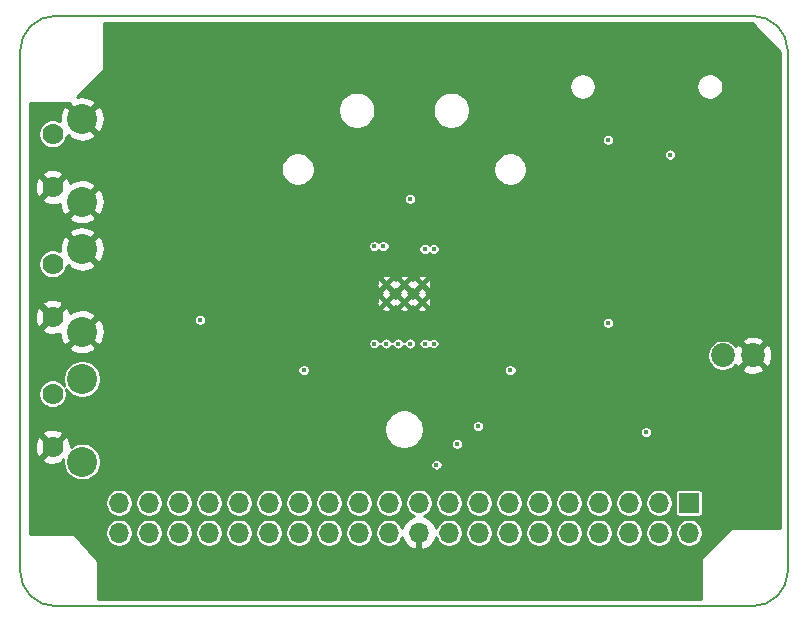
<source format=gbr>
G04 #@! TF.GenerationSoftware,KiCad,Pcbnew,(5.1.5-0)*
G04 #@! TF.CreationDate,2021-01-19T14:56:57-08:00*
G04 #@! TF.ProjectId,Luminometer_RPi,4c756d69-6e6f-46d6-9574-65725f525069,rev?*
G04 #@! TF.SameCoordinates,Original*
G04 #@! TF.FileFunction,Copper,L3,Inr*
G04 #@! TF.FilePolarity,Positive*
%FSLAX46Y46*%
G04 Gerber Fmt 4.6, Leading zero omitted, Abs format (unit mm)*
G04 Created by KiCad (PCBNEW (5.1.5-0)) date 2021-01-19 14:56:57*
%MOMM*%
%LPD*%
G04 APERTURE LIST*
%ADD10C,0.150000*%
%ADD11O,1.700000X1.700000*%
%ADD12R,1.700000X1.700000*%
%ADD13C,0.380000*%
%ADD14C,1.778000*%
%ADD15C,2.540000*%
%ADD16C,2.020000*%
%ADD17C,0.400000*%
%ADD18C,0.254000*%
G04 APERTURE END LIST*
D10*
X109500000Y-111500000D02*
G75*
G02X106500000Y-108500000I0J3000000D01*
G01*
X171500000Y-108500000D02*
G75*
G02X168500000Y-111500000I-3000000J0D01*
G01*
X168500000Y-61500000D02*
G75*
G02X171500000Y-64500000I0J-3000000D01*
G01*
X106500000Y-64500000D02*
G75*
G02X109500000Y-61500000I3000000J0D01*
G01*
X106500000Y-108500000D02*
X106500000Y-64500000D01*
X168500000Y-111500000D02*
X109500000Y-111500000D01*
X171500000Y-64500000D02*
X171500000Y-108500000D01*
X109500000Y-61500000D02*
X168500000Y-61500000D01*
D11*
X114867000Y-105275600D03*
X114867000Y-102735600D03*
X132647000Y-105275600D03*
X132647000Y-102735600D03*
X137727000Y-105275600D03*
X137727000Y-102735600D03*
X127567000Y-105275600D03*
X127567000Y-102735600D03*
X155507000Y-105275600D03*
X155507000Y-102735600D03*
X125027000Y-105275600D03*
X125027000Y-102735600D03*
X142807000Y-105275600D03*
X142807000Y-102735600D03*
X119947000Y-105275600D03*
X119947000Y-102735600D03*
X122487000Y-105275600D03*
X122487000Y-102735600D03*
X117407000Y-105275600D03*
X117407000Y-102735600D03*
X140267000Y-105275600D03*
X140267000Y-102735600D03*
X152967000Y-105275600D03*
X152967000Y-102735600D03*
X147887000Y-105275600D03*
X147887000Y-102735600D03*
X130107000Y-105275600D03*
X130107000Y-102735600D03*
X150427000Y-105275600D03*
X150427000Y-102735600D03*
X135187000Y-105275600D03*
X135187000Y-102735600D03*
D12*
X163127000Y-102735600D03*
D11*
X163127000Y-105275600D03*
X158047000Y-102735600D03*
X160587000Y-105275600D03*
X145347000Y-105275600D03*
X145347000Y-102735600D03*
X160587000Y-102735600D03*
X158047000Y-105275600D03*
D13*
X140500000Y-85750000D03*
X139000000Y-85750000D03*
X137500000Y-85750000D03*
X140500000Y-84250000D03*
X139000000Y-84250000D03*
X137500000Y-84250000D03*
D14*
X109250000Y-93500000D03*
X109250000Y-98000000D03*
D15*
X111750000Y-92250000D03*
X111750000Y-99250000D03*
D14*
X109250000Y-82500000D03*
X109250000Y-87000000D03*
D15*
X111750000Y-81250000D03*
X111750000Y-88250000D03*
D14*
X109250000Y-71500000D03*
X109250000Y-76000000D03*
D15*
X111750000Y-70250000D03*
X111750000Y-77250000D03*
D16*
X168540000Y-90250000D03*
X166000000Y-90250000D03*
D17*
X159500000Y-96750000D03*
X139500000Y-77000000D03*
X161500000Y-73250000D03*
X156250000Y-72000000D03*
X158500000Y-66500000D03*
X150250000Y-94000000D03*
X141750000Y-99500000D03*
X143500000Y-97750000D03*
X145250000Y-96250000D03*
X136500000Y-89250000D03*
X141500000Y-89250000D03*
X137250000Y-81000000D03*
X136500000Y-81000000D03*
X140750000Y-81250000D03*
X141500000Y-81250000D03*
X137500000Y-89250000D03*
X130500000Y-91500000D03*
X140750000Y-89250000D03*
X148000000Y-91500000D03*
X139500000Y-89250000D03*
X156250000Y-87500000D03*
X138500000Y-89250000D03*
X121750000Y-87250000D03*
D18*
G36*
X170873000Y-64552606D02*
G01*
X170873000Y-104873000D01*
X166750000Y-104873000D01*
X166725224Y-104875440D01*
X166701399Y-104882667D01*
X166679443Y-104894403D01*
X166660197Y-104910197D01*
X164160197Y-107410197D01*
X164144403Y-107429443D01*
X164132667Y-107451399D01*
X164125440Y-107475224D01*
X164123000Y-107500000D01*
X164123000Y-110873000D01*
X113127000Y-110873000D01*
X113127000Y-107750000D01*
X113124560Y-107725224D01*
X113117333Y-107701399D01*
X113105597Y-107679443D01*
X113094921Y-107665626D01*
X111094921Y-105415626D01*
X111076637Y-105398729D01*
X111055407Y-105385724D01*
X111032048Y-105377110D01*
X111000000Y-105373000D01*
X107377000Y-105373000D01*
X107377000Y-105159676D01*
X113690000Y-105159676D01*
X113690000Y-105391524D01*
X113735231Y-105618918D01*
X113823956Y-105833119D01*
X113952764Y-106025894D01*
X114116706Y-106189836D01*
X114309481Y-106318644D01*
X114523682Y-106407369D01*
X114751076Y-106452600D01*
X114982924Y-106452600D01*
X115210318Y-106407369D01*
X115424519Y-106318644D01*
X115617294Y-106189836D01*
X115781236Y-106025894D01*
X115910044Y-105833119D01*
X115998769Y-105618918D01*
X116044000Y-105391524D01*
X116044000Y-105159676D01*
X116230000Y-105159676D01*
X116230000Y-105391524D01*
X116275231Y-105618918D01*
X116363956Y-105833119D01*
X116492764Y-106025894D01*
X116656706Y-106189836D01*
X116849481Y-106318644D01*
X117063682Y-106407369D01*
X117291076Y-106452600D01*
X117522924Y-106452600D01*
X117750318Y-106407369D01*
X117964519Y-106318644D01*
X118157294Y-106189836D01*
X118321236Y-106025894D01*
X118450044Y-105833119D01*
X118538769Y-105618918D01*
X118584000Y-105391524D01*
X118584000Y-105159676D01*
X118770000Y-105159676D01*
X118770000Y-105391524D01*
X118815231Y-105618918D01*
X118903956Y-105833119D01*
X119032764Y-106025894D01*
X119196706Y-106189836D01*
X119389481Y-106318644D01*
X119603682Y-106407369D01*
X119831076Y-106452600D01*
X120062924Y-106452600D01*
X120290318Y-106407369D01*
X120504519Y-106318644D01*
X120697294Y-106189836D01*
X120861236Y-106025894D01*
X120990044Y-105833119D01*
X121078769Y-105618918D01*
X121124000Y-105391524D01*
X121124000Y-105159676D01*
X121310000Y-105159676D01*
X121310000Y-105391524D01*
X121355231Y-105618918D01*
X121443956Y-105833119D01*
X121572764Y-106025894D01*
X121736706Y-106189836D01*
X121929481Y-106318644D01*
X122143682Y-106407369D01*
X122371076Y-106452600D01*
X122602924Y-106452600D01*
X122830318Y-106407369D01*
X123044519Y-106318644D01*
X123237294Y-106189836D01*
X123401236Y-106025894D01*
X123530044Y-105833119D01*
X123618769Y-105618918D01*
X123664000Y-105391524D01*
X123664000Y-105159676D01*
X123850000Y-105159676D01*
X123850000Y-105391524D01*
X123895231Y-105618918D01*
X123983956Y-105833119D01*
X124112764Y-106025894D01*
X124276706Y-106189836D01*
X124469481Y-106318644D01*
X124683682Y-106407369D01*
X124911076Y-106452600D01*
X125142924Y-106452600D01*
X125370318Y-106407369D01*
X125584519Y-106318644D01*
X125777294Y-106189836D01*
X125941236Y-106025894D01*
X126070044Y-105833119D01*
X126158769Y-105618918D01*
X126204000Y-105391524D01*
X126204000Y-105159676D01*
X126390000Y-105159676D01*
X126390000Y-105391524D01*
X126435231Y-105618918D01*
X126523956Y-105833119D01*
X126652764Y-106025894D01*
X126816706Y-106189836D01*
X127009481Y-106318644D01*
X127223682Y-106407369D01*
X127451076Y-106452600D01*
X127682924Y-106452600D01*
X127910318Y-106407369D01*
X128124519Y-106318644D01*
X128317294Y-106189836D01*
X128481236Y-106025894D01*
X128610044Y-105833119D01*
X128698769Y-105618918D01*
X128744000Y-105391524D01*
X128744000Y-105159676D01*
X128930000Y-105159676D01*
X128930000Y-105391524D01*
X128975231Y-105618918D01*
X129063956Y-105833119D01*
X129192764Y-106025894D01*
X129356706Y-106189836D01*
X129549481Y-106318644D01*
X129763682Y-106407369D01*
X129991076Y-106452600D01*
X130222924Y-106452600D01*
X130450318Y-106407369D01*
X130664519Y-106318644D01*
X130857294Y-106189836D01*
X131021236Y-106025894D01*
X131150044Y-105833119D01*
X131238769Y-105618918D01*
X131284000Y-105391524D01*
X131284000Y-105159676D01*
X131470000Y-105159676D01*
X131470000Y-105391524D01*
X131515231Y-105618918D01*
X131603956Y-105833119D01*
X131732764Y-106025894D01*
X131896706Y-106189836D01*
X132089481Y-106318644D01*
X132303682Y-106407369D01*
X132531076Y-106452600D01*
X132762924Y-106452600D01*
X132990318Y-106407369D01*
X133204519Y-106318644D01*
X133397294Y-106189836D01*
X133561236Y-106025894D01*
X133690044Y-105833119D01*
X133778769Y-105618918D01*
X133824000Y-105391524D01*
X133824000Y-105159676D01*
X134010000Y-105159676D01*
X134010000Y-105391524D01*
X134055231Y-105618918D01*
X134143956Y-105833119D01*
X134272764Y-106025894D01*
X134436706Y-106189836D01*
X134629481Y-106318644D01*
X134843682Y-106407369D01*
X135071076Y-106452600D01*
X135302924Y-106452600D01*
X135530318Y-106407369D01*
X135744519Y-106318644D01*
X135937294Y-106189836D01*
X136101236Y-106025894D01*
X136230044Y-105833119D01*
X136318769Y-105618918D01*
X136364000Y-105391524D01*
X136364000Y-105159676D01*
X136550000Y-105159676D01*
X136550000Y-105391524D01*
X136595231Y-105618918D01*
X136683956Y-105833119D01*
X136812764Y-106025894D01*
X136976706Y-106189836D01*
X137169481Y-106318644D01*
X137383682Y-106407369D01*
X137611076Y-106452600D01*
X137842924Y-106452600D01*
X138070318Y-106407369D01*
X138284519Y-106318644D01*
X138477294Y-106189836D01*
X138641236Y-106025894D01*
X138770044Y-105833119D01*
X138838264Y-105668421D01*
X138922843Y-105906852D01*
X139071822Y-106156955D01*
X139266731Y-106373188D01*
X139500080Y-106547241D01*
X139762901Y-106672425D01*
X139910110Y-106717076D01*
X140140000Y-106595755D01*
X140140000Y-105402600D01*
X140120000Y-105402600D01*
X140120000Y-105148600D01*
X140140000Y-105148600D01*
X140140000Y-105128600D01*
X140394000Y-105128600D01*
X140394000Y-105148600D01*
X140414000Y-105148600D01*
X140414000Y-105402600D01*
X140394000Y-105402600D01*
X140394000Y-106595755D01*
X140623890Y-106717076D01*
X140771099Y-106672425D01*
X141033920Y-106547241D01*
X141267269Y-106373188D01*
X141462178Y-106156955D01*
X141611157Y-105906852D01*
X141695736Y-105668421D01*
X141763956Y-105833119D01*
X141892764Y-106025894D01*
X142056706Y-106189836D01*
X142249481Y-106318644D01*
X142463682Y-106407369D01*
X142691076Y-106452600D01*
X142922924Y-106452600D01*
X143150318Y-106407369D01*
X143364519Y-106318644D01*
X143557294Y-106189836D01*
X143721236Y-106025894D01*
X143850044Y-105833119D01*
X143938769Y-105618918D01*
X143984000Y-105391524D01*
X143984000Y-105159676D01*
X144170000Y-105159676D01*
X144170000Y-105391524D01*
X144215231Y-105618918D01*
X144303956Y-105833119D01*
X144432764Y-106025894D01*
X144596706Y-106189836D01*
X144789481Y-106318644D01*
X145003682Y-106407369D01*
X145231076Y-106452600D01*
X145462924Y-106452600D01*
X145690318Y-106407369D01*
X145904519Y-106318644D01*
X146097294Y-106189836D01*
X146261236Y-106025894D01*
X146390044Y-105833119D01*
X146478769Y-105618918D01*
X146524000Y-105391524D01*
X146524000Y-105159676D01*
X146710000Y-105159676D01*
X146710000Y-105391524D01*
X146755231Y-105618918D01*
X146843956Y-105833119D01*
X146972764Y-106025894D01*
X147136706Y-106189836D01*
X147329481Y-106318644D01*
X147543682Y-106407369D01*
X147771076Y-106452600D01*
X148002924Y-106452600D01*
X148230318Y-106407369D01*
X148444519Y-106318644D01*
X148637294Y-106189836D01*
X148801236Y-106025894D01*
X148930044Y-105833119D01*
X149018769Y-105618918D01*
X149064000Y-105391524D01*
X149064000Y-105159676D01*
X149250000Y-105159676D01*
X149250000Y-105391524D01*
X149295231Y-105618918D01*
X149383956Y-105833119D01*
X149512764Y-106025894D01*
X149676706Y-106189836D01*
X149869481Y-106318644D01*
X150083682Y-106407369D01*
X150311076Y-106452600D01*
X150542924Y-106452600D01*
X150770318Y-106407369D01*
X150984519Y-106318644D01*
X151177294Y-106189836D01*
X151341236Y-106025894D01*
X151470044Y-105833119D01*
X151558769Y-105618918D01*
X151604000Y-105391524D01*
X151604000Y-105159676D01*
X151790000Y-105159676D01*
X151790000Y-105391524D01*
X151835231Y-105618918D01*
X151923956Y-105833119D01*
X152052764Y-106025894D01*
X152216706Y-106189836D01*
X152409481Y-106318644D01*
X152623682Y-106407369D01*
X152851076Y-106452600D01*
X153082924Y-106452600D01*
X153310318Y-106407369D01*
X153524519Y-106318644D01*
X153717294Y-106189836D01*
X153881236Y-106025894D01*
X154010044Y-105833119D01*
X154098769Y-105618918D01*
X154144000Y-105391524D01*
X154144000Y-105159676D01*
X154330000Y-105159676D01*
X154330000Y-105391524D01*
X154375231Y-105618918D01*
X154463956Y-105833119D01*
X154592764Y-106025894D01*
X154756706Y-106189836D01*
X154949481Y-106318644D01*
X155163682Y-106407369D01*
X155391076Y-106452600D01*
X155622924Y-106452600D01*
X155850318Y-106407369D01*
X156064519Y-106318644D01*
X156257294Y-106189836D01*
X156421236Y-106025894D01*
X156550044Y-105833119D01*
X156638769Y-105618918D01*
X156684000Y-105391524D01*
X156684000Y-105159676D01*
X156870000Y-105159676D01*
X156870000Y-105391524D01*
X156915231Y-105618918D01*
X157003956Y-105833119D01*
X157132764Y-106025894D01*
X157296706Y-106189836D01*
X157489481Y-106318644D01*
X157703682Y-106407369D01*
X157931076Y-106452600D01*
X158162924Y-106452600D01*
X158390318Y-106407369D01*
X158604519Y-106318644D01*
X158797294Y-106189836D01*
X158961236Y-106025894D01*
X159090044Y-105833119D01*
X159178769Y-105618918D01*
X159224000Y-105391524D01*
X159224000Y-105159676D01*
X159410000Y-105159676D01*
X159410000Y-105391524D01*
X159455231Y-105618918D01*
X159543956Y-105833119D01*
X159672764Y-106025894D01*
X159836706Y-106189836D01*
X160029481Y-106318644D01*
X160243682Y-106407369D01*
X160471076Y-106452600D01*
X160702924Y-106452600D01*
X160930318Y-106407369D01*
X161144519Y-106318644D01*
X161337294Y-106189836D01*
X161501236Y-106025894D01*
X161630044Y-105833119D01*
X161718769Y-105618918D01*
X161764000Y-105391524D01*
X161764000Y-105159676D01*
X161950000Y-105159676D01*
X161950000Y-105391524D01*
X161995231Y-105618918D01*
X162083956Y-105833119D01*
X162212764Y-106025894D01*
X162376706Y-106189836D01*
X162569481Y-106318644D01*
X162783682Y-106407369D01*
X163011076Y-106452600D01*
X163242924Y-106452600D01*
X163470318Y-106407369D01*
X163684519Y-106318644D01*
X163877294Y-106189836D01*
X164041236Y-106025894D01*
X164170044Y-105833119D01*
X164258769Y-105618918D01*
X164304000Y-105391524D01*
X164304000Y-105159676D01*
X164258769Y-104932282D01*
X164170044Y-104718081D01*
X164041236Y-104525306D01*
X163877294Y-104361364D01*
X163684519Y-104232556D01*
X163470318Y-104143831D01*
X163242924Y-104098600D01*
X163011076Y-104098600D01*
X162783682Y-104143831D01*
X162569481Y-104232556D01*
X162376706Y-104361364D01*
X162212764Y-104525306D01*
X162083956Y-104718081D01*
X161995231Y-104932282D01*
X161950000Y-105159676D01*
X161764000Y-105159676D01*
X161718769Y-104932282D01*
X161630044Y-104718081D01*
X161501236Y-104525306D01*
X161337294Y-104361364D01*
X161144519Y-104232556D01*
X160930318Y-104143831D01*
X160702924Y-104098600D01*
X160471076Y-104098600D01*
X160243682Y-104143831D01*
X160029481Y-104232556D01*
X159836706Y-104361364D01*
X159672764Y-104525306D01*
X159543956Y-104718081D01*
X159455231Y-104932282D01*
X159410000Y-105159676D01*
X159224000Y-105159676D01*
X159178769Y-104932282D01*
X159090044Y-104718081D01*
X158961236Y-104525306D01*
X158797294Y-104361364D01*
X158604519Y-104232556D01*
X158390318Y-104143831D01*
X158162924Y-104098600D01*
X157931076Y-104098600D01*
X157703682Y-104143831D01*
X157489481Y-104232556D01*
X157296706Y-104361364D01*
X157132764Y-104525306D01*
X157003956Y-104718081D01*
X156915231Y-104932282D01*
X156870000Y-105159676D01*
X156684000Y-105159676D01*
X156638769Y-104932282D01*
X156550044Y-104718081D01*
X156421236Y-104525306D01*
X156257294Y-104361364D01*
X156064519Y-104232556D01*
X155850318Y-104143831D01*
X155622924Y-104098600D01*
X155391076Y-104098600D01*
X155163682Y-104143831D01*
X154949481Y-104232556D01*
X154756706Y-104361364D01*
X154592764Y-104525306D01*
X154463956Y-104718081D01*
X154375231Y-104932282D01*
X154330000Y-105159676D01*
X154144000Y-105159676D01*
X154098769Y-104932282D01*
X154010044Y-104718081D01*
X153881236Y-104525306D01*
X153717294Y-104361364D01*
X153524519Y-104232556D01*
X153310318Y-104143831D01*
X153082924Y-104098600D01*
X152851076Y-104098600D01*
X152623682Y-104143831D01*
X152409481Y-104232556D01*
X152216706Y-104361364D01*
X152052764Y-104525306D01*
X151923956Y-104718081D01*
X151835231Y-104932282D01*
X151790000Y-105159676D01*
X151604000Y-105159676D01*
X151558769Y-104932282D01*
X151470044Y-104718081D01*
X151341236Y-104525306D01*
X151177294Y-104361364D01*
X150984519Y-104232556D01*
X150770318Y-104143831D01*
X150542924Y-104098600D01*
X150311076Y-104098600D01*
X150083682Y-104143831D01*
X149869481Y-104232556D01*
X149676706Y-104361364D01*
X149512764Y-104525306D01*
X149383956Y-104718081D01*
X149295231Y-104932282D01*
X149250000Y-105159676D01*
X149064000Y-105159676D01*
X149018769Y-104932282D01*
X148930044Y-104718081D01*
X148801236Y-104525306D01*
X148637294Y-104361364D01*
X148444519Y-104232556D01*
X148230318Y-104143831D01*
X148002924Y-104098600D01*
X147771076Y-104098600D01*
X147543682Y-104143831D01*
X147329481Y-104232556D01*
X147136706Y-104361364D01*
X146972764Y-104525306D01*
X146843956Y-104718081D01*
X146755231Y-104932282D01*
X146710000Y-105159676D01*
X146524000Y-105159676D01*
X146478769Y-104932282D01*
X146390044Y-104718081D01*
X146261236Y-104525306D01*
X146097294Y-104361364D01*
X145904519Y-104232556D01*
X145690318Y-104143831D01*
X145462924Y-104098600D01*
X145231076Y-104098600D01*
X145003682Y-104143831D01*
X144789481Y-104232556D01*
X144596706Y-104361364D01*
X144432764Y-104525306D01*
X144303956Y-104718081D01*
X144215231Y-104932282D01*
X144170000Y-105159676D01*
X143984000Y-105159676D01*
X143938769Y-104932282D01*
X143850044Y-104718081D01*
X143721236Y-104525306D01*
X143557294Y-104361364D01*
X143364519Y-104232556D01*
X143150318Y-104143831D01*
X142922924Y-104098600D01*
X142691076Y-104098600D01*
X142463682Y-104143831D01*
X142249481Y-104232556D01*
X142056706Y-104361364D01*
X141892764Y-104525306D01*
X141763956Y-104718081D01*
X141695736Y-104882779D01*
X141611157Y-104644348D01*
X141462178Y-104394245D01*
X141267269Y-104178012D01*
X141033920Y-104003959D01*
X140771099Y-103878775D01*
X140662388Y-103845801D01*
X140824519Y-103778644D01*
X141017294Y-103649836D01*
X141181236Y-103485894D01*
X141310044Y-103293119D01*
X141398769Y-103078918D01*
X141444000Y-102851524D01*
X141444000Y-102619676D01*
X141630000Y-102619676D01*
X141630000Y-102851524D01*
X141675231Y-103078918D01*
X141763956Y-103293119D01*
X141892764Y-103485894D01*
X142056706Y-103649836D01*
X142249481Y-103778644D01*
X142463682Y-103867369D01*
X142691076Y-103912600D01*
X142922924Y-103912600D01*
X143150318Y-103867369D01*
X143364519Y-103778644D01*
X143557294Y-103649836D01*
X143721236Y-103485894D01*
X143850044Y-103293119D01*
X143938769Y-103078918D01*
X143984000Y-102851524D01*
X143984000Y-102619676D01*
X144170000Y-102619676D01*
X144170000Y-102851524D01*
X144215231Y-103078918D01*
X144303956Y-103293119D01*
X144432764Y-103485894D01*
X144596706Y-103649836D01*
X144789481Y-103778644D01*
X145003682Y-103867369D01*
X145231076Y-103912600D01*
X145462924Y-103912600D01*
X145690318Y-103867369D01*
X145904519Y-103778644D01*
X146097294Y-103649836D01*
X146261236Y-103485894D01*
X146390044Y-103293119D01*
X146478769Y-103078918D01*
X146524000Y-102851524D01*
X146524000Y-102619676D01*
X146710000Y-102619676D01*
X146710000Y-102851524D01*
X146755231Y-103078918D01*
X146843956Y-103293119D01*
X146972764Y-103485894D01*
X147136706Y-103649836D01*
X147329481Y-103778644D01*
X147543682Y-103867369D01*
X147771076Y-103912600D01*
X148002924Y-103912600D01*
X148230318Y-103867369D01*
X148444519Y-103778644D01*
X148637294Y-103649836D01*
X148801236Y-103485894D01*
X148930044Y-103293119D01*
X149018769Y-103078918D01*
X149064000Y-102851524D01*
X149064000Y-102619676D01*
X149250000Y-102619676D01*
X149250000Y-102851524D01*
X149295231Y-103078918D01*
X149383956Y-103293119D01*
X149512764Y-103485894D01*
X149676706Y-103649836D01*
X149869481Y-103778644D01*
X150083682Y-103867369D01*
X150311076Y-103912600D01*
X150542924Y-103912600D01*
X150770318Y-103867369D01*
X150984519Y-103778644D01*
X151177294Y-103649836D01*
X151341236Y-103485894D01*
X151470044Y-103293119D01*
X151558769Y-103078918D01*
X151604000Y-102851524D01*
X151604000Y-102619676D01*
X151790000Y-102619676D01*
X151790000Y-102851524D01*
X151835231Y-103078918D01*
X151923956Y-103293119D01*
X152052764Y-103485894D01*
X152216706Y-103649836D01*
X152409481Y-103778644D01*
X152623682Y-103867369D01*
X152851076Y-103912600D01*
X153082924Y-103912600D01*
X153310318Y-103867369D01*
X153524519Y-103778644D01*
X153717294Y-103649836D01*
X153881236Y-103485894D01*
X154010044Y-103293119D01*
X154098769Y-103078918D01*
X154144000Y-102851524D01*
X154144000Y-102619676D01*
X154330000Y-102619676D01*
X154330000Y-102851524D01*
X154375231Y-103078918D01*
X154463956Y-103293119D01*
X154592764Y-103485894D01*
X154756706Y-103649836D01*
X154949481Y-103778644D01*
X155163682Y-103867369D01*
X155391076Y-103912600D01*
X155622924Y-103912600D01*
X155850318Y-103867369D01*
X156064519Y-103778644D01*
X156257294Y-103649836D01*
X156421236Y-103485894D01*
X156550044Y-103293119D01*
X156638769Y-103078918D01*
X156684000Y-102851524D01*
X156684000Y-102619676D01*
X156870000Y-102619676D01*
X156870000Y-102851524D01*
X156915231Y-103078918D01*
X157003956Y-103293119D01*
X157132764Y-103485894D01*
X157296706Y-103649836D01*
X157489481Y-103778644D01*
X157703682Y-103867369D01*
X157931076Y-103912600D01*
X158162924Y-103912600D01*
X158390318Y-103867369D01*
X158604519Y-103778644D01*
X158797294Y-103649836D01*
X158961236Y-103485894D01*
X159090044Y-103293119D01*
X159178769Y-103078918D01*
X159224000Y-102851524D01*
X159224000Y-102619676D01*
X159410000Y-102619676D01*
X159410000Y-102851524D01*
X159455231Y-103078918D01*
X159543956Y-103293119D01*
X159672764Y-103485894D01*
X159836706Y-103649836D01*
X160029481Y-103778644D01*
X160243682Y-103867369D01*
X160471076Y-103912600D01*
X160702924Y-103912600D01*
X160930318Y-103867369D01*
X161144519Y-103778644D01*
X161337294Y-103649836D01*
X161501236Y-103485894D01*
X161630044Y-103293119D01*
X161718769Y-103078918D01*
X161764000Y-102851524D01*
X161764000Y-102619676D01*
X161718769Y-102392282D01*
X161630044Y-102178081D01*
X161501236Y-101985306D01*
X161401530Y-101885600D01*
X161948418Y-101885600D01*
X161948418Y-103585600D01*
X161954732Y-103649703D01*
X161973430Y-103711343D01*
X162003794Y-103768150D01*
X162044657Y-103817943D01*
X162094450Y-103858806D01*
X162151257Y-103889170D01*
X162212897Y-103907868D01*
X162277000Y-103914182D01*
X163977000Y-103914182D01*
X164041103Y-103907868D01*
X164102743Y-103889170D01*
X164159550Y-103858806D01*
X164209343Y-103817943D01*
X164250206Y-103768150D01*
X164280570Y-103711343D01*
X164299268Y-103649703D01*
X164305582Y-103585600D01*
X164305582Y-101885600D01*
X164299268Y-101821497D01*
X164280570Y-101759857D01*
X164250206Y-101703050D01*
X164209343Y-101653257D01*
X164159550Y-101612394D01*
X164102743Y-101582030D01*
X164041103Y-101563332D01*
X163977000Y-101557018D01*
X162277000Y-101557018D01*
X162212897Y-101563332D01*
X162151257Y-101582030D01*
X162094450Y-101612394D01*
X162044657Y-101653257D01*
X162003794Y-101703050D01*
X161973430Y-101759857D01*
X161954732Y-101821497D01*
X161948418Y-101885600D01*
X161401530Y-101885600D01*
X161337294Y-101821364D01*
X161144519Y-101692556D01*
X160930318Y-101603831D01*
X160702924Y-101558600D01*
X160471076Y-101558600D01*
X160243682Y-101603831D01*
X160029481Y-101692556D01*
X159836706Y-101821364D01*
X159672764Y-101985306D01*
X159543956Y-102178081D01*
X159455231Y-102392282D01*
X159410000Y-102619676D01*
X159224000Y-102619676D01*
X159178769Y-102392282D01*
X159090044Y-102178081D01*
X158961236Y-101985306D01*
X158797294Y-101821364D01*
X158604519Y-101692556D01*
X158390318Y-101603831D01*
X158162924Y-101558600D01*
X157931076Y-101558600D01*
X157703682Y-101603831D01*
X157489481Y-101692556D01*
X157296706Y-101821364D01*
X157132764Y-101985306D01*
X157003956Y-102178081D01*
X156915231Y-102392282D01*
X156870000Y-102619676D01*
X156684000Y-102619676D01*
X156638769Y-102392282D01*
X156550044Y-102178081D01*
X156421236Y-101985306D01*
X156257294Y-101821364D01*
X156064519Y-101692556D01*
X155850318Y-101603831D01*
X155622924Y-101558600D01*
X155391076Y-101558600D01*
X155163682Y-101603831D01*
X154949481Y-101692556D01*
X154756706Y-101821364D01*
X154592764Y-101985306D01*
X154463956Y-102178081D01*
X154375231Y-102392282D01*
X154330000Y-102619676D01*
X154144000Y-102619676D01*
X154098769Y-102392282D01*
X154010044Y-102178081D01*
X153881236Y-101985306D01*
X153717294Y-101821364D01*
X153524519Y-101692556D01*
X153310318Y-101603831D01*
X153082924Y-101558600D01*
X152851076Y-101558600D01*
X152623682Y-101603831D01*
X152409481Y-101692556D01*
X152216706Y-101821364D01*
X152052764Y-101985306D01*
X151923956Y-102178081D01*
X151835231Y-102392282D01*
X151790000Y-102619676D01*
X151604000Y-102619676D01*
X151558769Y-102392282D01*
X151470044Y-102178081D01*
X151341236Y-101985306D01*
X151177294Y-101821364D01*
X150984519Y-101692556D01*
X150770318Y-101603831D01*
X150542924Y-101558600D01*
X150311076Y-101558600D01*
X150083682Y-101603831D01*
X149869481Y-101692556D01*
X149676706Y-101821364D01*
X149512764Y-101985306D01*
X149383956Y-102178081D01*
X149295231Y-102392282D01*
X149250000Y-102619676D01*
X149064000Y-102619676D01*
X149018769Y-102392282D01*
X148930044Y-102178081D01*
X148801236Y-101985306D01*
X148637294Y-101821364D01*
X148444519Y-101692556D01*
X148230318Y-101603831D01*
X148002924Y-101558600D01*
X147771076Y-101558600D01*
X147543682Y-101603831D01*
X147329481Y-101692556D01*
X147136706Y-101821364D01*
X146972764Y-101985306D01*
X146843956Y-102178081D01*
X146755231Y-102392282D01*
X146710000Y-102619676D01*
X146524000Y-102619676D01*
X146478769Y-102392282D01*
X146390044Y-102178081D01*
X146261236Y-101985306D01*
X146097294Y-101821364D01*
X145904519Y-101692556D01*
X145690318Y-101603831D01*
X145462924Y-101558600D01*
X145231076Y-101558600D01*
X145003682Y-101603831D01*
X144789481Y-101692556D01*
X144596706Y-101821364D01*
X144432764Y-101985306D01*
X144303956Y-102178081D01*
X144215231Y-102392282D01*
X144170000Y-102619676D01*
X143984000Y-102619676D01*
X143938769Y-102392282D01*
X143850044Y-102178081D01*
X143721236Y-101985306D01*
X143557294Y-101821364D01*
X143364519Y-101692556D01*
X143150318Y-101603831D01*
X142922924Y-101558600D01*
X142691076Y-101558600D01*
X142463682Y-101603831D01*
X142249481Y-101692556D01*
X142056706Y-101821364D01*
X141892764Y-101985306D01*
X141763956Y-102178081D01*
X141675231Y-102392282D01*
X141630000Y-102619676D01*
X141444000Y-102619676D01*
X141398769Y-102392282D01*
X141310044Y-102178081D01*
X141181236Y-101985306D01*
X141017294Y-101821364D01*
X140824519Y-101692556D01*
X140610318Y-101603831D01*
X140382924Y-101558600D01*
X140151076Y-101558600D01*
X139923682Y-101603831D01*
X139709481Y-101692556D01*
X139516706Y-101821364D01*
X139352764Y-101985306D01*
X139223956Y-102178081D01*
X139135231Y-102392282D01*
X139090000Y-102619676D01*
X139090000Y-102851524D01*
X139135231Y-103078918D01*
X139223956Y-103293119D01*
X139352764Y-103485894D01*
X139516706Y-103649836D01*
X139709481Y-103778644D01*
X139871612Y-103845801D01*
X139762901Y-103878775D01*
X139500080Y-104003959D01*
X139266731Y-104178012D01*
X139071822Y-104394245D01*
X138922843Y-104644348D01*
X138838264Y-104882779D01*
X138770044Y-104718081D01*
X138641236Y-104525306D01*
X138477294Y-104361364D01*
X138284519Y-104232556D01*
X138070318Y-104143831D01*
X137842924Y-104098600D01*
X137611076Y-104098600D01*
X137383682Y-104143831D01*
X137169481Y-104232556D01*
X136976706Y-104361364D01*
X136812764Y-104525306D01*
X136683956Y-104718081D01*
X136595231Y-104932282D01*
X136550000Y-105159676D01*
X136364000Y-105159676D01*
X136318769Y-104932282D01*
X136230044Y-104718081D01*
X136101236Y-104525306D01*
X135937294Y-104361364D01*
X135744519Y-104232556D01*
X135530318Y-104143831D01*
X135302924Y-104098600D01*
X135071076Y-104098600D01*
X134843682Y-104143831D01*
X134629481Y-104232556D01*
X134436706Y-104361364D01*
X134272764Y-104525306D01*
X134143956Y-104718081D01*
X134055231Y-104932282D01*
X134010000Y-105159676D01*
X133824000Y-105159676D01*
X133778769Y-104932282D01*
X133690044Y-104718081D01*
X133561236Y-104525306D01*
X133397294Y-104361364D01*
X133204519Y-104232556D01*
X132990318Y-104143831D01*
X132762924Y-104098600D01*
X132531076Y-104098600D01*
X132303682Y-104143831D01*
X132089481Y-104232556D01*
X131896706Y-104361364D01*
X131732764Y-104525306D01*
X131603956Y-104718081D01*
X131515231Y-104932282D01*
X131470000Y-105159676D01*
X131284000Y-105159676D01*
X131238769Y-104932282D01*
X131150044Y-104718081D01*
X131021236Y-104525306D01*
X130857294Y-104361364D01*
X130664519Y-104232556D01*
X130450318Y-104143831D01*
X130222924Y-104098600D01*
X129991076Y-104098600D01*
X129763682Y-104143831D01*
X129549481Y-104232556D01*
X129356706Y-104361364D01*
X129192764Y-104525306D01*
X129063956Y-104718081D01*
X128975231Y-104932282D01*
X128930000Y-105159676D01*
X128744000Y-105159676D01*
X128698769Y-104932282D01*
X128610044Y-104718081D01*
X128481236Y-104525306D01*
X128317294Y-104361364D01*
X128124519Y-104232556D01*
X127910318Y-104143831D01*
X127682924Y-104098600D01*
X127451076Y-104098600D01*
X127223682Y-104143831D01*
X127009481Y-104232556D01*
X126816706Y-104361364D01*
X126652764Y-104525306D01*
X126523956Y-104718081D01*
X126435231Y-104932282D01*
X126390000Y-105159676D01*
X126204000Y-105159676D01*
X126158769Y-104932282D01*
X126070044Y-104718081D01*
X125941236Y-104525306D01*
X125777294Y-104361364D01*
X125584519Y-104232556D01*
X125370318Y-104143831D01*
X125142924Y-104098600D01*
X124911076Y-104098600D01*
X124683682Y-104143831D01*
X124469481Y-104232556D01*
X124276706Y-104361364D01*
X124112764Y-104525306D01*
X123983956Y-104718081D01*
X123895231Y-104932282D01*
X123850000Y-105159676D01*
X123664000Y-105159676D01*
X123618769Y-104932282D01*
X123530044Y-104718081D01*
X123401236Y-104525306D01*
X123237294Y-104361364D01*
X123044519Y-104232556D01*
X122830318Y-104143831D01*
X122602924Y-104098600D01*
X122371076Y-104098600D01*
X122143682Y-104143831D01*
X121929481Y-104232556D01*
X121736706Y-104361364D01*
X121572764Y-104525306D01*
X121443956Y-104718081D01*
X121355231Y-104932282D01*
X121310000Y-105159676D01*
X121124000Y-105159676D01*
X121078769Y-104932282D01*
X120990044Y-104718081D01*
X120861236Y-104525306D01*
X120697294Y-104361364D01*
X120504519Y-104232556D01*
X120290318Y-104143831D01*
X120062924Y-104098600D01*
X119831076Y-104098600D01*
X119603682Y-104143831D01*
X119389481Y-104232556D01*
X119196706Y-104361364D01*
X119032764Y-104525306D01*
X118903956Y-104718081D01*
X118815231Y-104932282D01*
X118770000Y-105159676D01*
X118584000Y-105159676D01*
X118538769Y-104932282D01*
X118450044Y-104718081D01*
X118321236Y-104525306D01*
X118157294Y-104361364D01*
X117964519Y-104232556D01*
X117750318Y-104143831D01*
X117522924Y-104098600D01*
X117291076Y-104098600D01*
X117063682Y-104143831D01*
X116849481Y-104232556D01*
X116656706Y-104361364D01*
X116492764Y-104525306D01*
X116363956Y-104718081D01*
X116275231Y-104932282D01*
X116230000Y-105159676D01*
X116044000Y-105159676D01*
X115998769Y-104932282D01*
X115910044Y-104718081D01*
X115781236Y-104525306D01*
X115617294Y-104361364D01*
X115424519Y-104232556D01*
X115210318Y-104143831D01*
X114982924Y-104098600D01*
X114751076Y-104098600D01*
X114523682Y-104143831D01*
X114309481Y-104232556D01*
X114116706Y-104361364D01*
X113952764Y-104525306D01*
X113823956Y-104718081D01*
X113735231Y-104932282D01*
X113690000Y-105159676D01*
X107377000Y-105159676D01*
X107377000Y-102619676D01*
X113690000Y-102619676D01*
X113690000Y-102851524D01*
X113735231Y-103078918D01*
X113823956Y-103293119D01*
X113952764Y-103485894D01*
X114116706Y-103649836D01*
X114309481Y-103778644D01*
X114523682Y-103867369D01*
X114751076Y-103912600D01*
X114982924Y-103912600D01*
X115210318Y-103867369D01*
X115424519Y-103778644D01*
X115617294Y-103649836D01*
X115781236Y-103485894D01*
X115910044Y-103293119D01*
X115998769Y-103078918D01*
X116044000Y-102851524D01*
X116044000Y-102619676D01*
X116230000Y-102619676D01*
X116230000Y-102851524D01*
X116275231Y-103078918D01*
X116363956Y-103293119D01*
X116492764Y-103485894D01*
X116656706Y-103649836D01*
X116849481Y-103778644D01*
X117063682Y-103867369D01*
X117291076Y-103912600D01*
X117522924Y-103912600D01*
X117750318Y-103867369D01*
X117964519Y-103778644D01*
X118157294Y-103649836D01*
X118321236Y-103485894D01*
X118450044Y-103293119D01*
X118538769Y-103078918D01*
X118584000Y-102851524D01*
X118584000Y-102619676D01*
X118770000Y-102619676D01*
X118770000Y-102851524D01*
X118815231Y-103078918D01*
X118903956Y-103293119D01*
X119032764Y-103485894D01*
X119196706Y-103649836D01*
X119389481Y-103778644D01*
X119603682Y-103867369D01*
X119831076Y-103912600D01*
X120062924Y-103912600D01*
X120290318Y-103867369D01*
X120504519Y-103778644D01*
X120697294Y-103649836D01*
X120861236Y-103485894D01*
X120990044Y-103293119D01*
X121078769Y-103078918D01*
X121124000Y-102851524D01*
X121124000Y-102619676D01*
X121310000Y-102619676D01*
X121310000Y-102851524D01*
X121355231Y-103078918D01*
X121443956Y-103293119D01*
X121572764Y-103485894D01*
X121736706Y-103649836D01*
X121929481Y-103778644D01*
X122143682Y-103867369D01*
X122371076Y-103912600D01*
X122602924Y-103912600D01*
X122830318Y-103867369D01*
X123044519Y-103778644D01*
X123237294Y-103649836D01*
X123401236Y-103485894D01*
X123530044Y-103293119D01*
X123618769Y-103078918D01*
X123664000Y-102851524D01*
X123664000Y-102619676D01*
X123850000Y-102619676D01*
X123850000Y-102851524D01*
X123895231Y-103078918D01*
X123983956Y-103293119D01*
X124112764Y-103485894D01*
X124276706Y-103649836D01*
X124469481Y-103778644D01*
X124683682Y-103867369D01*
X124911076Y-103912600D01*
X125142924Y-103912600D01*
X125370318Y-103867369D01*
X125584519Y-103778644D01*
X125777294Y-103649836D01*
X125941236Y-103485894D01*
X126070044Y-103293119D01*
X126158769Y-103078918D01*
X126204000Y-102851524D01*
X126204000Y-102619676D01*
X126390000Y-102619676D01*
X126390000Y-102851524D01*
X126435231Y-103078918D01*
X126523956Y-103293119D01*
X126652764Y-103485894D01*
X126816706Y-103649836D01*
X127009481Y-103778644D01*
X127223682Y-103867369D01*
X127451076Y-103912600D01*
X127682924Y-103912600D01*
X127910318Y-103867369D01*
X128124519Y-103778644D01*
X128317294Y-103649836D01*
X128481236Y-103485894D01*
X128610044Y-103293119D01*
X128698769Y-103078918D01*
X128744000Y-102851524D01*
X128744000Y-102619676D01*
X128930000Y-102619676D01*
X128930000Y-102851524D01*
X128975231Y-103078918D01*
X129063956Y-103293119D01*
X129192764Y-103485894D01*
X129356706Y-103649836D01*
X129549481Y-103778644D01*
X129763682Y-103867369D01*
X129991076Y-103912600D01*
X130222924Y-103912600D01*
X130450318Y-103867369D01*
X130664519Y-103778644D01*
X130857294Y-103649836D01*
X131021236Y-103485894D01*
X131150044Y-103293119D01*
X131238769Y-103078918D01*
X131284000Y-102851524D01*
X131284000Y-102619676D01*
X131470000Y-102619676D01*
X131470000Y-102851524D01*
X131515231Y-103078918D01*
X131603956Y-103293119D01*
X131732764Y-103485894D01*
X131896706Y-103649836D01*
X132089481Y-103778644D01*
X132303682Y-103867369D01*
X132531076Y-103912600D01*
X132762924Y-103912600D01*
X132990318Y-103867369D01*
X133204519Y-103778644D01*
X133397294Y-103649836D01*
X133561236Y-103485894D01*
X133690044Y-103293119D01*
X133778769Y-103078918D01*
X133824000Y-102851524D01*
X133824000Y-102619676D01*
X134010000Y-102619676D01*
X134010000Y-102851524D01*
X134055231Y-103078918D01*
X134143956Y-103293119D01*
X134272764Y-103485894D01*
X134436706Y-103649836D01*
X134629481Y-103778644D01*
X134843682Y-103867369D01*
X135071076Y-103912600D01*
X135302924Y-103912600D01*
X135530318Y-103867369D01*
X135744519Y-103778644D01*
X135937294Y-103649836D01*
X136101236Y-103485894D01*
X136230044Y-103293119D01*
X136318769Y-103078918D01*
X136364000Y-102851524D01*
X136364000Y-102619676D01*
X136550000Y-102619676D01*
X136550000Y-102851524D01*
X136595231Y-103078918D01*
X136683956Y-103293119D01*
X136812764Y-103485894D01*
X136976706Y-103649836D01*
X137169481Y-103778644D01*
X137383682Y-103867369D01*
X137611076Y-103912600D01*
X137842924Y-103912600D01*
X138070318Y-103867369D01*
X138284519Y-103778644D01*
X138477294Y-103649836D01*
X138641236Y-103485894D01*
X138770044Y-103293119D01*
X138858769Y-103078918D01*
X138904000Y-102851524D01*
X138904000Y-102619676D01*
X138858769Y-102392282D01*
X138770044Y-102178081D01*
X138641236Y-101985306D01*
X138477294Y-101821364D01*
X138284519Y-101692556D01*
X138070318Y-101603831D01*
X137842924Y-101558600D01*
X137611076Y-101558600D01*
X137383682Y-101603831D01*
X137169481Y-101692556D01*
X136976706Y-101821364D01*
X136812764Y-101985306D01*
X136683956Y-102178081D01*
X136595231Y-102392282D01*
X136550000Y-102619676D01*
X136364000Y-102619676D01*
X136318769Y-102392282D01*
X136230044Y-102178081D01*
X136101236Y-101985306D01*
X135937294Y-101821364D01*
X135744519Y-101692556D01*
X135530318Y-101603831D01*
X135302924Y-101558600D01*
X135071076Y-101558600D01*
X134843682Y-101603831D01*
X134629481Y-101692556D01*
X134436706Y-101821364D01*
X134272764Y-101985306D01*
X134143956Y-102178081D01*
X134055231Y-102392282D01*
X134010000Y-102619676D01*
X133824000Y-102619676D01*
X133778769Y-102392282D01*
X133690044Y-102178081D01*
X133561236Y-101985306D01*
X133397294Y-101821364D01*
X133204519Y-101692556D01*
X132990318Y-101603831D01*
X132762924Y-101558600D01*
X132531076Y-101558600D01*
X132303682Y-101603831D01*
X132089481Y-101692556D01*
X131896706Y-101821364D01*
X131732764Y-101985306D01*
X131603956Y-102178081D01*
X131515231Y-102392282D01*
X131470000Y-102619676D01*
X131284000Y-102619676D01*
X131238769Y-102392282D01*
X131150044Y-102178081D01*
X131021236Y-101985306D01*
X130857294Y-101821364D01*
X130664519Y-101692556D01*
X130450318Y-101603831D01*
X130222924Y-101558600D01*
X129991076Y-101558600D01*
X129763682Y-101603831D01*
X129549481Y-101692556D01*
X129356706Y-101821364D01*
X129192764Y-101985306D01*
X129063956Y-102178081D01*
X128975231Y-102392282D01*
X128930000Y-102619676D01*
X128744000Y-102619676D01*
X128698769Y-102392282D01*
X128610044Y-102178081D01*
X128481236Y-101985306D01*
X128317294Y-101821364D01*
X128124519Y-101692556D01*
X127910318Y-101603831D01*
X127682924Y-101558600D01*
X127451076Y-101558600D01*
X127223682Y-101603831D01*
X127009481Y-101692556D01*
X126816706Y-101821364D01*
X126652764Y-101985306D01*
X126523956Y-102178081D01*
X126435231Y-102392282D01*
X126390000Y-102619676D01*
X126204000Y-102619676D01*
X126158769Y-102392282D01*
X126070044Y-102178081D01*
X125941236Y-101985306D01*
X125777294Y-101821364D01*
X125584519Y-101692556D01*
X125370318Y-101603831D01*
X125142924Y-101558600D01*
X124911076Y-101558600D01*
X124683682Y-101603831D01*
X124469481Y-101692556D01*
X124276706Y-101821364D01*
X124112764Y-101985306D01*
X123983956Y-102178081D01*
X123895231Y-102392282D01*
X123850000Y-102619676D01*
X123664000Y-102619676D01*
X123618769Y-102392282D01*
X123530044Y-102178081D01*
X123401236Y-101985306D01*
X123237294Y-101821364D01*
X123044519Y-101692556D01*
X122830318Y-101603831D01*
X122602924Y-101558600D01*
X122371076Y-101558600D01*
X122143682Y-101603831D01*
X121929481Y-101692556D01*
X121736706Y-101821364D01*
X121572764Y-101985306D01*
X121443956Y-102178081D01*
X121355231Y-102392282D01*
X121310000Y-102619676D01*
X121124000Y-102619676D01*
X121078769Y-102392282D01*
X120990044Y-102178081D01*
X120861236Y-101985306D01*
X120697294Y-101821364D01*
X120504519Y-101692556D01*
X120290318Y-101603831D01*
X120062924Y-101558600D01*
X119831076Y-101558600D01*
X119603682Y-101603831D01*
X119389481Y-101692556D01*
X119196706Y-101821364D01*
X119032764Y-101985306D01*
X118903956Y-102178081D01*
X118815231Y-102392282D01*
X118770000Y-102619676D01*
X118584000Y-102619676D01*
X118538769Y-102392282D01*
X118450044Y-102178081D01*
X118321236Y-101985306D01*
X118157294Y-101821364D01*
X117964519Y-101692556D01*
X117750318Y-101603831D01*
X117522924Y-101558600D01*
X117291076Y-101558600D01*
X117063682Y-101603831D01*
X116849481Y-101692556D01*
X116656706Y-101821364D01*
X116492764Y-101985306D01*
X116363956Y-102178081D01*
X116275231Y-102392282D01*
X116230000Y-102619676D01*
X116044000Y-102619676D01*
X115998769Y-102392282D01*
X115910044Y-102178081D01*
X115781236Y-101985306D01*
X115617294Y-101821364D01*
X115424519Y-101692556D01*
X115210318Y-101603831D01*
X114982924Y-101558600D01*
X114751076Y-101558600D01*
X114523682Y-101603831D01*
X114309481Y-101692556D01*
X114116706Y-101821364D01*
X113952764Y-101985306D01*
X113823956Y-102178081D01*
X113735231Y-102392282D01*
X113690000Y-102619676D01*
X107377000Y-102619676D01*
X107377000Y-99056231D01*
X108373374Y-99056231D01*
X108455727Y-99309289D01*
X108726418Y-99439086D01*
X109017230Y-99513580D01*
X109316988Y-99529908D01*
X109614171Y-99487443D01*
X109897359Y-99387816D01*
X110044273Y-99309289D01*
X110126625Y-99056233D01*
X110154676Y-99084284D01*
X110153000Y-99092709D01*
X110153000Y-99407291D01*
X110214372Y-99715828D01*
X110334757Y-100006463D01*
X110509529Y-100268028D01*
X110731972Y-100490471D01*
X110993537Y-100665243D01*
X111284172Y-100785628D01*
X111592709Y-100847000D01*
X111907291Y-100847000D01*
X112215828Y-100785628D01*
X112506463Y-100665243D01*
X112768028Y-100490471D01*
X112990471Y-100268028D01*
X113165243Y-100006463D01*
X113285628Y-99715828D01*
X113338883Y-99448095D01*
X141223000Y-99448095D01*
X141223000Y-99551905D01*
X141243252Y-99653720D01*
X141282979Y-99749628D01*
X141340652Y-99835943D01*
X141414057Y-99909348D01*
X141500372Y-99967021D01*
X141596280Y-100006748D01*
X141698095Y-100027000D01*
X141801905Y-100027000D01*
X141903720Y-100006748D01*
X141999628Y-99967021D01*
X142085943Y-99909348D01*
X142159348Y-99835943D01*
X142217021Y-99749628D01*
X142256748Y-99653720D01*
X142277000Y-99551905D01*
X142277000Y-99448095D01*
X142256748Y-99346280D01*
X142217021Y-99250372D01*
X142159348Y-99164057D01*
X142085943Y-99090652D01*
X141999628Y-99032979D01*
X141903720Y-98993252D01*
X141801905Y-98973000D01*
X141698095Y-98973000D01*
X141596280Y-98993252D01*
X141500372Y-99032979D01*
X141414057Y-99090652D01*
X141340652Y-99164057D01*
X141282979Y-99250372D01*
X141243252Y-99346280D01*
X141223000Y-99448095D01*
X113338883Y-99448095D01*
X113347000Y-99407291D01*
X113347000Y-99092709D01*
X113285628Y-98784172D01*
X113165243Y-98493537D01*
X112990471Y-98231972D01*
X112768028Y-98009529D01*
X112506463Y-97834757D01*
X112215828Y-97714372D01*
X111907291Y-97653000D01*
X111592709Y-97653000D01*
X111284172Y-97714372D01*
X110993537Y-97834757D01*
X110777393Y-97979180D01*
X110779908Y-97933012D01*
X110737443Y-97635829D01*
X110637816Y-97352641D01*
X110559289Y-97205727D01*
X110306231Y-97123374D01*
X109429605Y-98000000D01*
X109443748Y-98014143D01*
X109264143Y-98193748D01*
X109250000Y-98179605D01*
X108373374Y-99056231D01*
X107377000Y-99056231D01*
X107377000Y-98066988D01*
X107720092Y-98066988D01*
X107762557Y-98364171D01*
X107862184Y-98647359D01*
X107940711Y-98794273D01*
X108193769Y-98876626D01*
X109070395Y-98000000D01*
X108193769Y-97123374D01*
X107940711Y-97205727D01*
X107810914Y-97476418D01*
X107736420Y-97767230D01*
X107720092Y-98066988D01*
X107377000Y-98066988D01*
X107377000Y-96943769D01*
X108373374Y-96943769D01*
X109250000Y-97820395D01*
X110126626Y-96943769D01*
X110044273Y-96690711D01*
X109773582Y-96560914D01*
X109482770Y-96486420D01*
X109183012Y-96470092D01*
X108885829Y-96512557D01*
X108602641Y-96612184D01*
X108455727Y-96690711D01*
X108373374Y-96943769D01*
X107377000Y-96943769D01*
X107377000Y-96334830D01*
X137323000Y-96334830D01*
X137323000Y-96665170D01*
X137387446Y-96989163D01*
X137513862Y-97294357D01*
X137697389Y-97569025D01*
X137930975Y-97802611D01*
X138205643Y-97986138D01*
X138510837Y-98112554D01*
X138834830Y-98177000D01*
X139165170Y-98177000D01*
X139489163Y-98112554D01*
X139794357Y-97986138D01*
X140069025Y-97802611D01*
X140173541Y-97698095D01*
X142973000Y-97698095D01*
X142973000Y-97801905D01*
X142993252Y-97903720D01*
X143032979Y-97999628D01*
X143090652Y-98085943D01*
X143164057Y-98159348D01*
X143250372Y-98217021D01*
X143346280Y-98256748D01*
X143448095Y-98277000D01*
X143551905Y-98277000D01*
X143653720Y-98256748D01*
X143749628Y-98217021D01*
X143835943Y-98159348D01*
X143909348Y-98085943D01*
X143967021Y-97999628D01*
X144006748Y-97903720D01*
X144027000Y-97801905D01*
X144027000Y-97698095D01*
X144006748Y-97596280D01*
X143967021Y-97500372D01*
X143909348Y-97414057D01*
X143835943Y-97340652D01*
X143749628Y-97282979D01*
X143653720Y-97243252D01*
X143551905Y-97223000D01*
X143448095Y-97223000D01*
X143346280Y-97243252D01*
X143250372Y-97282979D01*
X143164057Y-97340652D01*
X143090652Y-97414057D01*
X143032979Y-97500372D01*
X142993252Y-97596280D01*
X142973000Y-97698095D01*
X140173541Y-97698095D01*
X140302611Y-97569025D01*
X140486138Y-97294357D01*
X140612554Y-96989163D01*
X140677000Y-96665170D01*
X140677000Y-96334830D01*
X140649802Y-96198095D01*
X144723000Y-96198095D01*
X144723000Y-96301905D01*
X144743252Y-96403720D01*
X144782979Y-96499628D01*
X144840652Y-96585943D01*
X144914057Y-96659348D01*
X145000372Y-96717021D01*
X145096280Y-96756748D01*
X145198095Y-96777000D01*
X145301905Y-96777000D01*
X145403720Y-96756748D01*
X145499628Y-96717021D01*
X145527953Y-96698095D01*
X158973000Y-96698095D01*
X158973000Y-96801905D01*
X158993252Y-96903720D01*
X159032979Y-96999628D01*
X159090652Y-97085943D01*
X159164057Y-97159348D01*
X159250372Y-97217021D01*
X159346280Y-97256748D01*
X159448095Y-97277000D01*
X159551905Y-97277000D01*
X159653720Y-97256748D01*
X159749628Y-97217021D01*
X159835943Y-97159348D01*
X159909348Y-97085943D01*
X159967021Y-96999628D01*
X160006748Y-96903720D01*
X160027000Y-96801905D01*
X160027000Y-96698095D01*
X160006748Y-96596280D01*
X159967021Y-96500372D01*
X159909348Y-96414057D01*
X159835943Y-96340652D01*
X159749628Y-96282979D01*
X159653720Y-96243252D01*
X159551905Y-96223000D01*
X159448095Y-96223000D01*
X159346280Y-96243252D01*
X159250372Y-96282979D01*
X159164057Y-96340652D01*
X159090652Y-96414057D01*
X159032979Y-96500372D01*
X158993252Y-96596280D01*
X158973000Y-96698095D01*
X145527953Y-96698095D01*
X145585943Y-96659348D01*
X145659348Y-96585943D01*
X145717021Y-96499628D01*
X145756748Y-96403720D01*
X145777000Y-96301905D01*
X145777000Y-96198095D01*
X145756748Y-96096280D01*
X145717021Y-96000372D01*
X145659348Y-95914057D01*
X145585943Y-95840652D01*
X145499628Y-95782979D01*
X145403720Y-95743252D01*
X145301905Y-95723000D01*
X145198095Y-95723000D01*
X145096280Y-95743252D01*
X145000372Y-95782979D01*
X144914057Y-95840652D01*
X144840652Y-95914057D01*
X144782979Y-96000372D01*
X144743252Y-96096280D01*
X144723000Y-96198095D01*
X140649802Y-96198095D01*
X140612554Y-96010837D01*
X140486138Y-95705643D01*
X140302611Y-95430975D01*
X140069025Y-95197389D01*
X139794357Y-95013862D01*
X139489163Y-94887446D01*
X139165170Y-94823000D01*
X138834830Y-94823000D01*
X138510837Y-94887446D01*
X138205643Y-95013862D01*
X137930975Y-95197389D01*
X137697389Y-95430975D01*
X137513862Y-95705643D01*
X137387446Y-96010837D01*
X137323000Y-96334830D01*
X107377000Y-96334830D01*
X107377000Y-93380234D01*
X108034000Y-93380234D01*
X108034000Y-93619766D01*
X108080730Y-93854694D01*
X108172395Y-94075992D01*
X108305471Y-94275155D01*
X108474845Y-94444529D01*
X108674008Y-94577605D01*
X108895306Y-94669270D01*
X109130234Y-94716000D01*
X109369766Y-94716000D01*
X109604694Y-94669270D01*
X109825992Y-94577605D01*
X110025155Y-94444529D01*
X110194529Y-94275155D01*
X110327605Y-94075992D01*
X110419270Y-93854694D01*
X110466000Y-93619766D01*
X110466000Y-93380234D01*
X110419270Y-93145306D01*
X110405800Y-93112786D01*
X110509529Y-93268028D01*
X110731972Y-93490471D01*
X110993537Y-93665243D01*
X111284172Y-93785628D01*
X111592709Y-93847000D01*
X111907291Y-93847000D01*
X112215828Y-93785628D01*
X112506463Y-93665243D01*
X112768028Y-93490471D01*
X112990471Y-93268028D01*
X113165243Y-93006463D01*
X113285628Y-92715828D01*
X113347000Y-92407291D01*
X113347000Y-92092709D01*
X113285628Y-91784172D01*
X113165243Y-91493537D01*
X113134880Y-91448095D01*
X129973000Y-91448095D01*
X129973000Y-91551905D01*
X129993252Y-91653720D01*
X130032979Y-91749628D01*
X130090652Y-91835943D01*
X130164057Y-91909348D01*
X130250372Y-91967021D01*
X130346280Y-92006748D01*
X130448095Y-92027000D01*
X130551905Y-92027000D01*
X130653720Y-92006748D01*
X130749628Y-91967021D01*
X130835943Y-91909348D01*
X130909348Y-91835943D01*
X130967021Y-91749628D01*
X131006748Y-91653720D01*
X131027000Y-91551905D01*
X131027000Y-91448095D01*
X147473000Y-91448095D01*
X147473000Y-91551905D01*
X147493252Y-91653720D01*
X147532979Y-91749628D01*
X147590652Y-91835943D01*
X147664057Y-91909348D01*
X147750372Y-91967021D01*
X147846280Y-92006748D01*
X147948095Y-92027000D01*
X148051905Y-92027000D01*
X148153720Y-92006748D01*
X148249628Y-91967021D01*
X148335943Y-91909348D01*
X148409348Y-91835943D01*
X148467021Y-91749628D01*
X148506748Y-91653720D01*
X148527000Y-91551905D01*
X148527000Y-91448095D01*
X148506748Y-91346280D01*
X148467021Y-91250372D01*
X148409348Y-91164057D01*
X148335943Y-91090652D01*
X148249628Y-91032979D01*
X148153720Y-90993252D01*
X148051905Y-90973000D01*
X147948095Y-90973000D01*
X147846280Y-90993252D01*
X147750372Y-91032979D01*
X147664057Y-91090652D01*
X147590652Y-91164057D01*
X147532979Y-91250372D01*
X147493252Y-91346280D01*
X147473000Y-91448095D01*
X131027000Y-91448095D01*
X131006748Y-91346280D01*
X130967021Y-91250372D01*
X130909348Y-91164057D01*
X130835943Y-91090652D01*
X130749628Y-91032979D01*
X130653720Y-90993252D01*
X130551905Y-90973000D01*
X130448095Y-90973000D01*
X130346280Y-90993252D01*
X130250372Y-91032979D01*
X130164057Y-91090652D01*
X130090652Y-91164057D01*
X130032979Y-91250372D01*
X129993252Y-91346280D01*
X129973000Y-91448095D01*
X113134880Y-91448095D01*
X112990471Y-91231972D01*
X112768028Y-91009529D01*
X112506463Y-90834757D01*
X112215828Y-90714372D01*
X111907291Y-90653000D01*
X111592709Y-90653000D01*
X111284172Y-90714372D01*
X110993537Y-90834757D01*
X110731972Y-91009529D01*
X110509529Y-91231972D01*
X110334757Y-91493537D01*
X110214372Y-91784172D01*
X110153000Y-92092709D01*
X110153000Y-92407291D01*
X110214372Y-92715828D01*
X110256563Y-92817685D01*
X110194529Y-92724845D01*
X110025155Y-92555471D01*
X109825992Y-92422395D01*
X109604694Y-92330730D01*
X109369766Y-92284000D01*
X109130234Y-92284000D01*
X108895306Y-92330730D01*
X108674008Y-92422395D01*
X108474845Y-92555471D01*
X108305471Y-92724845D01*
X108172395Y-92924008D01*
X108080730Y-93145306D01*
X108034000Y-93380234D01*
X107377000Y-93380234D01*
X107377000Y-89577852D01*
X110601753Y-89577852D01*
X110730076Y-89869871D01*
X111065695Y-90037723D01*
X111427611Y-90136874D01*
X111801916Y-90163514D01*
X112160738Y-90118317D01*
X164663000Y-90118317D01*
X164663000Y-90381683D01*
X164714380Y-90639988D01*
X164815166Y-90883307D01*
X164961484Y-91102288D01*
X165147712Y-91288516D01*
X165366693Y-91434834D01*
X165610012Y-91535620D01*
X165868317Y-91587000D01*
X166131683Y-91587000D01*
X166389988Y-91535620D01*
X166633307Y-91434834D01*
X166696597Y-91392545D01*
X167577061Y-91392545D01*
X167674032Y-91657968D01*
X167965353Y-91799856D01*
X168278757Y-91882185D01*
X168602200Y-91901789D01*
X168923253Y-91857916D01*
X169229578Y-91752251D01*
X169405968Y-91657968D01*
X169502939Y-91392545D01*
X168540000Y-90429605D01*
X167577061Y-91392545D01*
X166696597Y-91392545D01*
X166852288Y-91288516D01*
X167038516Y-91102288D01*
X167086408Y-91030612D01*
X167132032Y-91115968D01*
X167397455Y-91212939D01*
X168360395Y-90250000D01*
X168719605Y-90250000D01*
X169682545Y-91212939D01*
X169947968Y-91115968D01*
X170089856Y-90824647D01*
X170172185Y-90511243D01*
X170191789Y-90187800D01*
X170147916Y-89866747D01*
X170042251Y-89560422D01*
X169947968Y-89384032D01*
X169682545Y-89287061D01*
X168719605Y-90250000D01*
X168360395Y-90250000D01*
X167397455Y-89287061D01*
X167132032Y-89384032D01*
X167088751Y-89472895D01*
X167038516Y-89397712D01*
X166852288Y-89211484D01*
X166696598Y-89107455D01*
X167577061Y-89107455D01*
X168540000Y-90070395D01*
X169502939Y-89107455D01*
X169405968Y-88842032D01*
X169114647Y-88700144D01*
X168801243Y-88617815D01*
X168477800Y-88598211D01*
X168156747Y-88642084D01*
X167850422Y-88747749D01*
X167674032Y-88842032D01*
X167577061Y-89107455D01*
X166696598Y-89107455D01*
X166633307Y-89065166D01*
X166389988Y-88964380D01*
X166131683Y-88913000D01*
X165868317Y-88913000D01*
X165610012Y-88964380D01*
X165366693Y-89065166D01*
X165147712Y-89211484D01*
X164961484Y-89397712D01*
X164815166Y-89616693D01*
X164714380Y-89860012D01*
X164663000Y-90118317D01*
X112160738Y-90118317D01*
X112174227Y-90116618D01*
X112530235Y-89997988D01*
X112769924Y-89869871D01*
X112898247Y-89577852D01*
X111750000Y-88429605D01*
X110601753Y-89577852D01*
X107377000Y-89577852D01*
X107377000Y-88056231D01*
X108373374Y-88056231D01*
X108455727Y-88309289D01*
X108726418Y-88439086D01*
X109017230Y-88513580D01*
X109316988Y-88529908D01*
X109614171Y-88487443D01*
X109849430Y-88404678D01*
X109883382Y-88674227D01*
X110002012Y-89030235D01*
X110130129Y-89269924D01*
X110422148Y-89398247D01*
X111570395Y-88250000D01*
X111929605Y-88250000D01*
X113077852Y-89398247D01*
X113369871Y-89269924D01*
X113405794Y-89198095D01*
X135973000Y-89198095D01*
X135973000Y-89301905D01*
X135993252Y-89403720D01*
X136032979Y-89499628D01*
X136090652Y-89585943D01*
X136164057Y-89659348D01*
X136250372Y-89717021D01*
X136346280Y-89756748D01*
X136448095Y-89777000D01*
X136551905Y-89777000D01*
X136653720Y-89756748D01*
X136749628Y-89717021D01*
X136835943Y-89659348D01*
X136909348Y-89585943D01*
X136967021Y-89499628D01*
X137000000Y-89420011D01*
X137032979Y-89499628D01*
X137090652Y-89585943D01*
X137164057Y-89659348D01*
X137250372Y-89717021D01*
X137346280Y-89756748D01*
X137448095Y-89777000D01*
X137551905Y-89777000D01*
X137653720Y-89756748D01*
X137749628Y-89717021D01*
X137835943Y-89659348D01*
X137909348Y-89585943D01*
X137967021Y-89499628D01*
X138000000Y-89420011D01*
X138032979Y-89499628D01*
X138090652Y-89585943D01*
X138164057Y-89659348D01*
X138250372Y-89717021D01*
X138346280Y-89756748D01*
X138448095Y-89777000D01*
X138551905Y-89777000D01*
X138653720Y-89756748D01*
X138749628Y-89717021D01*
X138835943Y-89659348D01*
X138909348Y-89585943D01*
X138967021Y-89499628D01*
X139000000Y-89420011D01*
X139032979Y-89499628D01*
X139090652Y-89585943D01*
X139164057Y-89659348D01*
X139250372Y-89717021D01*
X139346280Y-89756748D01*
X139448095Y-89777000D01*
X139551905Y-89777000D01*
X139653720Y-89756748D01*
X139749628Y-89717021D01*
X139835943Y-89659348D01*
X139909348Y-89585943D01*
X139967021Y-89499628D01*
X140006748Y-89403720D01*
X140027000Y-89301905D01*
X140027000Y-89198095D01*
X140223000Y-89198095D01*
X140223000Y-89301905D01*
X140243252Y-89403720D01*
X140282979Y-89499628D01*
X140340652Y-89585943D01*
X140414057Y-89659348D01*
X140500372Y-89717021D01*
X140596280Y-89756748D01*
X140698095Y-89777000D01*
X140801905Y-89777000D01*
X140903720Y-89756748D01*
X140999628Y-89717021D01*
X141085943Y-89659348D01*
X141125000Y-89620291D01*
X141164057Y-89659348D01*
X141250372Y-89717021D01*
X141346280Y-89756748D01*
X141448095Y-89777000D01*
X141551905Y-89777000D01*
X141653720Y-89756748D01*
X141749628Y-89717021D01*
X141835943Y-89659348D01*
X141909348Y-89585943D01*
X141967021Y-89499628D01*
X142006748Y-89403720D01*
X142027000Y-89301905D01*
X142027000Y-89198095D01*
X142006748Y-89096280D01*
X141967021Y-89000372D01*
X141909348Y-88914057D01*
X141835943Y-88840652D01*
X141749628Y-88782979D01*
X141653720Y-88743252D01*
X141551905Y-88723000D01*
X141448095Y-88723000D01*
X141346280Y-88743252D01*
X141250372Y-88782979D01*
X141164057Y-88840652D01*
X141125000Y-88879709D01*
X141085943Y-88840652D01*
X140999628Y-88782979D01*
X140903720Y-88743252D01*
X140801905Y-88723000D01*
X140698095Y-88723000D01*
X140596280Y-88743252D01*
X140500372Y-88782979D01*
X140414057Y-88840652D01*
X140340652Y-88914057D01*
X140282979Y-89000372D01*
X140243252Y-89096280D01*
X140223000Y-89198095D01*
X140027000Y-89198095D01*
X140006748Y-89096280D01*
X139967021Y-89000372D01*
X139909348Y-88914057D01*
X139835943Y-88840652D01*
X139749628Y-88782979D01*
X139653720Y-88743252D01*
X139551905Y-88723000D01*
X139448095Y-88723000D01*
X139346280Y-88743252D01*
X139250372Y-88782979D01*
X139164057Y-88840652D01*
X139090652Y-88914057D01*
X139032979Y-89000372D01*
X139000000Y-89079989D01*
X138967021Y-89000372D01*
X138909348Y-88914057D01*
X138835943Y-88840652D01*
X138749628Y-88782979D01*
X138653720Y-88743252D01*
X138551905Y-88723000D01*
X138448095Y-88723000D01*
X138346280Y-88743252D01*
X138250372Y-88782979D01*
X138164057Y-88840652D01*
X138090652Y-88914057D01*
X138032979Y-89000372D01*
X138000000Y-89079989D01*
X137967021Y-89000372D01*
X137909348Y-88914057D01*
X137835943Y-88840652D01*
X137749628Y-88782979D01*
X137653720Y-88743252D01*
X137551905Y-88723000D01*
X137448095Y-88723000D01*
X137346280Y-88743252D01*
X137250372Y-88782979D01*
X137164057Y-88840652D01*
X137090652Y-88914057D01*
X137032979Y-89000372D01*
X137000000Y-89079989D01*
X136967021Y-89000372D01*
X136909348Y-88914057D01*
X136835943Y-88840652D01*
X136749628Y-88782979D01*
X136653720Y-88743252D01*
X136551905Y-88723000D01*
X136448095Y-88723000D01*
X136346280Y-88743252D01*
X136250372Y-88782979D01*
X136164057Y-88840652D01*
X136090652Y-88914057D01*
X136032979Y-89000372D01*
X135993252Y-89096280D01*
X135973000Y-89198095D01*
X113405794Y-89198095D01*
X113537723Y-88934305D01*
X113636874Y-88572389D01*
X113663514Y-88198084D01*
X113616618Y-87825773D01*
X113497988Y-87469765D01*
X113369871Y-87230076D01*
X113297094Y-87198095D01*
X121223000Y-87198095D01*
X121223000Y-87301905D01*
X121243252Y-87403720D01*
X121282979Y-87499628D01*
X121340652Y-87585943D01*
X121414057Y-87659348D01*
X121500372Y-87717021D01*
X121596280Y-87756748D01*
X121698095Y-87777000D01*
X121801905Y-87777000D01*
X121903720Y-87756748D01*
X121999628Y-87717021D01*
X122085943Y-87659348D01*
X122159348Y-87585943D01*
X122217021Y-87499628D01*
X122238366Y-87448095D01*
X155723000Y-87448095D01*
X155723000Y-87551905D01*
X155743252Y-87653720D01*
X155782979Y-87749628D01*
X155840652Y-87835943D01*
X155914057Y-87909348D01*
X156000372Y-87967021D01*
X156096280Y-88006748D01*
X156198095Y-88027000D01*
X156301905Y-88027000D01*
X156403720Y-88006748D01*
X156499628Y-87967021D01*
X156585943Y-87909348D01*
X156659348Y-87835943D01*
X156717021Y-87749628D01*
X156756748Y-87653720D01*
X156777000Y-87551905D01*
X156777000Y-87448095D01*
X156756748Y-87346280D01*
X156717021Y-87250372D01*
X156659348Y-87164057D01*
X156585943Y-87090652D01*
X156499628Y-87032979D01*
X156403720Y-86993252D01*
X156301905Y-86973000D01*
X156198095Y-86973000D01*
X156096280Y-86993252D01*
X156000372Y-87032979D01*
X155914057Y-87090652D01*
X155840652Y-87164057D01*
X155782979Y-87250372D01*
X155743252Y-87346280D01*
X155723000Y-87448095D01*
X122238366Y-87448095D01*
X122256748Y-87403720D01*
X122277000Y-87301905D01*
X122277000Y-87198095D01*
X122256748Y-87096280D01*
X122217021Y-87000372D01*
X122159348Y-86914057D01*
X122085943Y-86840652D01*
X121999628Y-86782979D01*
X121903720Y-86743252D01*
X121801905Y-86723000D01*
X121698095Y-86723000D01*
X121596280Y-86743252D01*
X121500372Y-86782979D01*
X121414057Y-86840652D01*
X121340652Y-86914057D01*
X121282979Y-87000372D01*
X121243252Y-87096280D01*
X121223000Y-87198095D01*
X113297094Y-87198095D01*
X113077852Y-87101753D01*
X111929605Y-88250000D01*
X111570395Y-88250000D01*
X111556253Y-88235858D01*
X111735858Y-88056253D01*
X111750000Y-88070395D01*
X112898247Y-86922148D01*
X112769924Y-86630129D01*
X112434305Y-86462277D01*
X112410517Y-86455760D01*
X137065107Y-86455760D01*
X137211150Y-86527042D01*
X137368294Y-86568463D01*
X137530499Y-86578431D01*
X137691531Y-86556563D01*
X137845203Y-86503699D01*
X137934893Y-86455760D01*
X138565107Y-86455760D01*
X138711150Y-86527042D01*
X138868294Y-86568463D01*
X139030499Y-86578431D01*
X139191531Y-86556563D01*
X139345203Y-86503699D01*
X139434893Y-86455760D01*
X140065107Y-86455760D01*
X140211150Y-86527042D01*
X140368294Y-86568463D01*
X140530499Y-86578431D01*
X140691531Y-86556563D01*
X140845203Y-86503699D01*
X140934893Y-86455760D01*
X140927287Y-86266382D01*
X140500000Y-85839095D01*
X140072713Y-86266382D01*
X140065107Y-86455760D01*
X139434893Y-86455760D01*
X139427287Y-86266382D01*
X139000000Y-85839095D01*
X138572713Y-86266382D01*
X138565107Y-86455760D01*
X137934893Y-86455760D01*
X137927287Y-86266382D01*
X137500000Y-85839095D01*
X137072713Y-86266382D01*
X137065107Y-86455760D01*
X112410517Y-86455760D01*
X112072389Y-86363126D01*
X111698084Y-86336486D01*
X111325773Y-86383382D01*
X110969765Y-86502012D01*
X110734589Y-86627717D01*
X110637816Y-86352641D01*
X110559289Y-86205727D01*
X110306231Y-86123374D01*
X109429605Y-87000000D01*
X109443748Y-87014143D01*
X109264143Y-87193748D01*
X109250000Y-87179605D01*
X108373374Y-88056231D01*
X107377000Y-88056231D01*
X107377000Y-87066988D01*
X107720092Y-87066988D01*
X107762557Y-87364171D01*
X107862184Y-87647359D01*
X107940711Y-87794273D01*
X108193769Y-87876626D01*
X109070395Y-87000000D01*
X108193769Y-86123374D01*
X107940711Y-86205727D01*
X107810914Y-86476418D01*
X107736420Y-86767230D01*
X107720092Y-87066988D01*
X107377000Y-87066988D01*
X107377000Y-85943769D01*
X108373374Y-85943769D01*
X109250000Y-86820395D01*
X110126626Y-85943769D01*
X110073493Y-85780499D01*
X136671569Y-85780499D01*
X136693437Y-85941531D01*
X136746301Y-86095203D01*
X136794240Y-86184893D01*
X136983618Y-86177287D01*
X137410905Y-85750000D01*
X137589095Y-85750000D01*
X138016382Y-86177287D01*
X138205760Y-86184893D01*
X138247992Y-86098367D01*
X138294240Y-86184893D01*
X138483618Y-86177287D01*
X138910905Y-85750000D01*
X139089095Y-85750000D01*
X139516382Y-86177287D01*
X139705760Y-86184893D01*
X139747992Y-86098367D01*
X139794240Y-86184893D01*
X139983618Y-86177287D01*
X140410905Y-85750000D01*
X140589095Y-85750000D01*
X141016382Y-86177287D01*
X141205760Y-86184893D01*
X141277042Y-86038850D01*
X141318463Y-85881706D01*
X141328431Y-85719501D01*
X141306563Y-85558469D01*
X141253699Y-85404797D01*
X141205760Y-85315107D01*
X141016382Y-85322713D01*
X140589095Y-85750000D01*
X140410905Y-85750000D01*
X139983618Y-85322713D01*
X139794240Y-85315107D01*
X139752008Y-85401633D01*
X139705760Y-85315107D01*
X139516382Y-85322713D01*
X139089095Y-85750000D01*
X138910905Y-85750000D01*
X138483618Y-85322713D01*
X138294240Y-85315107D01*
X138252008Y-85401633D01*
X138205760Y-85315107D01*
X138016382Y-85322713D01*
X137589095Y-85750000D01*
X137410905Y-85750000D01*
X136983618Y-85322713D01*
X136794240Y-85315107D01*
X136722958Y-85461150D01*
X136681537Y-85618294D01*
X136671569Y-85780499D01*
X110073493Y-85780499D01*
X110044273Y-85690711D01*
X109773582Y-85560914D01*
X109482770Y-85486420D01*
X109183012Y-85470092D01*
X108885829Y-85512557D01*
X108602641Y-85612184D01*
X108455727Y-85690711D01*
X108373374Y-85943769D01*
X107377000Y-85943769D01*
X107377000Y-84955760D01*
X137065107Y-84955760D01*
X137151633Y-84997992D01*
X137065107Y-85044240D01*
X137072713Y-85233618D01*
X137500000Y-85660905D01*
X137927287Y-85233618D01*
X137934893Y-85044240D01*
X137848367Y-85002008D01*
X137934893Y-84955760D01*
X138565107Y-84955760D01*
X138651633Y-84997992D01*
X138565107Y-85044240D01*
X138572713Y-85233618D01*
X139000000Y-85660905D01*
X139427287Y-85233618D01*
X139434893Y-85044240D01*
X139348367Y-85002008D01*
X139434893Y-84955760D01*
X140065107Y-84955760D01*
X140151633Y-84997992D01*
X140065107Y-85044240D01*
X140072713Y-85233618D01*
X140500000Y-85660905D01*
X140927287Y-85233618D01*
X140934893Y-85044240D01*
X140848367Y-85002008D01*
X140934893Y-84955760D01*
X140927287Y-84766382D01*
X140500000Y-84339095D01*
X140072713Y-84766382D01*
X140065107Y-84955760D01*
X139434893Y-84955760D01*
X139427287Y-84766382D01*
X139000000Y-84339095D01*
X138572713Y-84766382D01*
X138565107Y-84955760D01*
X137934893Y-84955760D01*
X137927287Y-84766382D01*
X137500000Y-84339095D01*
X137072713Y-84766382D01*
X137065107Y-84955760D01*
X107377000Y-84955760D01*
X107377000Y-84280499D01*
X136671569Y-84280499D01*
X136693437Y-84441531D01*
X136746301Y-84595203D01*
X136794240Y-84684893D01*
X136983618Y-84677287D01*
X137410905Y-84250000D01*
X137589095Y-84250000D01*
X138016382Y-84677287D01*
X138205760Y-84684893D01*
X138247992Y-84598367D01*
X138294240Y-84684893D01*
X138483618Y-84677287D01*
X138910905Y-84250000D01*
X139089095Y-84250000D01*
X139516382Y-84677287D01*
X139705760Y-84684893D01*
X139747992Y-84598367D01*
X139794240Y-84684893D01*
X139983618Y-84677287D01*
X140410905Y-84250000D01*
X140589095Y-84250000D01*
X141016382Y-84677287D01*
X141205760Y-84684893D01*
X141277042Y-84538850D01*
X141318463Y-84381706D01*
X141328431Y-84219501D01*
X141306563Y-84058469D01*
X141253699Y-83904797D01*
X141205760Y-83815107D01*
X141016382Y-83822713D01*
X140589095Y-84250000D01*
X140410905Y-84250000D01*
X139983618Y-83822713D01*
X139794240Y-83815107D01*
X139752008Y-83901633D01*
X139705760Y-83815107D01*
X139516382Y-83822713D01*
X139089095Y-84250000D01*
X138910905Y-84250000D01*
X138483618Y-83822713D01*
X138294240Y-83815107D01*
X138252008Y-83901633D01*
X138205760Y-83815107D01*
X138016382Y-83822713D01*
X137589095Y-84250000D01*
X137410905Y-84250000D01*
X136983618Y-83822713D01*
X136794240Y-83815107D01*
X136722958Y-83961150D01*
X136681537Y-84118294D01*
X136671569Y-84280499D01*
X107377000Y-84280499D01*
X107377000Y-82380234D01*
X108034000Y-82380234D01*
X108034000Y-82619766D01*
X108080730Y-82854694D01*
X108172395Y-83075992D01*
X108305471Y-83275155D01*
X108474845Y-83444529D01*
X108674008Y-83577605D01*
X108895306Y-83669270D01*
X109130234Y-83716000D01*
X109369766Y-83716000D01*
X109604694Y-83669270D01*
X109825992Y-83577605D01*
X109875926Y-83544240D01*
X137065107Y-83544240D01*
X137072713Y-83733618D01*
X137500000Y-84160905D01*
X137927287Y-83733618D01*
X137934893Y-83544240D01*
X138565107Y-83544240D01*
X138572713Y-83733618D01*
X139000000Y-84160905D01*
X139427287Y-83733618D01*
X139434893Y-83544240D01*
X140065107Y-83544240D01*
X140072713Y-83733618D01*
X140500000Y-84160905D01*
X140927287Y-83733618D01*
X140934893Y-83544240D01*
X140788850Y-83472958D01*
X140631706Y-83431537D01*
X140469501Y-83421569D01*
X140308469Y-83443437D01*
X140154797Y-83496301D01*
X140065107Y-83544240D01*
X139434893Y-83544240D01*
X139288850Y-83472958D01*
X139131706Y-83431537D01*
X138969501Y-83421569D01*
X138808469Y-83443437D01*
X138654797Y-83496301D01*
X138565107Y-83544240D01*
X137934893Y-83544240D01*
X137788850Y-83472958D01*
X137631706Y-83431537D01*
X137469501Y-83421569D01*
X137308469Y-83443437D01*
X137154797Y-83496301D01*
X137065107Y-83544240D01*
X109875926Y-83544240D01*
X110025155Y-83444529D01*
X110194529Y-83275155D01*
X110327605Y-83075992D01*
X110419270Y-82854694D01*
X110457293Y-82663537D01*
X110486682Y-82692926D01*
X110601754Y-82577854D01*
X110730076Y-82869871D01*
X111065695Y-83037723D01*
X111427611Y-83136874D01*
X111801916Y-83163514D01*
X112174227Y-83116618D01*
X112530235Y-82997988D01*
X112769924Y-82869871D01*
X112898247Y-82577852D01*
X111750000Y-81429605D01*
X111735858Y-81443748D01*
X111556253Y-81264143D01*
X111570395Y-81250000D01*
X111929605Y-81250000D01*
X113077852Y-82398247D01*
X113369871Y-82269924D01*
X113537723Y-81934305D01*
X113636874Y-81572389D01*
X113663514Y-81198084D01*
X113632026Y-80948095D01*
X135973000Y-80948095D01*
X135973000Y-81051905D01*
X135993252Y-81153720D01*
X136032979Y-81249628D01*
X136090652Y-81335943D01*
X136164057Y-81409348D01*
X136250372Y-81467021D01*
X136346280Y-81506748D01*
X136448095Y-81527000D01*
X136551905Y-81527000D01*
X136653720Y-81506748D01*
X136749628Y-81467021D01*
X136835943Y-81409348D01*
X136875000Y-81370291D01*
X136914057Y-81409348D01*
X137000372Y-81467021D01*
X137096280Y-81506748D01*
X137198095Y-81527000D01*
X137301905Y-81527000D01*
X137403720Y-81506748D01*
X137499628Y-81467021D01*
X137585943Y-81409348D01*
X137659348Y-81335943D01*
X137717021Y-81249628D01*
X137738366Y-81198095D01*
X140223000Y-81198095D01*
X140223000Y-81301905D01*
X140243252Y-81403720D01*
X140282979Y-81499628D01*
X140340652Y-81585943D01*
X140414057Y-81659348D01*
X140500372Y-81717021D01*
X140596280Y-81756748D01*
X140698095Y-81777000D01*
X140801905Y-81777000D01*
X140903720Y-81756748D01*
X140999628Y-81717021D01*
X141085943Y-81659348D01*
X141125000Y-81620291D01*
X141164057Y-81659348D01*
X141250372Y-81717021D01*
X141346280Y-81756748D01*
X141448095Y-81777000D01*
X141551905Y-81777000D01*
X141653720Y-81756748D01*
X141749628Y-81717021D01*
X141835943Y-81659348D01*
X141909348Y-81585943D01*
X141967021Y-81499628D01*
X142006748Y-81403720D01*
X142027000Y-81301905D01*
X142027000Y-81198095D01*
X142006748Y-81096280D01*
X141967021Y-81000372D01*
X141909348Y-80914057D01*
X141835943Y-80840652D01*
X141749628Y-80782979D01*
X141653720Y-80743252D01*
X141551905Y-80723000D01*
X141448095Y-80723000D01*
X141346280Y-80743252D01*
X141250372Y-80782979D01*
X141164057Y-80840652D01*
X141125000Y-80879709D01*
X141085943Y-80840652D01*
X140999628Y-80782979D01*
X140903720Y-80743252D01*
X140801905Y-80723000D01*
X140698095Y-80723000D01*
X140596280Y-80743252D01*
X140500372Y-80782979D01*
X140414057Y-80840652D01*
X140340652Y-80914057D01*
X140282979Y-81000372D01*
X140243252Y-81096280D01*
X140223000Y-81198095D01*
X137738366Y-81198095D01*
X137756748Y-81153720D01*
X137777000Y-81051905D01*
X137777000Y-80948095D01*
X137756748Y-80846280D01*
X137717021Y-80750372D01*
X137659348Y-80664057D01*
X137585943Y-80590652D01*
X137499628Y-80532979D01*
X137403720Y-80493252D01*
X137301905Y-80473000D01*
X137198095Y-80473000D01*
X137096280Y-80493252D01*
X137000372Y-80532979D01*
X136914057Y-80590652D01*
X136875000Y-80629709D01*
X136835943Y-80590652D01*
X136749628Y-80532979D01*
X136653720Y-80493252D01*
X136551905Y-80473000D01*
X136448095Y-80473000D01*
X136346280Y-80493252D01*
X136250372Y-80532979D01*
X136164057Y-80590652D01*
X136090652Y-80664057D01*
X136032979Y-80750372D01*
X135993252Y-80846280D01*
X135973000Y-80948095D01*
X113632026Y-80948095D01*
X113616618Y-80825773D01*
X113497988Y-80469765D01*
X113369871Y-80230076D01*
X113077852Y-80101753D01*
X111929605Y-81250000D01*
X111570395Y-81250000D01*
X110422148Y-80101753D01*
X110130129Y-80230076D01*
X109962277Y-80565695D01*
X109863126Y-80927611D01*
X109836486Y-81301916D01*
X109854020Y-81441123D01*
X109825992Y-81422395D01*
X109604694Y-81330730D01*
X109369766Y-81284000D01*
X109130234Y-81284000D01*
X108895306Y-81330730D01*
X108674008Y-81422395D01*
X108474845Y-81555471D01*
X108305471Y-81724845D01*
X108172395Y-81924008D01*
X108080730Y-82145306D01*
X108034000Y-82380234D01*
X107377000Y-82380234D01*
X107377000Y-79922148D01*
X110601753Y-79922148D01*
X111750000Y-81070395D01*
X112898247Y-79922148D01*
X112769924Y-79630129D01*
X112434305Y-79462277D01*
X112072389Y-79363126D01*
X111698084Y-79336486D01*
X111325773Y-79383382D01*
X110969765Y-79502012D01*
X110730076Y-79630129D01*
X110601753Y-79922148D01*
X107377000Y-79922148D01*
X107377000Y-78577852D01*
X110601753Y-78577852D01*
X110730076Y-78869871D01*
X111065695Y-79037723D01*
X111427611Y-79136874D01*
X111801916Y-79163514D01*
X112174227Y-79116618D01*
X112530235Y-78997988D01*
X112769924Y-78869871D01*
X112898247Y-78577852D01*
X111750000Y-77429605D01*
X110601753Y-78577852D01*
X107377000Y-78577852D01*
X107377000Y-77056231D01*
X108373374Y-77056231D01*
X108455727Y-77309289D01*
X108726418Y-77439086D01*
X109017230Y-77513580D01*
X109316988Y-77529908D01*
X109614171Y-77487443D01*
X109849430Y-77404678D01*
X109883382Y-77674227D01*
X110002012Y-78030235D01*
X110130129Y-78269924D01*
X110422148Y-78398247D01*
X111570395Y-77250000D01*
X111929605Y-77250000D01*
X113077852Y-78398247D01*
X113369871Y-78269924D01*
X113537723Y-77934305D01*
X113636874Y-77572389D01*
X113663514Y-77198084D01*
X113632026Y-76948095D01*
X138973000Y-76948095D01*
X138973000Y-77051905D01*
X138993252Y-77153720D01*
X139032979Y-77249628D01*
X139090652Y-77335943D01*
X139164057Y-77409348D01*
X139250372Y-77467021D01*
X139346280Y-77506748D01*
X139448095Y-77527000D01*
X139551905Y-77527000D01*
X139653720Y-77506748D01*
X139749628Y-77467021D01*
X139835943Y-77409348D01*
X139909348Y-77335943D01*
X139967021Y-77249628D01*
X140006748Y-77153720D01*
X140027000Y-77051905D01*
X140027000Y-76948095D01*
X140006748Y-76846280D01*
X139967021Y-76750372D01*
X139909348Y-76664057D01*
X139835943Y-76590652D01*
X139749628Y-76532979D01*
X139653720Y-76493252D01*
X139551905Y-76473000D01*
X139448095Y-76473000D01*
X139346280Y-76493252D01*
X139250372Y-76532979D01*
X139164057Y-76590652D01*
X139090652Y-76664057D01*
X139032979Y-76750372D01*
X138993252Y-76846280D01*
X138973000Y-76948095D01*
X113632026Y-76948095D01*
X113616618Y-76825773D01*
X113497988Y-76469765D01*
X113369871Y-76230076D01*
X113077852Y-76101753D01*
X111929605Y-77250000D01*
X111570395Y-77250000D01*
X111556253Y-77235858D01*
X111735858Y-77056253D01*
X111750000Y-77070395D01*
X112898247Y-75922148D01*
X112769924Y-75630129D01*
X112434305Y-75462277D01*
X112072389Y-75363126D01*
X111698084Y-75336486D01*
X111325773Y-75383382D01*
X110969765Y-75502012D01*
X110734589Y-75627717D01*
X110637816Y-75352641D01*
X110559289Y-75205727D01*
X110306231Y-75123374D01*
X109429605Y-76000000D01*
X109443748Y-76014143D01*
X109264143Y-76193748D01*
X109250000Y-76179605D01*
X108373374Y-77056231D01*
X107377000Y-77056231D01*
X107377000Y-76066988D01*
X107720092Y-76066988D01*
X107762557Y-76364171D01*
X107862184Y-76647359D01*
X107940711Y-76794273D01*
X108193769Y-76876626D01*
X109070395Y-76000000D01*
X108193769Y-75123374D01*
X107940711Y-75205727D01*
X107810914Y-75476418D01*
X107736420Y-75767230D01*
X107720092Y-76066988D01*
X107377000Y-76066988D01*
X107377000Y-74943769D01*
X108373374Y-74943769D01*
X109250000Y-75820395D01*
X110126626Y-74943769D01*
X110044273Y-74690711D01*
X109773582Y-74560914D01*
X109482770Y-74486420D01*
X109183012Y-74470092D01*
X108885829Y-74512557D01*
X108602641Y-74612184D01*
X108455727Y-74690711D01*
X108373374Y-74943769D01*
X107377000Y-74943769D01*
X107377000Y-74359453D01*
X128573000Y-74359453D01*
X128573000Y-74640547D01*
X128627838Y-74916241D01*
X128735409Y-75175938D01*
X128891576Y-75409660D01*
X129090340Y-75608424D01*
X129324062Y-75764591D01*
X129583759Y-75872162D01*
X129859453Y-75927000D01*
X130140547Y-75927000D01*
X130416241Y-75872162D01*
X130675938Y-75764591D01*
X130909660Y-75608424D01*
X131108424Y-75409660D01*
X131264591Y-75175938D01*
X131372162Y-74916241D01*
X131427000Y-74640547D01*
X131427000Y-74359453D01*
X146573000Y-74359453D01*
X146573000Y-74640547D01*
X146627838Y-74916241D01*
X146735409Y-75175938D01*
X146891576Y-75409660D01*
X147090340Y-75608424D01*
X147324062Y-75764591D01*
X147583759Y-75872162D01*
X147859453Y-75927000D01*
X148140547Y-75927000D01*
X148416241Y-75872162D01*
X148675938Y-75764591D01*
X148909660Y-75608424D01*
X149108424Y-75409660D01*
X149264591Y-75175938D01*
X149372162Y-74916241D01*
X149427000Y-74640547D01*
X149427000Y-74359453D01*
X149372162Y-74083759D01*
X149264591Y-73824062D01*
X149108424Y-73590340D01*
X148909660Y-73391576D01*
X148675938Y-73235409D01*
X148585855Y-73198095D01*
X160973000Y-73198095D01*
X160973000Y-73301905D01*
X160993252Y-73403720D01*
X161032979Y-73499628D01*
X161090652Y-73585943D01*
X161164057Y-73659348D01*
X161250372Y-73717021D01*
X161346280Y-73756748D01*
X161448095Y-73777000D01*
X161551905Y-73777000D01*
X161653720Y-73756748D01*
X161749628Y-73717021D01*
X161835943Y-73659348D01*
X161909348Y-73585943D01*
X161967021Y-73499628D01*
X162006748Y-73403720D01*
X162027000Y-73301905D01*
X162027000Y-73198095D01*
X162006748Y-73096280D01*
X161967021Y-73000372D01*
X161909348Y-72914057D01*
X161835943Y-72840652D01*
X161749628Y-72782979D01*
X161653720Y-72743252D01*
X161551905Y-72723000D01*
X161448095Y-72723000D01*
X161346280Y-72743252D01*
X161250372Y-72782979D01*
X161164057Y-72840652D01*
X161090652Y-72914057D01*
X161032979Y-73000372D01*
X160993252Y-73096280D01*
X160973000Y-73198095D01*
X148585855Y-73198095D01*
X148416241Y-73127838D01*
X148140547Y-73073000D01*
X147859453Y-73073000D01*
X147583759Y-73127838D01*
X147324062Y-73235409D01*
X147090340Y-73391576D01*
X146891576Y-73590340D01*
X146735409Y-73824062D01*
X146627838Y-74083759D01*
X146573000Y-74359453D01*
X131427000Y-74359453D01*
X131372162Y-74083759D01*
X131264591Y-73824062D01*
X131108424Y-73590340D01*
X130909660Y-73391576D01*
X130675938Y-73235409D01*
X130416241Y-73127838D01*
X130140547Y-73073000D01*
X129859453Y-73073000D01*
X129583759Y-73127838D01*
X129324062Y-73235409D01*
X129090340Y-73391576D01*
X128891576Y-73590340D01*
X128735409Y-73824062D01*
X128627838Y-74083759D01*
X128573000Y-74359453D01*
X107377000Y-74359453D01*
X107377000Y-71380234D01*
X108034000Y-71380234D01*
X108034000Y-71619766D01*
X108080730Y-71854694D01*
X108172395Y-72075992D01*
X108305471Y-72275155D01*
X108474845Y-72444529D01*
X108674008Y-72577605D01*
X108895306Y-72669270D01*
X109130234Y-72716000D01*
X109369766Y-72716000D01*
X109604694Y-72669270D01*
X109825992Y-72577605D01*
X110025155Y-72444529D01*
X110194529Y-72275155D01*
X110327605Y-72075992D01*
X110419270Y-71854694D01*
X110457293Y-71663537D01*
X110486682Y-71692926D01*
X110601754Y-71577854D01*
X110730076Y-71869871D01*
X111065695Y-72037723D01*
X111427611Y-72136874D01*
X111801916Y-72163514D01*
X112174227Y-72116618D01*
X112530235Y-71997988D01*
X112623577Y-71948095D01*
X155723000Y-71948095D01*
X155723000Y-72051905D01*
X155743252Y-72153720D01*
X155782979Y-72249628D01*
X155840652Y-72335943D01*
X155914057Y-72409348D01*
X156000372Y-72467021D01*
X156096280Y-72506748D01*
X156198095Y-72527000D01*
X156301905Y-72527000D01*
X156403720Y-72506748D01*
X156499628Y-72467021D01*
X156585943Y-72409348D01*
X156659348Y-72335943D01*
X156717021Y-72249628D01*
X156756748Y-72153720D01*
X156777000Y-72051905D01*
X156777000Y-71948095D01*
X156756748Y-71846280D01*
X156717021Y-71750372D01*
X156659348Y-71664057D01*
X156585943Y-71590652D01*
X156499628Y-71532979D01*
X156403720Y-71493252D01*
X156301905Y-71473000D01*
X156198095Y-71473000D01*
X156096280Y-71493252D01*
X156000372Y-71532979D01*
X155914057Y-71590652D01*
X155840652Y-71664057D01*
X155782979Y-71750372D01*
X155743252Y-71846280D01*
X155723000Y-71948095D01*
X112623577Y-71948095D01*
X112769924Y-71869871D01*
X112898247Y-71577852D01*
X111750000Y-70429605D01*
X111735858Y-70443748D01*
X111556253Y-70264143D01*
X111570395Y-70250000D01*
X111929605Y-70250000D01*
X113077852Y-71398247D01*
X113369871Y-71269924D01*
X113537723Y-70934305D01*
X113636874Y-70572389D01*
X113663514Y-70198084D01*
X113616618Y-69825773D01*
X113497988Y-69469765D01*
X113431128Y-69344679D01*
X133423000Y-69344679D01*
X133423000Y-69655321D01*
X133483604Y-69959994D01*
X133602481Y-70246989D01*
X133775064Y-70505279D01*
X133994721Y-70724936D01*
X134253011Y-70897519D01*
X134540006Y-71016396D01*
X134844679Y-71077000D01*
X135155321Y-71077000D01*
X135459994Y-71016396D01*
X135746989Y-70897519D01*
X136005279Y-70724936D01*
X136224936Y-70505279D01*
X136397519Y-70246989D01*
X136516396Y-69959994D01*
X136577000Y-69655321D01*
X136577000Y-69344679D01*
X141423000Y-69344679D01*
X141423000Y-69655321D01*
X141483604Y-69959994D01*
X141602481Y-70246989D01*
X141775064Y-70505279D01*
X141994721Y-70724936D01*
X142253011Y-70897519D01*
X142540006Y-71016396D01*
X142844679Y-71077000D01*
X143155321Y-71077000D01*
X143459994Y-71016396D01*
X143746989Y-70897519D01*
X144005279Y-70724936D01*
X144224936Y-70505279D01*
X144397519Y-70246989D01*
X144516396Y-69959994D01*
X144577000Y-69655321D01*
X144577000Y-69344679D01*
X144516396Y-69040006D01*
X144397519Y-68753011D01*
X144224936Y-68494721D01*
X144005279Y-68275064D01*
X143746989Y-68102481D01*
X143459994Y-67983604D01*
X143155321Y-67923000D01*
X142844679Y-67923000D01*
X142540006Y-67983604D01*
X142253011Y-68102481D01*
X141994721Y-68275064D01*
X141775064Y-68494721D01*
X141602481Y-68753011D01*
X141483604Y-69040006D01*
X141423000Y-69344679D01*
X136577000Y-69344679D01*
X136516396Y-69040006D01*
X136397519Y-68753011D01*
X136224936Y-68494721D01*
X136005279Y-68275064D01*
X135746989Y-68102481D01*
X135459994Y-67983604D01*
X135155321Y-67923000D01*
X134844679Y-67923000D01*
X134540006Y-67983604D01*
X134253011Y-68102481D01*
X133994721Y-68275064D01*
X133775064Y-68494721D01*
X133602481Y-68753011D01*
X133483604Y-69040006D01*
X133423000Y-69344679D01*
X113431128Y-69344679D01*
X113369871Y-69230076D01*
X113077852Y-69101753D01*
X111929605Y-70250000D01*
X111570395Y-70250000D01*
X110422148Y-69101753D01*
X110130129Y-69230076D01*
X109962277Y-69565695D01*
X109863126Y-69927611D01*
X109836486Y-70301916D01*
X109854020Y-70441123D01*
X109825992Y-70422395D01*
X109604694Y-70330730D01*
X109369766Y-70284000D01*
X109130234Y-70284000D01*
X108895306Y-70330730D01*
X108674008Y-70422395D01*
X108474845Y-70555471D01*
X108305471Y-70724845D01*
X108172395Y-70924008D01*
X108080730Y-71145306D01*
X108034000Y-71380234D01*
X107377000Y-71380234D01*
X107377000Y-68877000D01*
X110621593Y-68877000D01*
X110601753Y-68922148D01*
X111750000Y-70070395D01*
X112898247Y-68922148D01*
X112769924Y-68630129D01*
X112434305Y-68462277D01*
X112072389Y-68363126D01*
X111698084Y-68336486D01*
X111325773Y-68383382D01*
X111281457Y-68398149D01*
X112290606Y-67389000D01*
X152988000Y-67389000D01*
X152988000Y-67611000D01*
X153031310Y-67828734D01*
X153116266Y-68033835D01*
X153239602Y-68218421D01*
X153396579Y-68375398D01*
X153581165Y-68498734D01*
X153786266Y-68583690D01*
X154004000Y-68627000D01*
X154226000Y-68627000D01*
X154443734Y-68583690D01*
X154648835Y-68498734D01*
X154833421Y-68375398D01*
X154990398Y-68218421D01*
X155113734Y-68033835D01*
X155198690Y-67828734D01*
X155242000Y-67611000D01*
X155242000Y-67389000D01*
X163758000Y-67389000D01*
X163758000Y-67611000D01*
X163801310Y-67828734D01*
X163886266Y-68033835D01*
X164009602Y-68218421D01*
X164166579Y-68375398D01*
X164351165Y-68498734D01*
X164556266Y-68583690D01*
X164774000Y-68627000D01*
X164996000Y-68627000D01*
X165213734Y-68583690D01*
X165418835Y-68498734D01*
X165603421Y-68375398D01*
X165760398Y-68218421D01*
X165883734Y-68033835D01*
X165968690Y-67828734D01*
X166012000Y-67611000D01*
X166012000Y-67389000D01*
X165968690Y-67171266D01*
X165883734Y-66966165D01*
X165760398Y-66781579D01*
X165603421Y-66624602D01*
X165418835Y-66501266D01*
X165213734Y-66416310D01*
X164996000Y-66373000D01*
X164774000Y-66373000D01*
X164556266Y-66416310D01*
X164351165Y-66501266D01*
X164166579Y-66624602D01*
X164009602Y-66781579D01*
X163886266Y-66966165D01*
X163801310Y-67171266D01*
X163758000Y-67389000D01*
X155242000Y-67389000D01*
X155198690Y-67171266D01*
X155113734Y-66966165D01*
X154990398Y-66781579D01*
X154833421Y-66624602D01*
X154648835Y-66501266D01*
X154443734Y-66416310D01*
X154226000Y-66373000D01*
X154004000Y-66373000D01*
X153786266Y-66416310D01*
X153581165Y-66501266D01*
X153396579Y-66624602D01*
X153239602Y-66781579D01*
X153116266Y-66966165D01*
X153031310Y-67171266D01*
X152988000Y-67389000D01*
X112290606Y-67389000D01*
X113589803Y-66089803D01*
X113605597Y-66070557D01*
X113617333Y-66048601D01*
X113624560Y-66024776D01*
X113627000Y-66000000D01*
X113627000Y-62127000D01*
X168447394Y-62127000D01*
X170873000Y-64552606D01*
G37*
X170873000Y-64552606D02*
X170873000Y-104873000D01*
X166750000Y-104873000D01*
X166725224Y-104875440D01*
X166701399Y-104882667D01*
X166679443Y-104894403D01*
X166660197Y-104910197D01*
X164160197Y-107410197D01*
X164144403Y-107429443D01*
X164132667Y-107451399D01*
X164125440Y-107475224D01*
X164123000Y-107500000D01*
X164123000Y-110873000D01*
X113127000Y-110873000D01*
X113127000Y-107750000D01*
X113124560Y-107725224D01*
X113117333Y-107701399D01*
X113105597Y-107679443D01*
X113094921Y-107665626D01*
X111094921Y-105415626D01*
X111076637Y-105398729D01*
X111055407Y-105385724D01*
X111032048Y-105377110D01*
X111000000Y-105373000D01*
X107377000Y-105373000D01*
X107377000Y-105159676D01*
X113690000Y-105159676D01*
X113690000Y-105391524D01*
X113735231Y-105618918D01*
X113823956Y-105833119D01*
X113952764Y-106025894D01*
X114116706Y-106189836D01*
X114309481Y-106318644D01*
X114523682Y-106407369D01*
X114751076Y-106452600D01*
X114982924Y-106452600D01*
X115210318Y-106407369D01*
X115424519Y-106318644D01*
X115617294Y-106189836D01*
X115781236Y-106025894D01*
X115910044Y-105833119D01*
X115998769Y-105618918D01*
X116044000Y-105391524D01*
X116044000Y-105159676D01*
X116230000Y-105159676D01*
X116230000Y-105391524D01*
X116275231Y-105618918D01*
X116363956Y-105833119D01*
X116492764Y-106025894D01*
X116656706Y-106189836D01*
X116849481Y-106318644D01*
X117063682Y-106407369D01*
X117291076Y-106452600D01*
X117522924Y-106452600D01*
X117750318Y-106407369D01*
X117964519Y-106318644D01*
X118157294Y-106189836D01*
X118321236Y-106025894D01*
X118450044Y-105833119D01*
X118538769Y-105618918D01*
X118584000Y-105391524D01*
X118584000Y-105159676D01*
X118770000Y-105159676D01*
X118770000Y-105391524D01*
X118815231Y-105618918D01*
X118903956Y-105833119D01*
X119032764Y-106025894D01*
X119196706Y-106189836D01*
X119389481Y-106318644D01*
X119603682Y-106407369D01*
X119831076Y-106452600D01*
X120062924Y-106452600D01*
X120290318Y-106407369D01*
X120504519Y-106318644D01*
X120697294Y-106189836D01*
X120861236Y-106025894D01*
X120990044Y-105833119D01*
X121078769Y-105618918D01*
X121124000Y-105391524D01*
X121124000Y-105159676D01*
X121310000Y-105159676D01*
X121310000Y-105391524D01*
X121355231Y-105618918D01*
X121443956Y-105833119D01*
X121572764Y-106025894D01*
X121736706Y-106189836D01*
X121929481Y-106318644D01*
X122143682Y-106407369D01*
X122371076Y-106452600D01*
X122602924Y-106452600D01*
X122830318Y-106407369D01*
X123044519Y-106318644D01*
X123237294Y-106189836D01*
X123401236Y-106025894D01*
X123530044Y-105833119D01*
X123618769Y-105618918D01*
X123664000Y-105391524D01*
X123664000Y-105159676D01*
X123850000Y-105159676D01*
X123850000Y-105391524D01*
X123895231Y-105618918D01*
X123983956Y-105833119D01*
X124112764Y-106025894D01*
X124276706Y-106189836D01*
X124469481Y-106318644D01*
X124683682Y-106407369D01*
X124911076Y-106452600D01*
X125142924Y-106452600D01*
X125370318Y-106407369D01*
X125584519Y-106318644D01*
X125777294Y-106189836D01*
X125941236Y-106025894D01*
X126070044Y-105833119D01*
X126158769Y-105618918D01*
X126204000Y-105391524D01*
X126204000Y-105159676D01*
X126390000Y-105159676D01*
X126390000Y-105391524D01*
X126435231Y-105618918D01*
X126523956Y-105833119D01*
X126652764Y-106025894D01*
X126816706Y-106189836D01*
X127009481Y-106318644D01*
X127223682Y-106407369D01*
X127451076Y-106452600D01*
X127682924Y-106452600D01*
X127910318Y-106407369D01*
X128124519Y-106318644D01*
X128317294Y-106189836D01*
X128481236Y-106025894D01*
X128610044Y-105833119D01*
X128698769Y-105618918D01*
X128744000Y-105391524D01*
X128744000Y-105159676D01*
X128930000Y-105159676D01*
X128930000Y-105391524D01*
X128975231Y-105618918D01*
X129063956Y-105833119D01*
X129192764Y-106025894D01*
X129356706Y-106189836D01*
X129549481Y-106318644D01*
X129763682Y-106407369D01*
X129991076Y-106452600D01*
X130222924Y-106452600D01*
X130450318Y-106407369D01*
X130664519Y-106318644D01*
X130857294Y-106189836D01*
X131021236Y-106025894D01*
X131150044Y-105833119D01*
X131238769Y-105618918D01*
X131284000Y-105391524D01*
X131284000Y-105159676D01*
X131470000Y-105159676D01*
X131470000Y-105391524D01*
X131515231Y-105618918D01*
X131603956Y-105833119D01*
X131732764Y-106025894D01*
X131896706Y-106189836D01*
X132089481Y-106318644D01*
X132303682Y-106407369D01*
X132531076Y-106452600D01*
X132762924Y-106452600D01*
X132990318Y-106407369D01*
X133204519Y-106318644D01*
X133397294Y-106189836D01*
X133561236Y-106025894D01*
X133690044Y-105833119D01*
X133778769Y-105618918D01*
X133824000Y-105391524D01*
X133824000Y-105159676D01*
X134010000Y-105159676D01*
X134010000Y-105391524D01*
X134055231Y-105618918D01*
X134143956Y-105833119D01*
X134272764Y-106025894D01*
X134436706Y-106189836D01*
X134629481Y-106318644D01*
X134843682Y-106407369D01*
X135071076Y-106452600D01*
X135302924Y-106452600D01*
X135530318Y-106407369D01*
X135744519Y-106318644D01*
X135937294Y-106189836D01*
X136101236Y-106025894D01*
X136230044Y-105833119D01*
X136318769Y-105618918D01*
X136364000Y-105391524D01*
X136364000Y-105159676D01*
X136550000Y-105159676D01*
X136550000Y-105391524D01*
X136595231Y-105618918D01*
X136683956Y-105833119D01*
X136812764Y-106025894D01*
X136976706Y-106189836D01*
X137169481Y-106318644D01*
X137383682Y-106407369D01*
X137611076Y-106452600D01*
X137842924Y-106452600D01*
X138070318Y-106407369D01*
X138284519Y-106318644D01*
X138477294Y-106189836D01*
X138641236Y-106025894D01*
X138770044Y-105833119D01*
X138838264Y-105668421D01*
X138922843Y-105906852D01*
X139071822Y-106156955D01*
X139266731Y-106373188D01*
X139500080Y-106547241D01*
X139762901Y-106672425D01*
X139910110Y-106717076D01*
X140140000Y-106595755D01*
X140140000Y-105402600D01*
X140120000Y-105402600D01*
X140120000Y-105148600D01*
X140140000Y-105148600D01*
X140140000Y-105128600D01*
X140394000Y-105128600D01*
X140394000Y-105148600D01*
X140414000Y-105148600D01*
X140414000Y-105402600D01*
X140394000Y-105402600D01*
X140394000Y-106595755D01*
X140623890Y-106717076D01*
X140771099Y-106672425D01*
X141033920Y-106547241D01*
X141267269Y-106373188D01*
X141462178Y-106156955D01*
X141611157Y-105906852D01*
X141695736Y-105668421D01*
X141763956Y-105833119D01*
X141892764Y-106025894D01*
X142056706Y-106189836D01*
X142249481Y-106318644D01*
X142463682Y-106407369D01*
X142691076Y-106452600D01*
X142922924Y-106452600D01*
X143150318Y-106407369D01*
X143364519Y-106318644D01*
X143557294Y-106189836D01*
X143721236Y-106025894D01*
X143850044Y-105833119D01*
X143938769Y-105618918D01*
X143984000Y-105391524D01*
X143984000Y-105159676D01*
X144170000Y-105159676D01*
X144170000Y-105391524D01*
X144215231Y-105618918D01*
X144303956Y-105833119D01*
X144432764Y-106025894D01*
X144596706Y-106189836D01*
X144789481Y-106318644D01*
X145003682Y-106407369D01*
X145231076Y-106452600D01*
X145462924Y-106452600D01*
X145690318Y-106407369D01*
X145904519Y-106318644D01*
X146097294Y-106189836D01*
X146261236Y-106025894D01*
X146390044Y-105833119D01*
X146478769Y-105618918D01*
X146524000Y-105391524D01*
X146524000Y-105159676D01*
X146710000Y-105159676D01*
X146710000Y-105391524D01*
X146755231Y-105618918D01*
X146843956Y-105833119D01*
X146972764Y-106025894D01*
X147136706Y-106189836D01*
X147329481Y-106318644D01*
X147543682Y-106407369D01*
X147771076Y-106452600D01*
X148002924Y-106452600D01*
X148230318Y-106407369D01*
X148444519Y-106318644D01*
X148637294Y-106189836D01*
X148801236Y-106025894D01*
X148930044Y-105833119D01*
X149018769Y-105618918D01*
X149064000Y-105391524D01*
X149064000Y-105159676D01*
X149250000Y-105159676D01*
X149250000Y-105391524D01*
X149295231Y-105618918D01*
X149383956Y-105833119D01*
X149512764Y-106025894D01*
X149676706Y-106189836D01*
X149869481Y-106318644D01*
X150083682Y-106407369D01*
X150311076Y-106452600D01*
X150542924Y-106452600D01*
X150770318Y-106407369D01*
X150984519Y-106318644D01*
X151177294Y-106189836D01*
X151341236Y-106025894D01*
X151470044Y-105833119D01*
X151558769Y-105618918D01*
X151604000Y-105391524D01*
X151604000Y-105159676D01*
X151790000Y-105159676D01*
X151790000Y-105391524D01*
X151835231Y-105618918D01*
X151923956Y-105833119D01*
X152052764Y-106025894D01*
X152216706Y-106189836D01*
X152409481Y-106318644D01*
X152623682Y-106407369D01*
X152851076Y-106452600D01*
X153082924Y-106452600D01*
X153310318Y-106407369D01*
X153524519Y-106318644D01*
X153717294Y-106189836D01*
X153881236Y-106025894D01*
X154010044Y-105833119D01*
X154098769Y-105618918D01*
X154144000Y-105391524D01*
X154144000Y-105159676D01*
X154330000Y-105159676D01*
X154330000Y-105391524D01*
X154375231Y-105618918D01*
X154463956Y-105833119D01*
X154592764Y-106025894D01*
X154756706Y-106189836D01*
X154949481Y-106318644D01*
X155163682Y-106407369D01*
X155391076Y-106452600D01*
X155622924Y-106452600D01*
X155850318Y-106407369D01*
X156064519Y-106318644D01*
X156257294Y-106189836D01*
X156421236Y-106025894D01*
X156550044Y-105833119D01*
X156638769Y-105618918D01*
X156684000Y-105391524D01*
X156684000Y-105159676D01*
X156870000Y-105159676D01*
X156870000Y-105391524D01*
X156915231Y-105618918D01*
X157003956Y-105833119D01*
X157132764Y-106025894D01*
X157296706Y-106189836D01*
X157489481Y-106318644D01*
X157703682Y-106407369D01*
X157931076Y-106452600D01*
X158162924Y-106452600D01*
X158390318Y-106407369D01*
X158604519Y-106318644D01*
X158797294Y-106189836D01*
X158961236Y-106025894D01*
X159090044Y-105833119D01*
X159178769Y-105618918D01*
X159224000Y-105391524D01*
X159224000Y-105159676D01*
X159410000Y-105159676D01*
X159410000Y-105391524D01*
X159455231Y-105618918D01*
X159543956Y-105833119D01*
X159672764Y-106025894D01*
X159836706Y-106189836D01*
X160029481Y-106318644D01*
X160243682Y-106407369D01*
X160471076Y-106452600D01*
X160702924Y-106452600D01*
X160930318Y-106407369D01*
X161144519Y-106318644D01*
X161337294Y-106189836D01*
X161501236Y-106025894D01*
X161630044Y-105833119D01*
X161718769Y-105618918D01*
X161764000Y-105391524D01*
X161764000Y-105159676D01*
X161950000Y-105159676D01*
X161950000Y-105391524D01*
X161995231Y-105618918D01*
X162083956Y-105833119D01*
X162212764Y-106025894D01*
X162376706Y-106189836D01*
X162569481Y-106318644D01*
X162783682Y-106407369D01*
X163011076Y-106452600D01*
X163242924Y-106452600D01*
X163470318Y-106407369D01*
X163684519Y-106318644D01*
X163877294Y-106189836D01*
X164041236Y-106025894D01*
X164170044Y-105833119D01*
X164258769Y-105618918D01*
X164304000Y-105391524D01*
X164304000Y-105159676D01*
X164258769Y-104932282D01*
X164170044Y-104718081D01*
X164041236Y-104525306D01*
X163877294Y-104361364D01*
X163684519Y-104232556D01*
X163470318Y-104143831D01*
X163242924Y-104098600D01*
X163011076Y-104098600D01*
X162783682Y-104143831D01*
X162569481Y-104232556D01*
X162376706Y-104361364D01*
X162212764Y-104525306D01*
X162083956Y-104718081D01*
X161995231Y-104932282D01*
X161950000Y-105159676D01*
X161764000Y-105159676D01*
X161718769Y-104932282D01*
X161630044Y-104718081D01*
X161501236Y-104525306D01*
X161337294Y-104361364D01*
X161144519Y-104232556D01*
X160930318Y-104143831D01*
X160702924Y-104098600D01*
X160471076Y-104098600D01*
X160243682Y-104143831D01*
X160029481Y-104232556D01*
X159836706Y-104361364D01*
X159672764Y-104525306D01*
X159543956Y-104718081D01*
X159455231Y-104932282D01*
X159410000Y-105159676D01*
X159224000Y-105159676D01*
X159178769Y-104932282D01*
X159090044Y-104718081D01*
X158961236Y-104525306D01*
X158797294Y-104361364D01*
X158604519Y-104232556D01*
X158390318Y-104143831D01*
X158162924Y-104098600D01*
X157931076Y-104098600D01*
X157703682Y-104143831D01*
X157489481Y-104232556D01*
X157296706Y-104361364D01*
X157132764Y-104525306D01*
X157003956Y-104718081D01*
X156915231Y-104932282D01*
X156870000Y-105159676D01*
X156684000Y-105159676D01*
X156638769Y-104932282D01*
X156550044Y-104718081D01*
X156421236Y-104525306D01*
X156257294Y-104361364D01*
X156064519Y-104232556D01*
X155850318Y-104143831D01*
X155622924Y-104098600D01*
X155391076Y-104098600D01*
X155163682Y-104143831D01*
X154949481Y-104232556D01*
X154756706Y-104361364D01*
X154592764Y-104525306D01*
X154463956Y-104718081D01*
X154375231Y-104932282D01*
X154330000Y-105159676D01*
X154144000Y-105159676D01*
X154098769Y-104932282D01*
X154010044Y-104718081D01*
X153881236Y-104525306D01*
X153717294Y-104361364D01*
X153524519Y-104232556D01*
X153310318Y-104143831D01*
X153082924Y-104098600D01*
X152851076Y-104098600D01*
X152623682Y-104143831D01*
X152409481Y-104232556D01*
X152216706Y-104361364D01*
X152052764Y-104525306D01*
X151923956Y-104718081D01*
X151835231Y-104932282D01*
X151790000Y-105159676D01*
X151604000Y-105159676D01*
X151558769Y-104932282D01*
X151470044Y-104718081D01*
X151341236Y-104525306D01*
X151177294Y-104361364D01*
X150984519Y-104232556D01*
X150770318Y-104143831D01*
X150542924Y-104098600D01*
X150311076Y-104098600D01*
X150083682Y-104143831D01*
X149869481Y-104232556D01*
X149676706Y-104361364D01*
X149512764Y-104525306D01*
X149383956Y-104718081D01*
X149295231Y-104932282D01*
X149250000Y-105159676D01*
X149064000Y-105159676D01*
X149018769Y-104932282D01*
X148930044Y-104718081D01*
X148801236Y-104525306D01*
X148637294Y-104361364D01*
X148444519Y-104232556D01*
X148230318Y-104143831D01*
X148002924Y-104098600D01*
X147771076Y-104098600D01*
X147543682Y-104143831D01*
X147329481Y-104232556D01*
X147136706Y-104361364D01*
X146972764Y-104525306D01*
X146843956Y-104718081D01*
X146755231Y-104932282D01*
X146710000Y-105159676D01*
X146524000Y-105159676D01*
X146478769Y-104932282D01*
X146390044Y-104718081D01*
X146261236Y-104525306D01*
X146097294Y-104361364D01*
X145904519Y-104232556D01*
X145690318Y-104143831D01*
X145462924Y-104098600D01*
X145231076Y-104098600D01*
X145003682Y-104143831D01*
X144789481Y-104232556D01*
X144596706Y-104361364D01*
X144432764Y-104525306D01*
X144303956Y-104718081D01*
X144215231Y-104932282D01*
X144170000Y-105159676D01*
X143984000Y-105159676D01*
X143938769Y-104932282D01*
X143850044Y-104718081D01*
X143721236Y-104525306D01*
X143557294Y-104361364D01*
X143364519Y-104232556D01*
X143150318Y-104143831D01*
X142922924Y-104098600D01*
X142691076Y-104098600D01*
X142463682Y-104143831D01*
X142249481Y-104232556D01*
X142056706Y-104361364D01*
X141892764Y-104525306D01*
X141763956Y-104718081D01*
X141695736Y-104882779D01*
X141611157Y-104644348D01*
X141462178Y-104394245D01*
X141267269Y-104178012D01*
X141033920Y-104003959D01*
X140771099Y-103878775D01*
X140662388Y-103845801D01*
X140824519Y-103778644D01*
X141017294Y-103649836D01*
X141181236Y-103485894D01*
X141310044Y-103293119D01*
X141398769Y-103078918D01*
X141444000Y-102851524D01*
X141444000Y-102619676D01*
X141630000Y-102619676D01*
X141630000Y-102851524D01*
X141675231Y-103078918D01*
X141763956Y-103293119D01*
X141892764Y-103485894D01*
X142056706Y-103649836D01*
X142249481Y-103778644D01*
X142463682Y-103867369D01*
X142691076Y-103912600D01*
X142922924Y-103912600D01*
X143150318Y-103867369D01*
X143364519Y-103778644D01*
X143557294Y-103649836D01*
X143721236Y-103485894D01*
X143850044Y-103293119D01*
X143938769Y-103078918D01*
X143984000Y-102851524D01*
X143984000Y-102619676D01*
X144170000Y-102619676D01*
X144170000Y-102851524D01*
X144215231Y-103078918D01*
X144303956Y-103293119D01*
X144432764Y-103485894D01*
X144596706Y-103649836D01*
X144789481Y-103778644D01*
X145003682Y-103867369D01*
X145231076Y-103912600D01*
X145462924Y-103912600D01*
X145690318Y-103867369D01*
X145904519Y-103778644D01*
X146097294Y-103649836D01*
X146261236Y-103485894D01*
X146390044Y-103293119D01*
X146478769Y-103078918D01*
X146524000Y-102851524D01*
X146524000Y-102619676D01*
X146710000Y-102619676D01*
X146710000Y-102851524D01*
X146755231Y-103078918D01*
X146843956Y-103293119D01*
X146972764Y-103485894D01*
X147136706Y-103649836D01*
X147329481Y-103778644D01*
X147543682Y-103867369D01*
X147771076Y-103912600D01*
X148002924Y-103912600D01*
X148230318Y-103867369D01*
X148444519Y-103778644D01*
X148637294Y-103649836D01*
X148801236Y-103485894D01*
X148930044Y-103293119D01*
X149018769Y-103078918D01*
X149064000Y-102851524D01*
X149064000Y-102619676D01*
X149250000Y-102619676D01*
X149250000Y-102851524D01*
X149295231Y-103078918D01*
X149383956Y-103293119D01*
X149512764Y-103485894D01*
X149676706Y-103649836D01*
X149869481Y-103778644D01*
X150083682Y-103867369D01*
X150311076Y-103912600D01*
X150542924Y-103912600D01*
X150770318Y-103867369D01*
X150984519Y-103778644D01*
X151177294Y-103649836D01*
X151341236Y-103485894D01*
X151470044Y-103293119D01*
X151558769Y-103078918D01*
X151604000Y-102851524D01*
X151604000Y-102619676D01*
X151790000Y-102619676D01*
X151790000Y-102851524D01*
X151835231Y-103078918D01*
X151923956Y-103293119D01*
X152052764Y-103485894D01*
X152216706Y-103649836D01*
X152409481Y-103778644D01*
X152623682Y-103867369D01*
X152851076Y-103912600D01*
X153082924Y-103912600D01*
X153310318Y-103867369D01*
X153524519Y-103778644D01*
X153717294Y-103649836D01*
X153881236Y-103485894D01*
X154010044Y-103293119D01*
X154098769Y-103078918D01*
X154144000Y-102851524D01*
X154144000Y-102619676D01*
X154330000Y-102619676D01*
X154330000Y-102851524D01*
X154375231Y-103078918D01*
X154463956Y-103293119D01*
X154592764Y-103485894D01*
X154756706Y-103649836D01*
X154949481Y-103778644D01*
X155163682Y-103867369D01*
X155391076Y-103912600D01*
X155622924Y-103912600D01*
X155850318Y-103867369D01*
X156064519Y-103778644D01*
X156257294Y-103649836D01*
X156421236Y-103485894D01*
X156550044Y-103293119D01*
X156638769Y-103078918D01*
X156684000Y-102851524D01*
X156684000Y-102619676D01*
X156870000Y-102619676D01*
X156870000Y-102851524D01*
X156915231Y-103078918D01*
X157003956Y-103293119D01*
X157132764Y-103485894D01*
X157296706Y-103649836D01*
X157489481Y-103778644D01*
X157703682Y-103867369D01*
X157931076Y-103912600D01*
X158162924Y-103912600D01*
X158390318Y-103867369D01*
X158604519Y-103778644D01*
X158797294Y-103649836D01*
X158961236Y-103485894D01*
X159090044Y-103293119D01*
X159178769Y-103078918D01*
X159224000Y-102851524D01*
X159224000Y-102619676D01*
X159410000Y-102619676D01*
X159410000Y-102851524D01*
X159455231Y-103078918D01*
X159543956Y-103293119D01*
X159672764Y-103485894D01*
X159836706Y-103649836D01*
X160029481Y-103778644D01*
X160243682Y-103867369D01*
X160471076Y-103912600D01*
X160702924Y-103912600D01*
X160930318Y-103867369D01*
X161144519Y-103778644D01*
X161337294Y-103649836D01*
X161501236Y-103485894D01*
X161630044Y-103293119D01*
X161718769Y-103078918D01*
X161764000Y-102851524D01*
X161764000Y-102619676D01*
X161718769Y-102392282D01*
X161630044Y-102178081D01*
X161501236Y-101985306D01*
X161401530Y-101885600D01*
X161948418Y-101885600D01*
X161948418Y-103585600D01*
X161954732Y-103649703D01*
X161973430Y-103711343D01*
X162003794Y-103768150D01*
X162044657Y-103817943D01*
X162094450Y-103858806D01*
X162151257Y-103889170D01*
X162212897Y-103907868D01*
X162277000Y-103914182D01*
X163977000Y-103914182D01*
X164041103Y-103907868D01*
X164102743Y-103889170D01*
X164159550Y-103858806D01*
X164209343Y-103817943D01*
X164250206Y-103768150D01*
X164280570Y-103711343D01*
X164299268Y-103649703D01*
X164305582Y-103585600D01*
X164305582Y-101885600D01*
X164299268Y-101821497D01*
X164280570Y-101759857D01*
X164250206Y-101703050D01*
X164209343Y-101653257D01*
X164159550Y-101612394D01*
X164102743Y-101582030D01*
X164041103Y-101563332D01*
X163977000Y-101557018D01*
X162277000Y-101557018D01*
X162212897Y-101563332D01*
X162151257Y-101582030D01*
X162094450Y-101612394D01*
X162044657Y-101653257D01*
X162003794Y-101703050D01*
X161973430Y-101759857D01*
X161954732Y-101821497D01*
X161948418Y-101885600D01*
X161401530Y-101885600D01*
X161337294Y-101821364D01*
X161144519Y-101692556D01*
X160930318Y-101603831D01*
X160702924Y-101558600D01*
X160471076Y-101558600D01*
X160243682Y-101603831D01*
X160029481Y-101692556D01*
X159836706Y-101821364D01*
X159672764Y-101985306D01*
X159543956Y-102178081D01*
X159455231Y-102392282D01*
X159410000Y-102619676D01*
X159224000Y-102619676D01*
X159178769Y-102392282D01*
X159090044Y-102178081D01*
X158961236Y-101985306D01*
X158797294Y-101821364D01*
X158604519Y-101692556D01*
X158390318Y-101603831D01*
X158162924Y-101558600D01*
X157931076Y-101558600D01*
X157703682Y-101603831D01*
X157489481Y-101692556D01*
X157296706Y-101821364D01*
X157132764Y-101985306D01*
X157003956Y-102178081D01*
X156915231Y-102392282D01*
X156870000Y-102619676D01*
X156684000Y-102619676D01*
X156638769Y-102392282D01*
X156550044Y-102178081D01*
X156421236Y-101985306D01*
X156257294Y-101821364D01*
X156064519Y-101692556D01*
X155850318Y-101603831D01*
X155622924Y-101558600D01*
X155391076Y-101558600D01*
X155163682Y-101603831D01*
X154949481Y-101692556D01*
X154756706Y-101821364D01*
X154592764Y-101985306D01*
X154463956Y-102178081D01*
X154375231Y-102392282D01*
X154330000Y-102619676D01*
X154144000Y-102619676D01*
X154098769Y-102392282D01*
X154010044Y-102178081D01*
X153881236Y-101985306D01*
X153717294Y-101821364D01*
X153524519Y-101692556D01*
X153310318Y-101603831D01*
X153082924Y-101558600D01*
X152851076Y-101558600D01*
X152623682Y-101603831D01*
X152409481Y-101692556D01*
X152216706Y-101821364D01*
X152052764Y-101985306D01*
X151923956Y-102178081D01*
X151835231Y-102392282D01*
X151790000Y-102619676D01*
X151604000Y-102619676D01*
X151558769Y-102392282D01*
X151470044Y-102178081D01*
X151341236Y-101985306D01*
X151177294Y-101821364D01*
X150984519Y-101692556D01*
X150770318Y-101603831D01*
X150542924Y-101558600D01*
X150311076Y-101558600D01*
X150083682Y-101603831D01*
X149869481Y-101692556D01*
X149676706Y-101821364D01*
X149512764Y-101985306D01*
X149383956Y-102178081D01*
X149295231Y-102392282D01*
X149250000Y-102619676D01*
X149064000Y-102619676D01*
X149018769Y-102392282D01*
X148930044Y-102178081D01*
X148801236Y-101985306D01*
X148637294Y-101821364D01*
X148444519Y-101692556D01*
X148230318Y-101603831D01*
X148002924Y-101558600D01*
X147771076Y-101558600D01*
X147543682Y-101603831D01*
X147329481Y-101692556D01*
X147136706Y-101821364D01*
X146972764Y-101985306D01*
X146843956Y-102178081D01*
X146755231Y-102392282D01*
X146710000Y-102619676D01*
X146524000Y-102619676D01*
X146478769Y-102392282D01*
X146390044Y-102178081D01*
X146261236Y-101985306D01*
X146097294Y-101821364D01*
X145904519Y-101692556D01*
X145690318Y-101603831D01*
X145462924Y-101558600D01*
X145231076Y-101558600D01*
X145003682Y-101603831D01*
X144789481Y-101692556D01*
X144596706Y-101821364D01*
X144432764Y-101985306D01*
X144303956Y-102178081D01*
X144215231Y-102392282D01*
X144170000Y-102619676D01*
X143984000Y-102619676D01*
X143938769Y-102392282D01*
X143850044Y-102178081D01*
X143721236Y-101985306D01*
X143557294Y-101821364D01*
X143364519Y-101692556D01*
X143150318Y-101603831D01*
X142922924Y-101558600D01*
X142691076Y-101558600D01*
X142463682Y-101603831D01*
X142249481Y-101692556D01*
X142056706Y-101821364D01*
X141892764Y-101985306D01*
X141763956Y-102178081D01*
X141675231Y-102392282D01*
X141630000Y-102619676D01*
X141444000Y-102619676D01*
X141398769Y-102392282D01*
X141310044Y-102178081D01*
X141181236Y-101985306D01*
X141017294Y-101821364D01*
X140824519Y-101692556D01*
X140610318Y-101603831D01*
X140382924Y-101558600D01*
X140151076Y-101558600D01*
X139923682Y-101603831D01*
X139709481Y-101692556D01*
X139516706Y-101821364D01*
X139352764Y-101985306D01*
X139223956Y-102178081D01*
X139135231Y-102392282D01*
X139090000Y-102619676D01*
X139090000Y-102851524D01*
X139135231Y-103078918D01*
X139223956Y-103293119D01*
X139352764Y-103485894D01*
X139516706Y-103649836D01*
X139709481Y-103778644D01*
X139871612Y-103845801D01*
X139762901Y-103878775D01*
X139500080Y-104003959D01*
X139266731Y-104178012D01*
X139071822Y-104394245D01*
X138922843Y-104644348D01*
X138838264Y-104882779D01*
X138770044Y-104718081D01*
X138641236Y-104525306D01*
X138477294Y-104361364D01*
X138284519Y-104232556D01*
X138070318Y-104143831D01*
X137842924Y-104098600D01*
X137611076Y-104098600D01*
X137383682Y-104143831D01*
X137169481Y-104232556D01*
X136976706Y-104361364D01*
X136812764Y-104525306D01*
X136683956Y-104718081D01*
X136595231Y-104932282D01*
X136550000Y-105159676D01*
X136364000Y-105159676D01*
X136318769Y-104932282D01*
X136230044Y-104718081D01*
X136101236Y-104525306D01*
X135937294Y-104361364D01*
X135744519Y-104232556D01*
X135530318Y-104143831D01*
X135302924Y-104098600D01*
X135071076Y-104098600D01*
X134843682Y-104143831D01*
X134629481Y-104232556D01*
X134436706Y-104361364D01*
X134272764Y-104525306D01*
X134143956Y-104718081D01*
X134055231Y-104932282D01*
X134010000Y-105159676D01*
X133824000Y-105159676D01*
X133778769Y-104932282D01*
X133690044Y-104718081D01*
X133561236Y-104525306D01*
X133397294Y-104361364D01*
X133204519Y-104232556D01*
X132990318Y-104143831D01*
X132762924Y-104098600D01*
X132531076Y-104098600D01*
X132303682Y-104143831D01*
X132089481Y-104232556D01*
X131896706Y-104361364D01*
X131732764Y-104525306D01*
X131603956Y-104718081D01*
X131515231Y-104932282D01*
X131470000Y-105159676D01*
X131284000Y-105159676D01*
X131238769Y-104932282D01*
X131150044Y-104718081D01*
X131021236Y-104525306D01*
X130857294Y-104361364D01*
X130664519Y-104232556D01*
X130450318Y-104143831D01*
X130222924Y-104098600D01*
X129991076Y-104098600D01*
X129763682Y-104143831D01*
X129549481Y-104232556D01*
X129356706Y-104361364D01*
X129192764Y-104525306D01*
X129063956Y-104718081D01*
X128975231Y-104932282D01*
X128930000Y-105159676D01*
X128744000Y-105159676D01*
X128698769Y-104932282D01*
X128610044Y-104718081D01*
X128481236Y-104525306D01*
X128317294Y-104361364D01*
X128124519Y-104232556D01*
X127910318Y-104143831D01*
X127682924Y-104098600D01*
X127451076Y-104098600D01*
X127223682Y-104143831D01*
X127009481Y-104232556D01*
X126816706Y-104361364D01*
X126652764Y-104525306D01*
X126523956Y-104718081D01*
X126435231Y-104932282D01*
X126390000Y-105159676D01*
X126204000Y-105159676D01*
X126158769Y-104932282D01*
X126070044Y-104718081D01*
X125941236Y-104525306D01*
X125777294Y-104361364D01*
X125584519Y-104232556D01*
X125370318Y-104143831D01*
X125142924Y-104098600D01*
X124911076Y-104098600D01*
X124683682Y-104143831D01*
X124469481Y-104232556D01*
X124276706Y-104361364D01*
X124112764Y-104525306D01*
X123983956Y-104718081D01*
X123895231Y-104932282D01*
X123850000Y-105159676D01*
X123664000Y-105159676D01*
X123618769Y-104932282D01*
X123530044Y-104718081D01*
X123401236Y-104525306D01*
X123237294Y-104361364D01*
X123044519Y-104232556D01*
X122830318Y-104143831D01*
X122602924Y-104098600D01*
X122371076Y-104098600D01*
X122143682Y-104143831D01*
X121929481Y-104232556D01*
X121736706Y-104361364D01*
X121572764Y-104525306D01*
X121443956Y-104718081D01*
X121355231Y-104932282D01*
X121310000Y-105159676D01*
X121124000Y-105159676D01*
X121078769Y-104932282D01*
X120990044Y-104718081D01*
X120861236Y-104525306D01*
X120697294Y-104361364D01*
X120504519Y-104232556D01*
X120290318Y-104143831D01*
X120062924Y-104098600D01*
X119831076Y-104098600D01*
X119603682Y-104143831D01*
X119389481Y-104232556D01*
X119196706Y-104361364D01*
X119032764Y-104525306D01*
X118903956Y-104718081D01*
X118815231Y-104932282D01*
X118770000Y-105159676D01*
X118584000Y-105159676D01*
X118538769Y-104932282D01*
X118450044Y-104718081D01*
X118321236Y-104525306D01*
X118157294Y-104361364D01*
X117964519Y-104232556D01*
X117750318Y-104143831D01*
X117522924Y-104098600D01*
X117291076Y-104098600D01*
X117063682Y-104143831D01*
X116849481Y-104232556D01*
X116656706Y-104361364D01*
X116492764Y-104525306D01*
X116363956Y-104718081D01*
X116275231Y-104932282D01*
X116230000Y-105159676D01*
X116044000Y-105159676D01*
X115998769Y-104932282D01*
X115910044Y-104718081D01*
X115781236Y-104525306D01*
X115617294Y-104361364D01*
X115424519Y-104232556D01*
X115210318Y-104143831D01*
X114982924Y-104098600D01*
X114751076Y-104098600D01*
X114523682Y-104143831D01*
X114309481Y-104232556D01*
X114116706Y-104361364D01*
X113952764Y-104525306D01*
X113823956Y-104718081D01*
X113735231Y-104932282D01*
X113690000Y-105159676D01*
X107377000Y-105159676D01*
X107377000Y-102619676D01*
X113690000Y-102619676D01*
X113690000Y-102851524D01*
X113735231Y-103078918D01*
X113823956Y-103293119D01*
X113952764Y-103485894D01*
X114116706Y-103649836D01*
X114309481Y-103778644D01*
X114523682Y-103867369D01*
X114751076Y-103912600D01*
X114982924Y-103912600D01*
X115210318Y-103867369D01*
X115424519Y-103778644D01*
X115617294Y-103649836D01*
X115781236Y-103485894D01*
X115910044Y-103293119D01*
X115998769Y-103078918D01*
X116044000Y-102851524D01*
X116044000Y-102619676D01*
X116230000Y-102619676D01*
X116230000Y-102851524D01*
X116275231Y-103078918D01*
X116363956Y-103293119D01*
X116492764Y-103485894D01*
X116656706Y-103649836D01*
X116849481Y-103778644D01*
X117063682Y-103867369D01*
X117291076Y-103912600D01*
X117522924Y-103912600D01*
X117750318Y-103867369D01*
X117964519Y-103778644D01*
X118157294Y-103649836D01*
X118321236Y-103485894D01*
X118450044Y-103293119D01*
X118538769Y-103078918D01*
X118584000Y-102851524D01*
X118584000Y-102619676D01*
X118770000Y-102619676D01*
X118770000Y-102851524D01*
X118815231Y-103078918D01*
X118903956Y-103293119D01*
X119032764Y-103485894D01*
X119196706Y-103649836D01*
X119389481Y-103778644D01*
X119603682Y-103867369D01*
X119831076Y-103912600D01*
X120062924Y-103912600D01*
X120290318Y-103867369D01*
X120504519Y-103778644D01*
X120697294Y-103649836D01*
X120861236Y-103485894D01*
X120990044Y-103293119D01*
X121078769Y-103078918D01*
X121124000Y-102851524D01*
X121124000Y-102619676D01*
X121310000Y-102619676D01*
X121310000Y-102851524D01*
X121355231Y-103078918D01*
X121443956Y-103293119D01*
X121572764Y-103485894D01*
X121736706Y-103649836D01*
X121929481Y-103778644D01*
X122143682Y-103867369D01*
X122371076Y-103912600D01*
X122602924Y-103912600D01*
X122830318Y-103867369D01*
X123044519Y-103778644D01*
X123237294Y-103649836D01*
X123401236Y-103485894D01*
X123530044Y-103293119D01*
X123618769Y-103078918D01*
X123664000Y-102851524D01*
X123664000Y-102619676D01*
X123850000Y-102619676D01*
X123850000Y-102851524D01*
X123895231Y-103078918D01*
X123983956Y-103293119D01*
X124112764Y-103485894D01*
X124276706Y-103649836D01*
X124469481Y-103778644D01*
X124683682Y-103867369D01*
X124911076Y-103912600D01*
X125142924Y-103912600D01*
X125370318Y-103867369D01*
X125584519Y-103778644D01*
X125777294Y-103649836D01*
X125941236Y-103485894D01*
X126070044Y-103293119D01*
X126158769Y-103078918D01*
X126204000Y-102851524D01*
X126204000Y-102619676D01*
X126390000Y-102619676D01*
X126390000Y-102851524D01*
X126435231Y-103078918D01*
X126523956Y-103293119D01*
X126652764Y-103485894D01*
X126816706Y-103649836D01*
X127009481Y-103778644D01*
X127223682Y-103867369D01*
X127451076Y-103912600D01*
X127682924Y-103912600D01*
X127910318Y-103867369D01*
X128124519Y-103778644D01*
X128317294Y-103649836D01*
X128481236Y-103485894D01*
X128610044Y-103293119D01*
X128698769Y-103078918D01*
X128744000Y-102851524D01*
X128744000Y-102619676D01*
X128930000Y-102619676D01*
X128930000Y-102851524D01*
X128975231Y-103078918D01*
X129063956Y-103293119D01*
X129192764Y-103485894D01*
X129356706Y-103649836D01*
X129549481Y-103778644D01*
X129763682Y-103867369D01*
X129991076Y-103912600D01*
X130222924Y-103912600D01*
X130450318Y-103867369D01*
X130664519Y-103778644D01*
X130857294Y-103649836D01*
X131021236Y-103485894D01*
X131150044Y-103293119D01*
X131238769Y-103078918D01*
X131284000Y-102851524D01*
X131284000Y-102619676D01*
X131470000Y-102619676D01*
X131470000Y-102851524D01*
X131515231Y-103078918D01*
X131603956Y-103293119D01*
X131732764Y-103485894D01*
X131896706Y-103649836D01*
X132089481Y-103778644D01*
X132303682Y-103867369D01*
X132531076Y-103912600D01*
X132762924Y-103912600D01*
X132990318Y-103867369D01*
X133204519Y-103778644D01*
X133397294Y-103649836D01*
X133561236Y-103485894D01*
X133690044Y-103293119D01*
X133778769Y-103078918D01*
X133824000Y-102851524D01*
X133824000Y-102619676D01*
X134010000Y-102619676D01*
X134010000Y-102851524D01*
X134055231Y-103078918D01*
X134143956Y-103293119D01*
X134272764Y-103485894D01*
X134436706Y-103649836D01*
X134629481Y-103778644D01*
X134843682Y-103867369D01*
X135071076Y-103912600D01*
X135302924Y-103912600D01*
X135530318Y-103867369D01*
X135744519Y-103778644D01*
X135937294Y-103649836D01*
X136101236Y-103485894D01*
X136230044Y-103293119D01*
X136318769Y-103078918D01*
X136364000Y-102851524D01*
X136364000Y-102619676D01*
X136550000Y-102619676D01*
X136550000Y-102851524D01*
X136595231Y-103078918D01*
X136683956Y-103293119D01*
X136812764Y-103485894D01*
X136976706Y-103649836D01*
X137169481Y-103778644D01*
X137383682Y-103867369D01*
X137611076Y-103912600D01*
X137842924Y-103912600D01*
X138070318Y-103867369D01*
X138284519Y-103778644D01*
X138477294Y-103649836D01*
X138641236Y-103485894D01*
X138770044Y-103293119D01*
X138858769Y-103078918D01*
X138904000Y-102851524D01*
X138904000Y-102619676D01*
X138858769Y-102392282D01*
X138770044Y-102178081D01*
X138641236Y-101985306D01*
X138477294Y-101821364D01*
X138284519Y-101692556D01*
X138070318Y-101603831D01*
X137842924Y-101558600D01*
X137611076Y-101558600D01*
X137383682Y-101603831D01*
X137169481Y-101692556D01*
X136976706Y-101821364D01*
X136812764Y-101985306D01*
X136683956Y-102178081D01*
X136595231Y-102392282D01*
X136550000Y-102619676D01*
X136364000Y-102619676D01*
X136318769Y-102392282D01*
X136230044Y-102178081D01*
X136101236Y-101985306D01*
X135937294Y-101821364D01*
X135744519Y-101692556D01*
X135530318Y-101603831D01*
X135302924Y-101558600D01*
X135071076Y-101558600D01*
X134843682Y-101603831D01*
X134629481Y-101692556D01*
X134436706Y-101821364D01*
X134272764Y-101985306D01*
X134143956Y-102178081D01*
X134055231Y-102392282D01*
X134010000Y-102619676D01*
X133824000Y-102619676D01*
X133778769Y-102392282D01*
X133690044Y-102178081D01*
X133561236Y-101985306D01*
X133397294Y-101821364D01*
X133204519Y-101692556D01*
X132990318Y-101603831D01*
X132762924Y-101558600D01*
X132531076Y-101558600D01*
X132303682Y-101603831D01*
X132089481Y-101692556D01*
X131896706Y-101821364D01*
X131732764Y-101985306D01*
X131603956Y-102178081D01*
X131515231Y-102392282D01*
X131470000Y-102619676D01*
X131284000Y-102619676D01*
X131238769Y-102392282D01*
X131150044Y-102178081D01*
X131021236Y-101985306D01*
X130857294Y-101821364D01*
X130664519Y-101692556D01*
X130450318Y-101603831D01*
X130222924Y-101558600D01*
X129991076Y-101558600D01*
X129763682Y-101603831D01*
X129549481Y-101692556D01*
X129356706Y-101821364D01*
X129192764Y-101985306D01*
X129063956Y-102178081D01*
X128975231Y-102392282D01*
X128930000Y-102619676D01*
X128744000Y-102619676D01*
X128698769Y-102392282D01*
X128610044Y-102178081D01*
X128481236Y-101985306D01*
X128317294Y-101821364D01*
X128124519Y-101692556D01*
X127910318Y-101603831D01*
X127682924Y-101558600D01*
X127451076Y-101558600D01*
X127223682Y-101603831D01*
X127009481Y-101692556D01*
X126816706Y-101821364D01*
X126652764Y-101985306D01*
X126523956Y-102178081D01*
X126435231Y-102392282D01*
X126390000Y-102619676D01*
X126204000Y-102619676D01*
X126158769Y-102392282D01*
X126070044Y-102178081D01*
X125941236Y-101985306D01*
X125777294Y-101821364D01*
X125584519Y-101692556D01*
X125370318Y-101603831D01*
X125142924Y-101558600D01*
X124911076Y-101558600D01*
X124683682Y-101603831D01*
X124469481Y-101692556D01*
X124276706Y-101821364D01*
X124112764Y-101985306D01*
X123983956Y-102178081D01*
X123895231Y-102392282D01*
X123850000Y-102619676D01*
X123664000Y-102619676D01*
X123618769Y-102392282D01*
X123530044Y-102178081D01*
X123401236Y-101985306D01*
X123237294Y-101821364D01*
X123044519Y-101692556D01*
X122830318Y-101603831D01*
X122602924Y-101558600D01*
X122371076Y-101558600D01*
X122143682Y-101603831D01*
X121929481Y-101692556D01*
X121736706Y-101821364D01*
X121572764Y-101985306D01*
X121443956Y-102178081D01*
X121355231Y-102392282D01*
X121310000Y-102619676D01*
X121124000Y-102619676D01*
X121078769Y-102392282D01*
X120990044Y-102178081D01*
X120861236Y-101985306D01*
X120697294Y-101821364D01*
X120504519Y-101692556D01*
X120290318Y-101603831D01*
X120062924Y-101558600D01*
X119831076Y-101558600D01*
X119603682Y-101603831D01*
X119389481Y-101692556D01*
X119196706Y-101821364D01*
X119032764Y-101985306D01*
X118903956Y-102178081D01*
X118815231Y-102392282D01*
X118770000Y-102619676D01*
X118584000Y-102619676D01*
X118538769Y-102392282D01*
X118450044Y-102178081D01*
X118321236Y-101985306D01*
X118157294Y-101821364D01*
X117964519Y-101692556D01*
X117750318Y-101603831D01*
X117522924Y-101558600D01*
X117291076Y-101558600D01*
X117063682Y-101603831D01*
X116849481Y-101692556D01*
X116656706Y-101821364D01*
X116492764Y-101985306D01*
X116363956Y-102178081D01*
X116275231Y-102392282D01*
X116230000Y-102619676D01*
X116044000Y-102619676D01*
X115998769Y-102392282D01*
X115910044Y-102178081D01*
X115781236Y-101985306D01*
X115617294Y-101821364D01*
X115424519Y-101692556D01*
X115210318Y-101603831D01*
X114982924Y-101558600D01*
X114751076Y-101558600D01*
X114523682Y-101603831D01*
X114309481Y-101692556D01*
X114116706Y-101821364D01*
X113952764Y-101985306D01*
X113823956Y-102178081D01*
X113735231Y-102392282D01*
X113690000Y-102619676D01*
X107377000Y-102619676D01*
X107377000Y-99056231D01*
X108373374Y-99056231D01*
X108455727Y-99309289D01*
X108726418Y-99439086D01*
X109017230Y-99513580D01*
X109316988Y-99529908D01*
X109614171Y-99487443D01*
X109897359Y-99387816D01*
X110044273Y-99309289D01*
X110126625Y-99056233D01*
X110154676Y-99084284D01*
X110153000Y-99092709D01*
X110153000Y-99407291D01*
X110214372Y-99715828D01*
X110334757Y-100006463D01*
X110509529Y-100268028D01*
X110731972Y-100490471D01*
X110993537Y-100665243D01*
X111284172Y-100785628D01*
X111592709Y-100847000D01*
X111907291Y-100847000D01*
X112215828Y-100785628D01*
X112506463Y-100665243D01*
X112768028Y-100490471D01*
X112990471Y-100268028D01*
X113165243Y-100006463D01*
X113285628Y-99715828D01*
X113338883Y-99448095D01*
X141223000Y-99448095D01*
X141223000Y-99551905D01*
X141243252Y-99653720D01*
X141282979Y-99749628D01*
X141340652Y-99835943D01*
X141414057Y-99909348D01*
X141500372Y-99967021D01*
X141596280Y-100006748D01*
X141698095Y-100027000D01*
X141801905Y-100027000D01*
X141903720Y-100006748D01*
X141999628Y-99967021D01*
X142085943Y-99909348D01*
X142159348Y-99835943D01*
X142217021Y-99749628D01*
X142256748Y-99653720D01*
X142277000Y-99551905D01*
X142277000Y-99448095D01*
X142256748Y-99346280D01*
X142217021Y-99250372D01*
X142159348Y-99164057D01*
X142085943Y-99090652D01*
X141999628Y-99032979D01*
X141903720Y-98993252D01*
X141801905Y-98973000D01*
X141698095Y-98973000D01*
X141596280Y-98993252D01*
X141500372Y-99032979D01*
X141414057Y-99090652D01*
X141340652Y-99164057D01*
X141282979Y-99250372D01*
X141243252Y-99346280D01*
X141223000Y-99448095D01*
X113338883Y-99448095D01*
X113347000Y-99407291D01*
X113347000Y-99092709D01*
X113285628Y-98784172D01*
X113165243Y-98493537D01*
X112990471Y-98231972D01*
X112768028Y-98009529D01*
X112506463Y-97834757D01*
X112215828Y-97714372D01*
X111907291Y-97653000D01*
X111592709Y-97653000D01*
X111284172Y-97714372D01*
X110993537Y-97834757D01*
X110777393Y-97979180D01*
X110779908Y-97933012D01*
X110737443Y-97635829D01*
X110637816Y-97352641D01*
X110559289Y-97205727D01*
X110306231Y-97123374D01*
X109429605Y-98000000D01*
X109443748Y-98014143D01*
X109264143Y-98193748D01*
X109250000Y-98179605D01*
X108373374Y-99056231D01*
X107377000Y-99056231D01*
X107377000Y-98066988D01*
X107720092Y-98066988D01*
X107762557Y-98364171D01*
X107862184Y-98647359D01*
X107940711Y-98794273D01*
X108193769Y-98876626D01*
X109070395Y-98000000D01*
X108193769Y-97123374D01*
X107940711Y-97205727D01*
X107810914Y-97476418D01*
X107736420Y-97767230D01*
X107720092Y-98066988D01*
X107377000Y-98066988D01*
X107377000Y-96943769D01*
X108373374Y-96943769D01*
X109250000Y-97820395D01*
X110126626Y-96943769D01*
X110044273Y-96690711D01*
X109773582Y-96560914D01*
X109482770Y-96486420D01*
X109183012Y-96470092D01*
X108885829Y-96512557D01*
X108602641Y-96612184D01*
X108455727Y-96690711D01*
X108373374Y-96943769D01*
X107377000Y-96943769D01*
X107377000Y-96334830D01*
X137323000Y-96334830D01*
X137323000Y-96665170D01*
X137387446Y-96989163D01*
X137513862Y-97294357D01*
X137697389Y-97569025D01*
X137930975Y-97802611D01*
X138205643Y-97986138D01*
X138510837Y-98112554D01*
X138834830Y-98177000D01*
X139165170Y-98177000D01*
X139489163Y-98112554D01*
X139794357Y-97986138D01*
X140069025Y-97802611D01*
X140173541Y-97698095D01*
X142973000Y-97698095D01*
X142973000Y-97801905D01*
X142993252Y-97903720D01*
X143032979Y-97999628D01*
X143090652Y-98085943D01*
X143164057Y-98159348D01*
X143250372Y-98217021D01*
X143346280Y-98256748D01*
X143448095Y-98277000D01*
X143551905Y-98277000D01*
X143653720Y-98256748D01*
X143749628Y-98217021D01*
X143835943Y-98159348D01*
X143909348Y-98085943D01*
X143967021Y-97999628D01*
X144006748Y-97903720D01*
X144027000Y-97801905D01*
X144027000Y-97698095D01*
X144006748Y-97596280D01*
X143967021Y-97500372D01*
X143909348Y-97414057D01*
X143835943Y-97340652D01*
X143749628Y-97282979D01*
X143653720Y-97243252D01*
X143551905Y-97223000D01*
X143448095Y-97223000D01*
X143346280Y-97243252D01*
X143250372Y-97282979D01*
X143164057Y-97340652D01*
X143090652Y-97414057D01*
X143032979Y-97500372D01*
X142993252Y-97596280D01*
X142973000Y-97698095D01*
X140173541Y-97698095D01*
X140302611Y-97569025D01*
X140486138Y-97294357D01*
X140612554Y-96989163D01*
X140677000Y-96665170D01*
X140677000Y-96334830D01*
X140649802Y-96198095D01*
X144723000Y-96198095D01*
X144723000Y-96301905D01*
X144743252Y-96403720D01*
X144782979Y-96499628D01*
X144840652Y-96585943D01*
X144914057Y-96659348D01*
X145000372Y-96717021D01*
X145096280Y-96756748D01*
X145198095Y-96777000D01*
X145301905Y-96777000D01*
X145403720Y-96756748D01*
X145499628Y-96717021D01*
X145527953Y-96698095D01*
X158973000Y-96698095D01*
X158973000Y-96801905D01*
X158993252Y-96903720D01*
X159032979Y-96999628D01*
X159090652Y-97085943D01*
X159164057Y-97159348D01*
X159250372Y-97217021D01*
X159346280Y-97256748D01*
X159448095Y-97277000D01*
X159551905Y-97277000D01*
X159653720Y-97256748D01*
X159749628Y-97217021D01*
X159835943Y-97159348D01*
X159909348Y-97085943D01*
X159967021Y-96999628D01*
X160006748Y-96903720D01*
X160027000Y-96801905D01*
X160027000Y-96698095D01*
X160006748Y-96596280D01*
X159967021Y-96500372D01*
X159909348Y-96414057D01*
X159835943Y-96340652D01*
X159749628Y-96282979D01*
X159653720Y-96243252D01*
X159551905Y-96223000D01*
X159448095Y-96223000D01*
X159346280Y-96243252D01*
X159250372Y-96282979D01*
X159164057Y-96340652D01*
X159090652Y-96414057D01*
X159032979Y-96500372D01*
X158993252Y-96596280D01*
X158973000Y-96698095D01*
X145527953Y-96698095D01*
X145585943Y-96659348D01*
X145659348Y-96585943D01*
X145717021Y-96499628D01*
X145756748Y-96403720D01*
X145777000Y-96301905D01*
X145777000Y-96198095D01*
X145756748Y-96096280D01*
X145717021Y-96000372D01*
X145659348Y-95914057D01*
X145585943Y-95840652D01*
X145499628Y-95782979D01*
X145403720Y-95743252D01*
X145301905Y-95723000D01*
X145198095Y-95723000D01*
X145096280Y-95743252D01*
X145000372Y-95782979D01*
X144914057Y-95840652D01*
X144840652Y-95914057D01*
X144782979Y-96000372D01*
X144743252Y-96096280D01*
X144723000Y-96198095D01*
X140649802Y-96198095D01*
X140612554Y-96010837D01*
X140486138Y-95705643D01*
X140302611Y-95430975D01*
X140069025Y-95197389D01*
X139794357Y-95013862D01*
X139489163Y-94887446D01*
X139165170Y-94823000D01*
X138834830Y-94823000D01*
X138510837Y-94887446D01*
X138205643Y-95013862D01*
X137930975Y-95197389D01*
X137697389Y-95430975D01*
X137513862Y-95705643D01*
X137387446Y-96010837D01*
X137323000Y-96334830D01*
X107377000Y-96334830D01*
X107377000Y-93380234D01*
X108034000Y-93380234D01*
X108034000Y-93619766D01*
X108080730Y-93854694D01*
X108172395Y-94075992D01*
X108305471Y-94275155D01*
X108474845Y-94444529D01*
X108674008Y-94577605D01*
X108895306Y-94669270D01*
X109130234Y-94716000D01*
X109369766Y-94716000D01*
X109604694Y-94669270D01*
X109825992Y-94577605D01*
X110025155Y-94444529D01*
X110194529Y-94275155D01*
X110327605Y-94075992D01*
X110419270Y-93854694D01*
X110466000Y-93619766D01*
X110466000Y-93380234D01*
X110419270Y-93145306D01*
X110405800Y-93112786D01*
X110509529Y-93268028D01*
X110731972Y-93490471D01*
X110993537Y-93665243D01*
X111284172Y-93785628D01*
X111592709Y-93847000D01*
X111907291Y-93847000D01*
X112215828Y-93785628D01*
X112506463Y-93665243D01*
X112768028Y-93490471D01*
X112990471Y-93268028D01*
X113165243Y-93006463D01*
X113285628Y-92715828D01*
X113347000Y-92407291D01*
X113347000Y-92092709D01*
X113285628Y-91784172D01*
X113165243Y-91493537D01*
X113134880Y-91448095D01*
X129973000Y-91448095D01*
X129973000Y-91551905D01*
X129993252Y-91653720D01*
X130032979Y-91749628D01*
X130090652Y-91835943D01*
X130164057Y-91909348D01*
X130250372Y-91967021D01*
X130346280Y-92006748D01*
X130448095Y-92027000D01*
X130551905Y-92027000D01*
X130653720Y-92006748D01*
X130749628Y-91967021D01*
X130835943Y-91909348D01*
X130909348Y-91835943D01*
X130967021Y-91749628D01*
X131006748Y-91653720D01*
X131027000Y-91551905D01*
X131027000Y-91448095D01*
X147473000Y-91448095D01*
X147473000Y-91551905D01*
X147493252Y-91653720D01*
X147532979Y-91749628D01*
X147590652Y-91835943D01*
X147664057Y-91909348D01*
X147750372Y-91967021D01*
X147846280Y-92006748D01*
X147948095Y-92027000D01*
X148051905Y-92027000D01*
X148153720Y-92006748D01*
X148249628Y-91967021D01*
X148335943Y-91909348D01*
X148409348Y-91835943D01*
X148467021Y-91749628D01*
X148506748Y-91653720D01*
X148527000Y-91551905D01*
X148527000Y-91448095D01*
X148506748Y-91346280D01*
X148467021Y-91250372D01*
X148409348Y-91164057D01*
X148335943Y-91090652D01*
X148249628Y-91032979D01*
X148153720Y-90993252D01*
X148051905Y-90973000D01*
X147948095Y-90973000D01*
X147846280Y-90993252D01*
X147750372Y-91032979D01*
X147664057Y-91090652D01*
X147590652Y-91164057D01*
X147532979Y-91250372D01*
X147493252Y-91346280D01*
X147473000Y-91448095D01*
X131027000Y-91448095D01*
X131006748Y-91346280D01*
X130967021Y-91250372D01*
X130909348Y-91164057D01*
X130835943Y-91090652D01*
X130749628Y-91032979D01*
X130653720Y-90993252D01*
X130551905Y-90973000D01*
X130448095Y-90973000D01*
X130346280Y-90993252D01*
X130250372Y-91032979D01*
X130164057Y-91090652D01*
X130090652Y-91164057D01*
X130032979Y-91250372D01*
X129993252Y-91346280D01*
X129973000Y-91448095D01*
X113134880Y-91448095D01*
X112990471Y-91231972D01*
X112768028Y-91009529D01*
X112506463Y-90834757D01*
X112215828Y-90714372D01*
X111907291Y-90653000D01*
X111592709Y-90653000D01*
X111284172Y-90714372D01*
X110993537Y-90834757D01*
X110731972Y-91009529D01*
X110509529Y-91231972D01*
X110334757Y-91493537D01*
X110214372Y-91784172D01*
X110153000Y-92092709D01*
X110153000Y-92407291D01*
X110214372Y-92715828D01*
X110256563Y-92817685D01*
X110194529Y-92724845D01*
X110025155Y-92555471D01*
X109825992Y-92422395D01*
X109604694Y-92330730D01*
X109369766Y-92284000D01*
X109130234Y-92284000D01*
X108895306Y-92330730D01*
X108674008Y-92422395D01*
X108474845Y-92555471D01*
X108305471Y-92724845D01*
X108172395Y-92924008D01*
X108080730Y-93145306D01*
X108034000Y-93380234D01*
X107377000Y-93380234D01*
X107377000Y-89577852D01*
X110601753Y-89577852D01*
X110730076Y-89869871D01*
X111065695Y-90037723D01*
X111427611Y-90136874D01*
X111801916Y-90163514D01*
X112160738Y-90118317D01*
X164663000Y-90118317D01*
X164663000Y-90381683D01*
X164714380Y-90639988D01*
X164815166Y-90883307D01*
X164961484Y-91102288D01*
X165147712Y-91288516D01*
X165366693Y-91434834D01*
X165610012Y-91535620D01*
X165868317Y-91587000D01*
X166131683Y-91587000D01*
X166389988Y-91535620D01*
X166633307Y-91434834D01*
X166696597Y-91392545D01*
X167577061Y-91392545D01*
X167674032Y-91657968D01*
X167965353Y-91799856D01*
X168278757Y-91882185D01*
X168602200Y-91901789D01*
X168923253Y-91857916D01*
X169229578Y-91752251D01*
X169405968Y-91657968D01*
X169502939Y-91392545D01*
X168540000Y-90429605D01*
X167577061Y-91392545D01*
X166696597Y-91392545D01*
X166852288Y-91288516D01*
X167038516Y-91102288D01*
X167086408Y-91030612D01*
X167132032Y-91115968D01*
X167397455Y-91212939D01*
X168360395Y-90250000D01*
X168719605Y-90250000D01*
X169682545Y-91212939D01*
X169947968Y-91115968D01*
X170089856Y-90824647D01*
X170172185Y-90511243D01*
X170191789Y-90187800D01*
X170147916Y-89866747D01*
X170042251Y-89560422D01*
X169947968Y-89384032D01*
X169682545Y-89287061D01*
X168719605Y-90250000D01*
X168360395Y-90250000D01*
X167397455Y-89287061D01*
X167132032Y-89384032D01*
X167088751Y-89472895D01*
X167038516Y-89397712D01*
X166852288Y-89211484D01*
X166696598Y-89107455D01*
X167577061Y-89107455D01*
X168540000Y-90070395D01*
X169502939Y-89107455D01*
X169405968Y-88842032D01*
X169114647Y-88700144D01*
X168801243Y-88617815D01*
X168477800Y-88598211D01*
X168156747Y-88642084D01*
X167850422Y-88747749D01*
X167674032Y-88842032D01*
X167577061Y-89107455D01*
X166696598Y-89107455D01*
X166633307Y-89065166D01*
X166389988Y-88964380D01*
X166131683Y-88913000D01*
X165868317Y-88913000D01*
X165610012Y-88964380D01*
X165366693Y-89065166D01*
X165147712Y-89211484D01*
X164961484Y-89397712D01*
X164815166Y-89616693D01*
X164714380Y-89860012D01*
X164663000Y-90118317D01*
X112160738Y-90118317D01*
X112174227Y-90116618D01*
X112530235Y-89997988D01*
X112769924Y-89869871D01*
X112898247Y-89577852D01*
X111750000Y-88429605D01*
X110601753Y-89577852D01*
X107377000Y-89577852D01*
X107377000Y-88056231D01*
X108373374Y-88056231D01*
X108455727Y-88309289D01*
X108726418Y-88439086D01*
X109017230Y-88513580D01*
X109316988Y-88529908D01*
X109614171Y-88487443D01*
X109849430Y-88404678D01*
X109883382Y-88674227D01*
X110002012Y-89030235D01*
X110130129Y-89269924D01*
X110422148Y-89398247D01*
X111570395Y-88250000D01*
X111929605Y-88250000D01*
X113077852Y-89398247D01*
X113369871Y-89269924D01*
X113405794Y-89198095D01*
X135973000Y-89198095D01*
X135973000Y-89301905D01*
X135993252Y-89403720D01*
X136032979Y-89499628D01*
X136090652Y-89585943D01*
X136164057Y-89659348D01*
X136250372Y-89717021D01*
X136346280Y-89756748D01*
X136448095Y-89777000D01*
X136551905Y-89777000D01*
X136653720Y-89756748D01*
X136749628Y-89717021D01*
X136835943Y-89659348D01*
X136909348Y-89585943D01*
X136967021Y-89499628D01*
X137000000Y-89420011D01*
X137032979Y-89499628D01*
X137090652Y-89585943D01*
X137164057Y-89659348D01*
X137250372Y-89717021D01*
X137346280Y-89756748D01*
X137448095Y-89777000D01*
X137551905Y-89777000D01*
X137653720Y-89756748D01*
X137749628Y-89717021D01*
X137835943Y-89659348D01*
X137909348Y-89585943D01*
X137967021Y-89499628D01*
X138000000Y-89420011D01*
X138032979Y-89499628D01*
X138090652Y-89585943D01*
X138164057Y-89659348D01*
X138250372Y-89717021D01*
X138346280Y-89756748D01*
X138448095Y-89777000D01*
X138551905Y-89777000D01*
X138653720Y-89756748D01*
X138749628Y-89717021D01*
X138835943Y-89659348D01*
X138909348Y-89585943D01*
X138967021Y-89499628D01*
X139000000Y-89420011D01*
X139032979Y-89499628D01*
X139090652Y-89585943D01*
X139164057Y-89659348D01*
X139250372Y-89717021D01*
X139346280Y-89756748D01*
X139448095Y-89777000D01*
X139551905Y-89777000D01*
X139653720Y-89756748D01*
X139749628Y-89717021D01*
X139835943Y-89659348D01*
X139909348Y-89585943D01*
X139967021Y-89499628D01*
X140006748Y-89403720D01*
X140027000Y-89301905D01*
X140027000Y-89198095D01*
X140223000Y-89198095D01*
X140223000Y-89301905D01*
X140243252Y-89403720D01*
X140282979Y-89499628D01*
X140340652Y-89585943D01*
X140414057Y-89659348D01*
X140500372Y-89717021D01*
X140596280Y-89756748D01*
X140698095Y-89777000D01*
X140801905Y-89777000D01*
X140903720Y-89756748D01*
X140999628Y-89717021D01*
X141085943Y-89659348D01*
X141125000Y-89620291D01*
X141164057Y-89659348D01*
X141250372Y-89717021D01*
X141346280Y-89756748D01*
X141448095Y-89777000D01*
X141551905Y-89777000D01*
X141653720Y-89756748D01*
X141749628Y-89717021D01*
X141835943Y-89659348D01*
X141909348Y-89585943D01*
X141967021Y-89499628D01*
X142006748Y-89403720D01*
X142027000Y-89301905D01*
X142027000Y-89198095D01*
X142006748Y-89096280D01*
X141967021Y-89000372D01*
X141909348Y-88914057D01*
X141835943Y-88840652D01*
X141749628Y-88782979D01*
X141653720Y-88743252D01*
X141551905Y-88723000D01*
X141448095Y-88723000D01*
X141346280Y-88743252D01*
X141250372Y-88782979D01*
X141164057Y-88840652D01*
X141125000Y-88879709D01*
X141085943Y-88840652D01*
X140999628Y-88782979D01*
X140903720Y-88743252D01*
X140801905Y-88723000D01*
X140698095Y-88723000D01*
X140596280Y-88743252D01*
X140500372Y-88782979D01*
X140414057Y-88840652D01*
X140340652Y-88914057D01*
X140282979Y-89000372D01*
X140243252Y-89096280D01*
X140223000Y-89198095D01*
X140027000Y-89198095D01*
X140006748Y-89096280D01*
X139967021Y-89000372D01*
X139909348Y-88914057D01*
X139835943Y-88840652D01*
X139749628Y-88782979D01*
X139653720Y-88743252D01*
X139551905Y-88723000D01*
X139448095Y-88723000D01*
X139346280Y-88743252D01*
X139250372Y-88782979D01*
X139164057Y-88840652D01*
X139090652Y-88914057D01*
X139032979Y-89000372D01*
X139000000Y-89079989D01*
X138967021Y-89000372D01*
X138909348Y-88914057D01*
X138835943Y-88840652D01*
X138749628Y-88782979D01*
X138653720Y-88743252D01*
X138551905Y-88723000D01*
X138448095Y-88723000D01*
X138346280Y-88743252D01*
X138250372Y-88782979D01*
X138164057Y-88840652D01*
X138090652Y-88914057D01*
X138032979Y-89000372D01*
X138000000Y-89079989D01*
X137967021Y-89000372D01*
X137909348Y-88914057D01*
X137835943Y-88840652D01*
X137749628Y-88782979D01*
X137653720Y-88743252D01*
X137551905Y-88723000D01*
X137448095Y-88723000D01*
X137346280Y-88743252D01*
X137250372Y-88782979D01*
X137164057Y-88840652D01*
X137090652Y-88914057D01*
X137032979Y-89000372D01*
X137000000Y-89079989D01*
X136967021Y-89000372D01*
X136909348Y-88914057D01*
X136835943Y-88840652D01*
X136749628Y-88782979D01*
X136653720Y-88743252D01*
X136551905Y-88723000D01*
X136448095Y-88723000D01*
X136346280Y-88743252D01*
X136250372Y-88782979D01*
X136164057Y-88840652D01*
X136090652Y-88914057D01*
X136032979Y-89000372D01*
X135993252Y-89096280D01*
X135973000Y-89198095D01*
X113405794Y-89198095D01*
X113537723Y-88934305D01*
X113636874Y-88572389D01*
X113663514Y-88198084D01*
X113616618Y-87825773D01*
X113497988Y-87469765D01*
X113369871Y-87230076D01*
X113297094Y-87198095D01*
X121223000Y-87198095D01*
X121223000Y-87301905D01*
X121243252Y-87403720D01*
X121282979Y-87499628D01*
X121340652Y-87585943D01*
X121414057Y-87659348D01*
X121500372Y-87717021D01*
X121596280Y-87756748D01*
X121698095Y-87777000D01*
X121801905Y-87777000D01*
X121903720Y-87756748D01*
X121999628Y-87717021D01*
X122085943Y-87659348D01*
X122159348Y-87585943D01*
X122217021Y-87499628D01*
X122238366Y-87448095D01*
X155723000Y-87448095D01*
X155723000Y-87551905D01*
X155743252Y-87653720D01*
X155782979Y-87749628D01*
X155840652Y-87835943D01*
X155914057Y-87909348D01*
X156000372Y-87967021D01*
X156096280Y-88006748D01*
X156198095Y-88027000D01*
X156301905Y-88027000D01*
X156403720Y-88006748D01*
X156499628Y-87967021D01*
X156585943Y-87909348D01*
X156659348Y-87835943D01*
X156717021Y-87749628D01*
X156756748Y-87653720D01*
X156777000Y-87551905D01*
X156777000Y-87448095D01*
X156756748Y-87346280D01*
X156717021Y-87250372D01*
X156659348Y-87164057D01*
X156585943Y-87090652D01*
X156499628Y-87032979D01*
X156403720Y-86993252D01*
X156301905Y-86973000D01*
X156198095Y-86973000D01*
X156096280Y-86993252D01*
X156000372Y-87032979D01*
X155914057Y-87090652D01*
X155840652Y-87164057D01*
X155782979Y-87250372D01*
X155743252Y-87346280D01*
X155723000Y-87448095D01*
X122238366Y-87448095D01*
X122256748Y-87403720D01*
X122277000Y-87301905D01*
X122277000Y-87198095D01*
X122256748Y-87096280D01*
X122217021Y-87000372D01*
X122159348Y-86914057D01*
X122085943Y-86840652D01*
X121999628Y-86782979D01*
X121903720Y-86743252D01*
X121801905Y-86723000D01*
X121698095Y-86723000D01*
X121596280Y-86743252D01*
X121500372Y-86782979D01*
X121414057Y-86840652D01*
X121340652Y-86914057D01*
X121282979Y-87000372D01*
X121243252Y-87096280D01*
X121223000Y-87198095D01*
X113297094Y-87198095D01*
X113077852Y-87101753D01*
X111929605Y-88250000D01*
X111570395Y-88250000D01*
X111556253Y-88235858D01*
X111735858Y-88056253D01*
X111750000Y-88070395D01*
X112898247Y-86922148D01*
X112769924Y-86630129D01*
X112434305Y-86462277D01*
X112410517Y-86455760D01*
X137065107Y-86455760D01*
X137211150Y-86527042D01*
X137368294Y-86568463D01*
X137530499Y-86578431D01*
X137691531Y-86556563D01*
X137845203Y-86503699D01*
X137934893Y-86455760D01*
X138565107Y-86455760D01*
X138711150Y-86527042D01*
X138868294Y-86568463D01*
X139030499Y-86578431D01*
X139191531Y-86556563D01*
X139345203Y-86503699D01*
X139434893Y-86455760D01*
X140065107Y-86455760D01*
X140211150Y-86527042D01*
X140368294Y-86568463D01*
X140530499Y-86578431D01*
X140691531Y-86556563D01*
X140845203Y-86503699D01*
X140934893Y-86455760D01*
X140927287Y-86266382D01*
X140500000Y-85839095D01*
X140072713Y-86266382D01*
X140065107Y-86455760D01*
X139434893Y-86455760D01*
X139427287Y-86266382D01*
X139000000Y-85839095D01*
X138572713Y-86266382D01*
X138565107Y-86455760D01*
X137934893Y-86455760D01*
X137927287Y-86266382D01*
X137500000Y-85839095D01*
X137072713Y-86266382D01*
X137065107Y-86455760D01*
X112410517Y-86455760D01*
X112072389Y-86363126D01*
X111698084Y-86336486D01*
X111325773Y-86383382D01*
X110969765Y-86502012D01*
X110734589Y-86627717D01*
X110637816Y-86352641D01*
X110559289Y-86205727D01*
X110306231Y-86123374D01*
X109429605Y-87000000D01*
X109443748Y-87014143D01*
X109264143Y-87193748D01*
X109250000Y-87179605D01*
X108373374Y-88056231D01*
X107377000Y-88056231D01*
X107377000Y-87066988D01*
X107720092Y-87066988D01*
X107762557Y-87364171D01*
X107862184Y-87647359D01*
X107940711Y-87794273D01*
X108193769Y-87876626D01*
X109070395Y-87000000D01*
X108193769Y-86123374D01*
X107940711Y-86205727D01*
X107810914Y-86476418D01*
X107736420Y-86767230D01*
X107720092Y-87066988D01*
X107377000Y-87066988D01*
X107377000Y-85943769D01*
X108373374Y-85943769D01*
X109250000Y-86820395D01*
X110126626Y-85943769D01*
X110073493Y-85780499D01*
X136671569Y-85780499D01*
X136693437Y-85941531D01*
X136746301Y-86095203D01*
X136794240Y-86184893D01*
X136983618Y-86177287D01*
X137410905Y-85750000D01*
X137589095Y-85750000D01*
X138016382Y-86177287D01*
X138205760Y-86184893D01*
X138247992Y-86098367D01*
X138294240Y-86184893D01*
X138483618Y-86177287D01*
X138910905Y-85750000D01*
X139089095Y-85750000D01*
X139516382Y-86177287D01*
X139705760Y-86184893D01*
X139747992Y-86098367D01*
X139794240Y-86184893D01*
X139983618Y-86177287D01*
X140410905Y-85750000D01*
X140589095Y-85750000D01*
X141016382Y-86177287D01*
X141205760Y-86184893D01*
X141277042Y-86038850D01*
X141318463Y-85881706D01*
X141328431Y-85719501D01*
X141306563Y-85558469D01*
X141253699Y-85404797D01*
X141205760Y-85315107D01*
X141016382Y-85322713D01*
X140589095Y-85750000D01*
X140410905Y-85750000D01*
X139983618Y-85322713D01*
X139794240Y-85315107D01*
X139752008Y-85401633D01*
X139705760Y-85315107D01*
X139516382Y-85322713D01*
X139089095Y-85750000D01*
X138910905Y-85750000D01*
X138483618Y-85322713D01*
X138294240Y-85315107D01*
X138252008Y-85401633D01*
X138205760Y-85315107D01*
X138016382Y-85322713D01*
X137589095Y-85750000D01*
X137410905Y-85750000D01*
X136983618Y-85322713D01*
X136794240Y-85315107D01*
X136722958Y-85461150D01*
X136681537Y-85618294D01*
X136671569Y-85780499D01*
X110073493Y-85780499D01*
X110044273Y-85690711D01*
X109773582Y-85560914D01*
X109482770Y-85486420D01*
X109183012Y-85470092D01*
X108885829Y-85512557D01*
X108602641Y-85612184D01*
X108455727Y-85690711D01*
X108373374Y-85943769D01*
X107377000Y-85943769D01*
X107377000Y-84955760D01*
X137065107Y-84955760D01*
X137151633Y-84997992D01*
X137065107Y-85044240D01*
X137072713Y-85233618D01*
X137500000Y-85660905D01*
X137927287Y-85233618D01*
X137934893Y-85044240D01*
X137848367Y-85002008D01*
X137934893Y-84955760D01*
X138565107Y-84955760D01*
X138651633Y-84997992D01*
X138565107Y-85044240D01*
X138572713Y-85233618D01*
X139000000Y-85660905D01*
X139427287Y-85233618D01*
X139434893Y-85044240D01*
X139348367Y-85002008D01*
X139434893Y-84955760D01*
X140065107Y-84955760D01*
X140151633Y-84997992D01*
X140065107Y-85044240D01*
X140072713Y-85233618D01*
X140500000Y-85660905D01*
X140927287Y-85233618D01*
X140934893Y-85044240D01*
X140848367Y-85002008D01*
X140934893Y-84955760D01*
X140927287Y-84766382D01*
X140500000Y-84339095D01*
X140072713Y-84766382D01*
X140065107Y-84955760D01*
X139434893Y-84955760D01*
X139427287Y-84766382D01*
X139000000Y-84339095D01*
X138572713Y-84766382D01*
X138565107Y-84955760D01*
X137934893Y-84955760D01*
X137927287Y-84766382D01*
X137500000Y-84339095D01*
X137072713Y-84766382D01*
X137065107Y-84955760D01*
X107377000Y-84955760D01*
X107377000Y-84280499D01*
X136671569Y-84280499D01*
X136693437Y-84441531D01*
X136746301Y-84595203D01*
X136794240Y-84684893D01*
X136983618Y-84677287D01*
X137410905Y-84250000D01*
X137589095Y-84250000D01*
X138016382Y-84677287D01*
X138205760Y-84684893D01*
X138247992Y-84598367D01*
X138294240Y-84684893D01*
X138483618Y-84677287D01*
X138910905Y-84250000D01*
X139089095Y-84250000D01*
X139516382Y-84677287D01*
X139705760Y-84684893D01*
X139747992Y-84598367D01*
X139794240Y-84684893D01*
X139983618Y-84677287D01*
X140410905Y-84250000D01*
X140589095Y-84250000D01*
X141016382Y-84677287D01*
X141205760Y-84684893D01*
X141277042Y-84538850D01*
X141318463Y-84381706D01*
X141328431Y-84219501D01*
X141306563Y-84058469D01*
X141253699Y-83904797D01*
X141205760Y-83815107D01*
X141016382Y-83822713D01*
X140589095Y-84250000D01*
X140410905Y-84250000D01*
X139983618Y-83822713D01*
X139794240Y-83815107D01*
X139752008Y-83901633D01*
X139705760Y-83815107D01*
X139516382Y-83822713D01*
X139089095Y-84250000D01*
X138910905Y-84250000D01*
X138483618Y-83822713D01*
X138294240Y-83815107D01*
X138252008Y-83901633D01*
X138205760Y-83815107D01*
X138016382Y-83822713D01*
X137589095Y-84250000D01*
X137410905Y-84250000D01*
X136983618Y-83822713D01*
X136794240Y-83815107D01*
X136722958Y-83961150D01*
X136681537Y-84118294D01*
X136671569Y-84280499D01*
X107377000Y-84280499D01*
X107377000Y-82380234D01*
X108034000Y-82380234D01*
X108034000Y-82619766D01*
X108080730Y-82854694D01*
X108172395Y-83075992D01*
X108305471Y-83275155D01*
X108474845Y-83444529D01*
X108674008Y-83577605D01*
X108895306Y-83669270D01*
X109130234Y-83716000D01*
X109369766Y-83716000D01*
X109604694Y-83669270D01*
X109825992Y-83577605D01*
X109875926Y-83544240D01*
X137065107Y-83544240D01*
X137072713Y-83733618D01*
X137500000Y-84160905D01*
X137927287Y-83733618D01*
X137934893Y-83544240D01*
X138565107Y-83544240D01*
X138572713Y-83733618D01*
X139000000Y-84160905D01*
X139427287Y-83733618D01*
X139434893Y-83544240D01*
X140065107Y-83544240D01*
X140072713Y-83733618D01*
X140500000Y-84160905D01*
X140927287Y-83733618D01*
X140934893Y-83544240D01*
X140788850Y-83472958D01*
X140631706Y-83431537D01*
X140469501Y-83421569D01*
X140308469Y-83443437D01*
X140154797Y-83496301D01*
X140065107Y-83544240D01*
X139434893Y-83544240D01*
X139288850Y-83472958D01*
X139131706Y-83431537D01*
X138969501Y-83421569D01*
X138808469Y-83443437D01*
X138654797Y-83496301D01*
X138565107Y-83544240D01*
X137934893Y-83544240D01*
X137788850Y-83472958D01*
X137631706Y-83431537D01*
X137469501Y-83421569D01*
X137308469Y-83443437D01*
X137154797Y-83496301D01*
X137065107Y-83544240D01*
X109875926Y-83544240D01*
X110025155Y-83444529D01*
X110194529Y-83275155D01*
X110327605Y-83075992D01*
X110419270Y-82854694D01*
X110457293Y-82663537D01*
X110486682Y-82692926D01*
X110601754Y-82577854D01*
X110730076Y-82869871D01*
X111065695Y-83037723D01*
X111427611Y-83136874D01*
X111801916Y-83163514D01*
X112174227Y-83116618D01*
X112530235Y-82997988D01*
X112769924Y-82869871D01*
X112898247Y-82577852D01*
X111750000Y-81429605D01*
X111735858Y-81443748D01*
X111556253Y-81264143D01*
X111570395Y-81250000D01*
X111929605Y-81250000D01*
X113077852Y-82398247D01*
X113369871Y-82269924D01*
X113537723Y-81934305D01*
X113636874Y-81572389D01*
X113663514Y-81198084D01*
X113632026Y-80948095D01*
X135973000Y-80948095D01*
X135973000Y-81051905D01*
X135993252Y-81153720D01*
X136032979Y-81249628D01*
X136090652Y-81335943D01*
X136164057Y-81409348D01*
X136250372Y-81467021D01*
X136346280Y-81506748D01*
X136448095Y-81527000D01*
X136551905Y-81527000D01*
X136653720Y-81506748D01*
X136749628Y-81467021D01*
X136835943Y-81409348D01*
X136875000Y-81370291D01*
X136914057Y-81409348D01*
X137000372Y-81467021D01*
X137096280Y-81506748D01*
X137198095Y-81527000D01*
X137301905Y-81527000D01*
X137403720Y-81506748D01*
X137499628Y-81467021D01*
X137585943Y-81409348D01*
X137659348Y-81335943D01*
X137717021Y-81249628D01*
X137738366Y-81198095D01*
X140223000Y-81198095D01*
X140223000Y-81301905D01*
X140243252Y-81403720D01*
X140282979Y-81499628D01*
X140340652Y-81585943D01*
X140414057Y-81659348D01*
X140500372Y-81717021D01*
X140596280Y-81756748D01*
X140698095Y-81777000D01*
X140801905Y-81777000D01*
X140903720Y-81756748D01*
X140999628Y-81717021D01*
X141085943Y-81659348D01*
X141125000Y-81620291D01*
X141164057Y-81659348D01*
X141250372Y-81717021D01*
X141346280Y-81756748D01*
X141448095Y-81777000D01*
X141551905Y-81777000D01*
X141653720Y-81756748D01*
X141749628Y-81717021D01*
X141835943Y-81659348D01*
X141909348Y-81585943D01*
X141967021Y-81499628D01*
X142006748Y-81403720D01*
X142027000Y-81301905D01*
X142027000Y-81198095D01*
X142006748Y-81096280D01*
X141967021Y-81000372D01*
X141909348Y-80914057D01*
X141835943Y-80840652D01*
X141749628Y-80782979D01*
X141653720Y-80743252D01*
X141551905Y-80723000D01*
X141448095Y-80723000D01*
X141346280Y-80743252D01*
X141250372Y-80782979D01*
X141164057Y-80840652D01*
X141125000Y-80879709D01*
X141085943Y-80840652D01*
X140999628Y-80782979D01*
X140903720Y-80743252D01*
X140801905Y-80723000D01*
X140698095Y-80723000D01*
X140596280Y-80743252D01*
X140500372Y-80782979D01*
X140414057Y-80840652D01*
X140340652Y-80914057D01*
X140282979Y-81000372D01*
X140243252Y-81096280D01*
X140223000Y-81198095D01*
X137738366Y-81198095D01*
X137756748Y-81153720D01*
X137777000Y-81051905D01*
X137777000Y-80948095D01*
X137756748Y-80846280D01*
X137717021Y-80750372D01*
X137659348Y-80664057D01*
X137585943Y-80590652D01*
X137499628Y-80532979D01*
X137403720Y-80493252D01*
X137301905Y-80473000D01*
X137198095Y-80473000D01*
X137096280Y-80493252D01*
X137000372Y-80532979D01*
X136914057Y-80590652D01*
X136875000Y-80629709D01*
X136835943Y-80590652D01*
X136749628Y-80532979D01*
X136653720Y-80493252D01*
X136551905Y-80473000D01*
X136448095Y-80473000D01*
X136346280Y-80493252D01*
X136250372Y-80532979D01*
X136164057Y-80590652D01*
X136090652Y-80664057D01*
X136032979Y-80750372D01*
X135993252Y-80846280D01*
X135973000Y-80948095D01*
X113632026Y-80948095D01*
X113616618Y-80825773D01*
X113497988Y-80469765D01*
X113369871Y-80230076D01*
X113077852Y-80101753D01*
X111929605Y-81250000D01*
X111570395Y-81250000D01*
X110422148Y-80101753D01*
X110130129Y-80230076D01*
X109962277Y-80565695D01*
X109863126Y-80927611D01*
X109836486Y-81301916D01*
X109854020Y-81441123D01*
X109825992Y-81422395D01*
X109604694Y-81330730D01*
X109369766Y-81284000D01*
X109130234Y-81284000D01*
X108895306Y-81330730D01*
X108674008Y-81422395D01*
X108474845Y-81555471D01*
X108305471Y-81724845D01*
X108172395Y-81924008D01*
X108080730Y-82145306D01*
X108034000Y-82380234D01*
X107377000Y-82380234D01*
X107377000Y-79922148D01*
X110601753Y-79922148D01*
X111750000Y-81070395D01*
X112898247Y-79922148D01*
X112769924Y-79630129D01*
X112434305Y-79462277D01*
X112072389Y-79363126D01*
X111698084Y-79336486D01*
X111325773Y-79383382D01*
X110969765Y-79502012D01*
X110730076Y-79630129D01*
X110601753Y-79922148D01*
X107377000Y-79922148D01*
X107377000Y-78577852D01*
X110601753Y-78577852D01*
X110730076Y-78869871D01*
X111065695Y-79037723D01*
X111427611Y-79136874D01*
X111801916Y-79163514D01*
X112174227Y-79116618D01*
X112530235Y-78997988D01*
X112769924Y-78869871D01*
X112898247Y-78577852D01*
X111750000Y-77429605D01*
X110601753Y-78577852D01*
X107377000Y-78577852D01*
X107377000Y-77056231D01*
X108373374Y-77056231D01*
X108455727Y-77309289D01*
X108726418Y-77439086D01*
X109017230Y-77513580D01*
X109316988Y-77529908D01*
X109614171Y-77487443D01*
X109849430Y-77404678D01*
X109883382Y-77674227D01*
X110002012Y-78030235D01*
X110130129Y-78269924D01*
X110422148Y-78398247D01*
X111570395Y-77250000D01*
X111929605Y-77250000D01*
X113077852Y-78398247D01*
X113369871Y-78269924D01*
X113537723Y-77934305D01*
X113636874Y-77572389D01*
X113663514Y-77198084D01*
X113632026Y-76948095D01*
X138973000Y-76948095D01*
X138973000Y-77051905D01*
X138993252Y-77153720D01*
X139032979Y-77249628D01*
X139090652Y-77335943D01*
X139164057Y-77409348D01*
X139250372Y-77467021D01*
X139346280Y-77506748D01*
X139448095Y-77527000D01*
X139551905Y-77527000D01*
X139653720Y-77506748D01*
X139749628Y-77467021D01*
X139835943Y-77409348D01*
X139909348Y-77335943D01*
X139967021Y-77249628D01*
X140006748Y-77153720D01*
X140027000Y-77051905D01*
X140027000Y-76948095D01*
X140006748Y-76846280D01*
X139967021Y-76750372D01*
X139909348Y-76664057D01*
X139835943Y-76590652D01*
X139749628Y-76532979D01*
X139653720Y-76493252D01*
X139551905Y-76473000D01*
X139448095Y-76473000D01*
X139346280Y-76493252D01*
X139250372Y-76532979D01*
X139164057Y-76590652D01*
X139090652Y-76664057D01*
X139032979Y-76750372D01*
X138993252Y-76846280D01*
X138973000Y-76948095D01*
X113632026Y-76948095D01*
X113616618Y-76825773D01*
X113497988Y-76469765D01*
X113369871Y-76230076D01*
X113077852Y-76101753D01*
X111929605Y-77250000D01*
X111570395Y-77250000D01*
X111556253Y-77235858D01*
X111735858Y-77056253D01*
X111750000Y-77070395D01*
X112898247Y-75922148D01*
X112769924Y-75630129D01*
X112434305Y-75462277D01*
X112072389Y-75363126D01*
X111698084Y-75336486D01*
X111325773Y-75383382D01*
X110969765Y-75502012D01*
X110734589Y-75627717D01*
X110637816Y-75352641D01*
X110559289Y-75205727D01*
X110306231Y-75123374D01*
X109429605Y-76000000D01*
X109443748Y-76014143D01*
X109264143Y-76193748D01*
X109250000Y-76179605D01*
X108373374Y-77056231D01*
X107377000Y-77056231D01*
X107377000Y-76066988D01*
X107720092Y-76066988D01*
X107762557Y-76364171D01*
X107862184Y-76647359D01*
X107940711Y-76794273D01*
X108193769Y-76876626D01*
X109070395Y-76000000D01*
X108193769Y-75123374D01*
X107940711Y-75205727D01*
X107810914Y-75476418D01*
X107736420Y-75767230D01*
X107720092Y-76066988D01*
X107377000Y-76066988D01*
X107377000Y-74943769D01*
X108373374Y-74943769D01*
X109250000Y-75820395D01*
X110126626Y-74943769D01*
X110044273Y-74690711D01*
X109773582Y-74560914D01*
X109482770Y-74486420D01*
X109183012Y-74470092D01*
X108885829Y-74512557D01*
X108602641Y-74612184D01*
X108455727Y-74690711D01*
X108373374Y-74943769D01*
X107377000Y-74943769D01*
X107377000Y-74359453D01*
X128573000Y-74359453D01*
X128573000Y-74640547D01*
X128627838Y-74916241D01*
X128735409Y-75175938D01*
X128891576Y-75409660D01*
X129090340Y-75608424D01*
X129324062Y-75764591D01*
X129583759Y-75872162D01*
X129859453Y-75927000D01*
X130140547Y-75927000D01*
X130416241Y-75872162D01*
X130675938Y-75764591D01*
X130909660Y-75608424D01*
X131108424Y-75409660D01*
X131264591Y-75175938D01*
X131372162Y-74916241D01*
X131427000Y-74640547D01*
X131427000Y-74359453D01*
X146573000Y-74359453D01*
X146573000Y-74640547D01*
X146627838Y-74916241D01*
X146735409Y-75175938D01*
X146891576Y-75409660D01*
X147090340Y-75608424D01*
X147324062Y-75764591D01*
X147583759Y-75872162D01*
X147859453Y-75927000D01*
X148140547Y-75927000D01*
X148416241Y-75872162D01*
X148675938Y-75764591D01*
X148909660Y-75608424D01*
X149108424Y-75409660D01*
X149264591Y-75175938D01*
X149372162Y-74916241D01*
X149427000Y-74640547D01*
X149427000Y-74359453D01*
X149372162Y-74083759D01*
X149264591Y-73824062D01*
X149108424Y-73590340D01*
X148909660Y-73391576D01*
X148675938Y-73235409D01*
X148585855Y-73198095D01*
X160973000Y-73198095D01*
X160973000Y-73301905D01*
X160993252Y-73403720D01*
X161032979Y-73499628D01*
X161090652Y-73585943D01*
X161164057Y-73659348D01*
X161250372Y-73717021D01*
X161346280Y-73756748D01*
X161448095Y-73777000D01*
X161551905Y-73777000D01*
X161653720Y-73756748D01*
X161749628Y-73717021D01*
X161835943Y-73659348D01*
X161909348Y-73585943D01*
X161967021Y-73499628D01*
X162006748Y-73403720D01*
X162027000Y-73301905D01*
X162027000Y-73198095D01*
X162006748Y-73096280D01*
X161967021Y-73000372D01*
X161909348Y-72914057D01*
X161835943Y-72840652D01*
X161749628Y-72782979D01*
X161653720Y-72743252D01*
X161551905Y-72723000D01*
X161448095Y-72723000D01*
X161346280Y-72743252D01*
X161250372Y-72782979D01*
X161164057Y-72840652D01*
X161090652Y-72914057D01*
X161032979Y-73000372D01*
X160993252Y-73096280D01*
X160973000Y-73198095D01*
X148585855Y-73198095D01*
X148416241Y-73127838D01*
X148140547Y-73073000D01*
X147859453Y-73073000D01*
X147583759Y-73127838D01*
X147324062Y-73235409D01*
X147090340Y-73391576D01*
X146891576Y-73590340D01*
X146735409Y-73824062D01*
X146627838Y-74083759D01*
X146573000Y-74359453D01*
X131427000Y-74359453D01*
X131372162Y-74083759D01*
X131264591Y-73824062D01*
X131108424Y-73590340D01*
X130909660Y-73391576D01*
X130675938Y-73235409D01*
X130416241Y-73127838D01*
X130140547Y-73073000D01*
X129859453Y-73073000D01*
X129583759Y-73127838D01*
X129324062Y-73235409D01*
X129090340Y-73391576D01*
X128891576Y-73590340D01*
X128735409Y-73824062D01*
X128627838Y-74083759D01*
X128573000Y-74359453D01*
X107377000Y-74359453D01*
X107377000Y-71380234D01*
X108034000Y-71380234D01*
X108034000Y-71619766D01*
X108080730Y-71854694D01*
X108172395Y-72075992D01*
X108305471Y-72275155D01*
X108474845Y-72444529D01*
X108674008Y-72577605D01*
X108895306Y-72669270D01*
X109130234Y-72716000D01*
X109369766Y-72716000D01*
X109604694Y-72669270D01*
X109825992Y-72577605D01*
X110025155Y-72444529D01*
X110194529Y-72275155D01*
X110327605Y-72075992D01*
X110419270Y-71854694D01*
X110457293Y-71663537D01*
X110486682Y-71692926D01*
X110601754Y-71577854D01*
X110730076Y-71869871D01*
X111065695Y-72037723D01*
X111427611Y-72136874D01*
X111801916Y-72163514D01*
X112174227Y-72116618D01*
X112530235Y-71997988D01*
X112623577Y-71948095D01*
X155723000Y-71948095D01*
X155723000Y-72051905D01*
X155743252Y-72153720D01*
X155782979Y-72249628D01*
X155840652Y-72335943D01*
X155914057Y-72409348D01*
X156000372Y-72467021D01*
X156096280Y-72506748D01*
X156198095Y-72527000D01*
X156301905Y-72527000D01*
X156403720Y-72506748D01*
X156499628Y-72467021D01*
X156585943Y-72409348D01*
X156659348Y-72335943D01*
X156717021Y-72249628D01*
X156756748Y-72153720D01*
X156777000Y-72051905D01*
X156777000Y-71948095D01*
X156756748Y-71846280D01*
X156717021Y-71750372D01*
X156659348Y-71664057D01*
X156585943Y-71590652D01*
X156499628Y-71532979D01*
X156403720Y-71493252D01*
X156301905Y-71473000D01*
X156198095Y-71473000D01*
X156096280Y-71493252D01*
X156000372Y-71532979D01*
X155914057Y-71590652D01*
X155840652Y-71664057D01*
X155782979Y-71750372D01*
X155743252Y-71846280D01*
X155723000Y-71948095D01*
X112623577Y-71948095D01*
X112769924Y-71869871D01*
X112898247Y-71577852D01*
X111750000Y-70429605D01*
X111735858Y-70443748D01*
X111556253Y-70264143D01*
X111570395Y-70250000D01*
X111929605Y-70250000D01*
X113077852Y-71398247D01*
X113369871Y-71269924D01*
X113537723Y-70934305D01*
X113636874Y-70572389D01*
X113663514Y-70198084D01*
X113616618Y-69825773D01*
X113497988Y-69469765D01*
X113431128Y-69344679D01*
X133423000Y-69344679D01*
X133423000Y-69655321D01*
X133483604Y-69959994D01*
X133602481Y-70246989D01*
X133775064Y-70505279D01*
X133994721Y-70724936D01*
X134253011Y-70897519D01*
X134540006Y-71016396D01*
X134844679Y-71077000D01*
X135155321Y-71077000D01*
X135459994Y-71016396D01*
X135746989Y-70897519D01*
X136005279Y-70724936D01*
X136224936Y-70505279D01*
X136397519Y-70246989D01*
X136516396Y-69959994D01*
X136577000Y-69655321D01*
X136577000Y-69344679D01*
X141423000Y-69344679D01*
X141423000Y-69655321D01*
X141483604Y-69959994D01*
X141602481Y-70246989D01*
X141775064Y-70505279D01*
X141994721Y-70724936D01*
X142253011Y-70897519D01*
X142540006Y-71016396D01*
X142844679Y-71077000D01*
X143155321Y-71077000D01*
X143459994Y-71016396D01*
X143746989Y-70897519D01*
X144005279Y-70724936D01*
X144224936Y-70505279D01*
X144397519Y-70246989D01*
X144516396Y-69959994D01*
X144577000Y-69655321D01*
X144577000Y-69344679D01*
X144516396Y-69040006D01*
X144397519Y-68753011D01*
X144224936Y-68494721D01*
X144005279Y-68275064D01*
X143746989Y-68102481D01*
X143459994Y-67983604D01*
X143155321Y-67923000D01*
X142844679Y-67923000D01*
X142540006Y-67983604D01*
X142253011Y-68102481D01*
X141994721Y-68275064D01*
X141775064Y-68494721D01*
X141602481Y-68753011D01*
X141483604Y-69040006D01*
X141423000Y-69344679D01*
X136577000Y-69344679D01*
X136516396Y-69040006D01*
X136397519Y-68753011D01*
X136224936Y-68494721D01*
X136005279Y-68275064D01*
X135746989Y-68102481D01*
X135459994Y-67983604D01*
X135155321Y-67923000D01*
X134844679Y-67923000D01*
X134540006Y-67983604D01*
X134253011Y-68102481D01*
X133994721Y-68275064D01*
X133775064Y-68494721D01*
X133602481Y-68753011D01*
X133483604Y-69040006D01*
X133423000Y-69344679D01*
X113431128Y-69344679D01*
X113369871Y-69230076D01*
X113077852Y-69101753D01*
X111929605Y-70250000D01*
X111570395Y-70250000D01*
X110422148Y-69101753D01*
X110130129Y-69230076D01*
X109962277Y-69565695D01*
X109863126Y-69927611D01*
X109836486Y-70301916D01*
X109854020Y-70441123D01*
X109825992Y-70422395D01*
X109604694Y-70330730D01*
X109369766Y-70284000D01*
X109130234Y-70284000D01*
X108895306Y-70330730D01*
X108674008Y-70422395D01*
X108474845Y-70555471D01*
X108305471Y-70724845D01*
X108172395Y-70924008D01*
X108080730Y-71145306D01*
X108034000Y-71380234D01*
X107377000Y-71380234D01*
X107377000Y-68877000D01*
X110621593Y-68877000D01*
X110601753Y-68922148D01*
X111750000Y-70070395D01*
X112898247Y-68922148D01*
X112769924Y-68630129D01*
X112434305Y-68462277D01*
X112072389Y-68363126D01*
X111698084Y-68336486D01*
X111325773Y-68383382D01*
X111281457Y-68398149D01*
X112290606Y-67389000D01*
X152988000Y-67389000D01*
X152988000Y-67611000D01*
X153031310Y-67828734D01*
X153116266Y-68033835D01*
X153239602Y-68218421D01*
X153396579Y-68375398D01*
X153581165Y-68498734D01*
X153786266Y-68583690D01*
X154004000Y-68627000D01*
X154226000Y-68627000D01*
X154443734Y-68583690D01*
X154648835Y-68498734D01*
X154833421Y-68375398D01*
X154990398Y-68218421D01*
X155113734Y-68033835D01*
X155198690Y-67828734D01*
X155242000Y-67611000D01*
X155242000Y-67389000D01*
X163758000Y-67389000D01*
X163758000Y-67611000D01*
X163801310Y-67828734D01*
X163886266Y-68033835D01*
X164009602Y-68218421D01*
X164166579Y-68375398D01*
X164351165Y-68498734D01*
X164556266Y-68583690D01*
X164774000Y-68627000D01*
X164996000Y-68627000D01*
X165213734Y-68583690D01*
X165418835Y-68498734D01*
X165603421Y-68375398D01*
X165760398Y-68218421D01*
X165883734Y-68033835D01*
X165968690Y-67828734D01*
X166012000Y-67611000D01*
X166012000Y-67389000D01*
X165968690Y-67171266D01*
X165883734Y-66966165D01*
X165760398Y-66781579D01*
X165603421Y-66624602D01*
X165418835Y-66501266D01*
X165213734Y-66416310D01*
X164996000Y-66373000D01*
X164774000Y-66373000D01*
X164556266Y-66416310D01*
X164351165Y-66501266D01*
X164166579Y-66624602D01*
X164009602Y-66781579D01*
X163886266Y-66966165D01*
X163801310Y-67171266D01*
X163758000Y-67389000D01*
X155242000Y-67389000D01*
X155198690Y-67171266D01*
X155113734Y-66966165D01*
X154990398Y-66781579D01*
X154833421Y-66624602D01*
X154648835Y-66501266D01*
X154443734Y-66416310D01*
X154226000Y-66373000D01*
X154004000Y-66373000D01*
X153786266Y-66416310D01*
X153581165Y-66501266D01*
X153396579Y-66624602D01*
X153239602Y-66781579D01*
X153116266Y-66966165D01*
X153031310Y-67171266D01*
X152988000Y-67389000D01*
X112290606Y-67389000D01*
X113589803Y-66089803D01*
X113605597Y-66070557D01*
X113617333Y-66048601D01*
X113624560Y-66024776D01*
X113627000Y-66000000D01*
X113627000Y-62127000D01*
X168447394Y-62127000D01*
X170873000Y-64552606D01*
M02*

</source>
